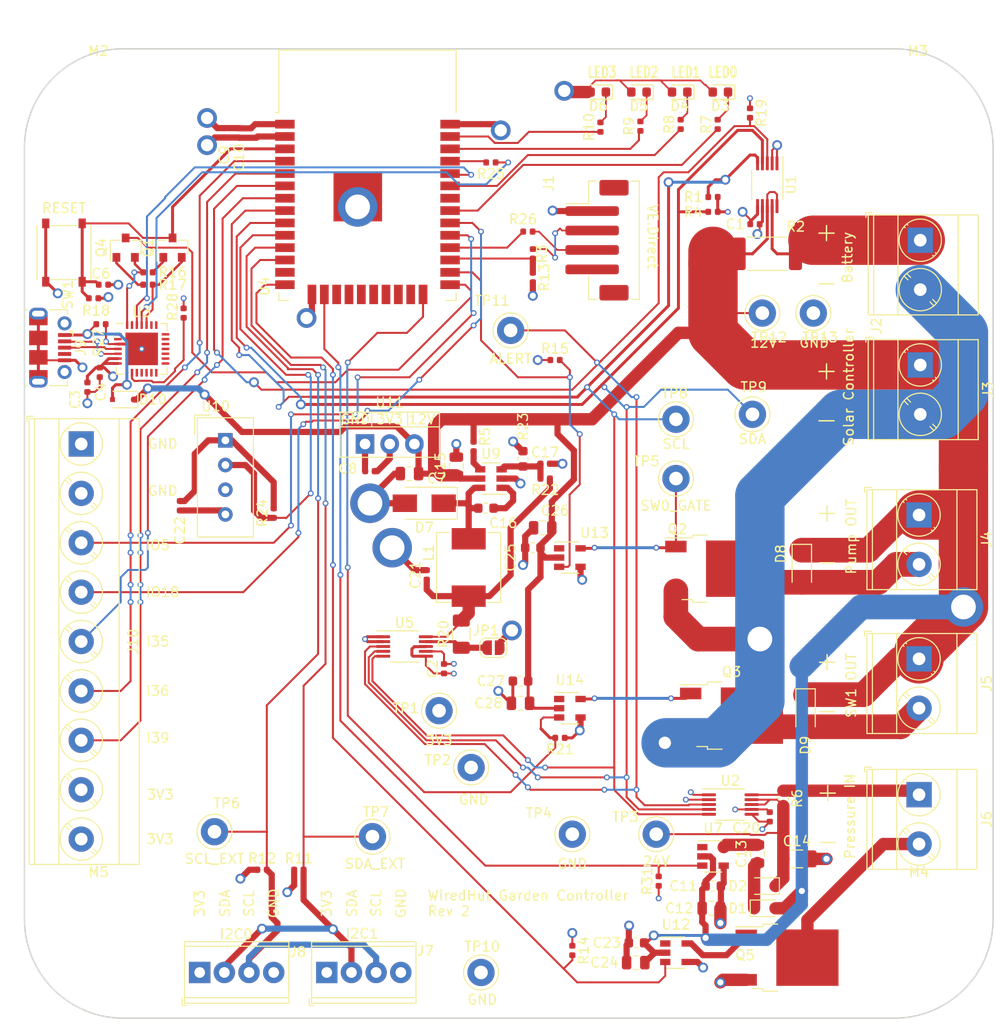
<source format=kicad_pcb>
(kicad_pcb (version 20171130) (host pcbnew "(5.1.6)-1")
  (layers (0 F.Cu mixed) (1 Gnd.Cu mixed hide) (2 Vcc.Cu mixed hide) (31 B.Cu mixed) (35 F.Paste user) (36 B.SilkS user) (37 F.SilkS user) (38 B.Mask user) (39 F.Mask user) (44 Edge.Cuts user))
  (net 0 "")
  (net 1 GND)
  (net 2 +3V3)
  (net 3 "Net-(D3-Pad1)")
  (net 4 "Net-(D4-Pad1)")
  (net 5 "Net-(D5-Pad1)")
  (net 6 "Net-(D6-Pad1)")
  (net 7 /VD_TX)
  (net 8 /VD_RX)
  (net 9 +12V)
  (net 10 /SW0_GATE)
  (net 11 /SW1_GATE)
  (net 12 /PRESSURE_PWR)
  (net 13 /SCL)
  (net 14 /SDA)
  (net 15 "Net-(D8-Pad2)")
  (net 16 "Net-(D9-Pad2)")
  (net 17 /BATT_SHUNT_N)
  (net 18 /EN)
  (net 19 "Net-(J9-Pad3)")
  (net 20 "Net-(J9-Pad2)")
  (net 21 /USB_RTS)
  (net 22 "Net-(Q1-Pad1)")
  (net 23 /IO0)
  (net 24 /USB_DTR)
  (net 25 "Net-(Q4-Pad1)")
  (net 26 /USB_TX)
  (net 27 /USB_RX)
  (net 28 "Net-(J6-Pad2)")
  (net 29 "Net-(C13-Pad2)")
  (net 30 "Net-(C13-Pad1)")
  (net 31 "Net-(C16-Pad2)")
  (net 32 "Net-(C16-Pad1)")
  (net 33 "Net-(C17-Pad1)")
  (net 34 "Net-(R5-Pad2)")
  (net 35 /DHT22)
  (net 36 /PRESSURE_SW)
  (net 37 /LED0)
  (net 38 /LED1)
  (net 39 /LED2)
  (net 40 /LED3)
  (net 41 /I36)
  (net 42 "Net-(R25-Pad2)")
  (net 43 "Net-(R26-Pad2)")
  (net 44 /IO18)
  (net 45 /IO5)
  (net 46 /PRESSURE_SW_GATE)
  (net 47 /SW0)
  (net 48 /SW1)
  (net 49 /SCL_EXT)
  (net 50 /SDA_EXT)
  (net 51 /ALERT)
  (net 52 /PRES_SHUNT_P)
  (net 53 /PRES_SHUNT_N)
  (net 54 /3V3_SHUNT_P)
  (net 55 /I39)
  (net 56 /I35)
  (net 57 /3V3_SHUNT_N)
  (net 58 "Net-(D10-Pad2)")
  (net 59 "Net-(R28-Pad1)")
  (net 60 "Net-(J1-Pad4)")
  (net 61 "Net-(J1-Pad2)")
  (net 62 "Net-(J9-Pad4)")
  (net 63 "Net-(M2-Pad1)")
  (net 64 "Net-(M3-Pad1)")
  (net 65 "Net-(M4-Pad1)")
  (net 66 "Net-(M5-Pad1)")
  (net 67 "Net-(U3-Pad27)")
  (net 68 "Net-(U3-Pad23)")
  (net 69 "Net-(U3-Pad22)")
  (net 70 "Net-(U3-Pad21)")
  (net 71 "Net-(U3-Pad20)")
  (net 72 "Net-(U3-Pad19)")
  (net 73 "Net-(U3-Pad18)")
  (net 74 "Net-(U3-Pad17)")
  (net 75 "Net-(U3-Pad16)")
  (net 76 "Net-(U3-Pad15)")
  (net 77 "Net-(U3-Pad14)")
  (net 78 "Net-(U3-Pad13)")
  (net 79 "Net-(U3-Pad12)")
  (net 80 "Net-(U3-Pad11)")
  (net 81 "Net-(U3-Pad10)")
  (net 82 "Net-(U3-Pad2)")
  (net 83 "Net-(U3-Pad1)")
  (net 84 "Net-(U4-Pad32)")
  (net 85 "Net-(U4-Pad23)")
  (net 86 "Net-(U4-Pad22)")
  (net 87 "Net-(U4-Pad21)")
  (net 88 "Net-(U4-Pad20)")
  (net 89 "Net-(U4-Pad19)")
  (net 90 "Net-(U4-Pad18)")
  (net 91 "Net-(U4-Pad17)")
  (net 92 "Net-(U4-Pad13)")
  (net 93 "Net-(U7-Pad1)")
  (net 94 "Net-(U10-Pad3)")
  (net 95 "Net-(U12-Pad1)")
  (net 96 "Net-(U13-Pad1)")
  (net 97 "Net-(U14-Pad1)")
  (module MWSA0603:MWSA0603 (layer F.Cu) (at 101.6 102.87 270)
    (fp_text reference L1 (at -1.5 4.1 270) (layer F.SilkS))
    (fp_text value 4.7uH)
    (pad 2 smd rect (at 2.95 0 270) (size 2.2 3.5) (layers F.Cu F.Paste F.Mask) (net 54 /3V3_SHUNT_P))
    (pad 1 smd rect (at -2.95 0 270) (size 2.2 3.5) (layers F.Cu F.Paste F.Mask) (net 31 "Net-(C16-Pad2)"))
  )
  (module Diode_SMD:D_SOD-323F (layer F.Cu) (at 66.04 85.598 180)
    (fp_text reference D10 (at -3.048 0) (layer F.SilkS))
    (fp_text value D)
    (pad 2 smd rect (at 1.1 0 180) (size 0.5 0.5) (layers F.Cu F.Paste F.Mask) (net 58 "Net-(D10-Pad2)"))
    (pad 1 smd rect (at -1.1 0 180) (size 0.5 0.5) (layers F.Cu F.Paste F.Mask) (net 9 +12V))
  )
  (module Resistor_SMD:R_0402_1005Metric (layer F.Cu) (at 63.754 77.851 180)
    (fp_text reference R27 (at 0.254 -1.905 90) (layer F.SilkS))
    (fp_text value 10kR)
    (pad 2 smd roundrect (at 0.485 0 180) (size 0.59 0.64) (layers F.Cu F.Paste F.Mask) (net 58 "Net-(D10-Pad2)"))
    (pad 1 smd roundrect (at -0.485 0 180) (size 0.59 0.64) (layers F.Cu F.Paste F.Mask) (net 1 GND))
  )
  (module Resistor_SMD:R_0402_1005Metric (layer F.Cu) (at 72.263 76.708 90)
    (fp_text reference R28 (at 0.635 -1.143 90) (layer F.SilkS))
    (fp_text value 10kR)
    (pad 2 smd roundrect (at 0.485 0 90) (size 0.59 0.64) (layers F.Cu F.Paste F.Mask) (net 2 +3V3))
    (pad 1 smd roundrect (at -0.485 0 90) (size 0.59 0.64) (layers F.Cu F.Paste F.Mask) (net 59 "Net-(R28-Pad1)"))
  )
  (module Package_DFN_QFN:QFN-28-1EP_5x5mm_P0.5mm_EP3.35x3.35mm (layer F.Cu) (at 67.945 80.391)
    (fp_text reference U3 (at 0 -3.8) (layer F.SilkS))
    (fp_text value CP2102)
    (pad 29 smd rect (at 0 0) (size 3.35 3.35) (layers F.Cu F.Mask) (net 1 GND))
    (pad 28 smd roundrect (at -1.5 -2.45) (size 0.25 0.8) (layers F.Cu F.Paste F.Mask) (net 24 /USB_DTR))
    (pad 27 smd roundrect (at -1 -2.45) (size 0.25 0.8) (layers F.Cu F.Paste F.Mask) (net 67 "Net-(U3-Pad27)"))
    (pad 26 smd roundrect (at -0.5 -2.45) (size 0.25 0.8) (layers F.Cu F.Paste F.Mask) (net 26 /USB_TX))
    (pad 25 smd roundrect (at 0 -2.45) (size 0.25 0.8) (layers F.Cu F.Paste F.Mask) (net 27 /USB_RX))
    (pad 24 smd roundrect (at 0.5 -2.45) (size 0.25 0.8) (layers F.Cu F.Paste F.Mask) (net 21 /USB_RTS))
    (pad 23 smd roundrect (at 1 -2.45) (size 0.25 0.8) (layers F.Cu F.Paste F.Mask) (net 68 "Net-(U3-Pad23)"))
    (pad 22 smd roundrect (at 1.5 -2.45) (size 0.25 0.8) (layers F.Cu F.Paste F.Mask) (net 69 "Net-(U3-Pad22)"))
    (pad 21 smd roundrect (at 2.45 -1.5) (size 0.8 0.25) (layers F.Cu F.Paste F.Mask) (net 70 "Net-(U3-Pad21)"))
    (pad 20 smd roundrect (at 2.45 -1) (size 0.8 0.25) (layers F.Cu F.Paste F.Mask) (net 71 "Net-(U3-Pad20)"))
    (pad 19 smd roundrect (at 2.45 -0.5) (size 0.8 0.25) (layers F.Cu F.Paste F.Mask) (net 72 "Net-(U3-Pad19)"))
    (pad 18 smd roundrect (at 2.45 0) (size 0.8 0.25) (layers F.Cu F.Paste F.Mask) (net 73 "Net-(U3-Pad18)"))
    (pad 17 smd roundrect (at 2.45 0.5) (size 0.8 0.25) (layers F.Cu F.Paste F.Mask) (net 74 "Net-(U3-Pad17)"))
    (pad 16 smd roundrect (at 2.45 1) (size 0.8 0.25) (layers F.Cu F.Paste F.Mask) (net 75 "Net-(U3-Pad16)"))
    (pad 15 smd roundrect (at 2.45 1.5) (size 0.8 0.25) (layers F.Cu F.Paste F.Mask) (net 76 "Net-(U3-Pad15)"))
    (pad 14 smd roundrect (at 1.5 2.45) (size 0.25 0.8) (layers F.Cu F.Paste F.Mask) (net 77 "Net-(U3-Pad14)"))
    (pad 13 smd roundrect (at 1 2.45) (size 0.25 0.8) (layers F.Cu F.Paste F.Mask) (net 78 "Net-(U3-Pad13)"))
    (pad 12 smd roundrect (at 0.5 2.45) (size 0.25 0.8) (layers F.Cu F.Paste F.Mask) (net 79 "Net-(U3-Pad12)"))
    (pad 11 smd roundrect (at 0 2.45) (size 0.25 0.8) (layers F.Cu F.Paste F.Mask) (net 80 "Net-(U3-Pad11)"))
    (pad 10 smd roundrect (at -0.5 2.45) (size 0.25 0.8) (layers F.Cu F.Paste F.Mask) (net 81 "Net-(U3-Pad10)"))
    (pad 9 smd roundrect (at -1 2.45) (size 0.25 0.8) (layers F.Cu F.Paste F.Mask) (net 59 "Net-(R28-Pad1)"))
    (pad 8 smd roundrect (at -1.5 2.45) (size 0.25 0.8) (layers F.Cu F.Paste F.Mask) (net 58 "Net-(D10-Pad2)"))
    (pad 7 smd roundrect (at -2.45 1.5) (size 0.8 0.25) (layers F.Cu F.Paste F.Mask) (net 2 +3V3))
    (pad 6 smd roundrect (at -2.45 1) (size 0.8 0.25) (layers F.Cu F.Paste F.Mask) (net 2 +3V3))
    (pad 5 smd roundrect (at -2.45 0.5) (size 0.8 0.25) (layers F.Cu F.Paste F.Mask) (net 20 "Net-(J9-Pad2)"))
    (pad 4 smd roundrect (at -2.45 0) (size 0.8 0.25) (layers F.Cu F.Paste F.Mask) (net 19 "Net-(J9-Pad3)"))
    (pad 3 smd roundrect (at -2.45 -0.5) (size 0.8 0.25) (layers F.Cu F.Paste F.Mask) (net 1 GND))
    (pad 2 smd roundrect (at -2.45 -1) (size 0.8 0.25) (layers F.Cu F.Paste F.Mask) (net 82 "Net-(U3-Pad2)"))
    (pad 1 smd roundrect (at -2.45 -1.5) (size 0.8 0.25) (layers F.Cu F.Paste F.Mask) (net 83 "Net-(U3-Pad1)"))
  )
  (module TestPoint:TestPoint_Loop_D3.50mm_Drill1.4mm_Beaded (layer F.Cu) (at 137.076 76.708)
    (fp_text reference TP13 (at 0.7 2.5) (layer F.SilkS))
    (fp_text value TestPoint)
    (pad 1 thru_hole circle (at 0 0) (size 2.8 2.8) (drill 1.4) (layers *.Cu *.Mask) (net 1 GND))
  )
  (module TestPoint:TestPoint_Loop_D3.50mm_Drill1.4mm_Beaded (layer F.Cu) (at 131.826 76.708)
    (fp_text reference TP12 (at 0.7 2.5) (layer F.SilkS))
    (fp_text value TestPoint)
    (pad 1 thru_hole circle (at 0 0) (size 2.8 2.8) (drill 1.4) (layers *.Cu *.Mask) (net 9 +12V))
  )
  (module TestPoint:TestPoint_Loop_D3.50mm_Drill1.4mm_Beaded (layer F.Cu) (at 105.918 78.486)
    (fp_text reference TP11 (at -1.905 -3.048) (layer F.SilkS))
    (fp_text value TestPoint)
    (pad 1 thru_hole circle (at 0 0) (size 2.8 2.8) (drill 1.4) (layers *.Cu *.Mask) (net 51 /ALERT))
  )
  (module TestPoint:TestPoint_Loop_D3.50mm_Drill1.4mm_Beaded (layer F.Cu) (at 102.87 144.526)
    (fp_text reference TP10 (at 0.127 -2.667) (layer F.SilkS))
    (fp_text value TestPoint)
    (pad 1 thru_hole circle (at 0 0) (size 2.8 2.8) (drill 1.4) (layers *.Cu *.Mask) (net 1 GND))
  )
  (module TestPoint:TestPoint_Loop_D3.50mm_Drill1.4mm_Beaded (layer F.Cu) (at 130.81 87.122)
    (fp_text reference TP9 (at 0.127 -2.794) (layer F.SilkS))
    (fp_text value TestPoint)
    (pad 1 thru_hole circle (at 0 0) (size 2.8 2.8) (drill 1.4) (layers *.Cu *.Mask) (net 14 /SDA))
  )
  (module TestPoint:TestPoint_Loop_D3.50mm_Drill1.4mm_Beaded (layer F.Cu) (at 122.936 87.63)
    (fp_text reference TP8 (at -0.127 -2.667) (layer F.SilkS))
    (fp_text value TestPoint)
    (pad 1 thru_hole circle (at 0 0) (size 2.8 2.8) (drill 1.4) (layers *.Cu *.Mask) (net 13 /SCL))
  )
  (module TestPoint:TestPoint_Loop_D3.50mm_Drill1.4mm_Beaded (layer F.Cu) (at 91.694 130.556)
    (fp_text reference TP7 (at 0.381 -2.54) (layer F.SilkS))
    (fp_text value TestPoint)
    (pad 1 thru_hole circle (at 0 0) (size 2.8 2.8) (drill 1.4) (layers *.Cu *.Mask) (net 50 /SDA_EXT))
  )
  (module TestPoint:TestPoint_Loop_D3.50mm_Drill1.4mm_Beaded (layer F.Cu) (at 75.438 130.048)
    (fp_text reference TP6 (at 1.27 -2.921) (layer F.SilkS))
    (fp_text value TestPoint)
    (pad 1 thru_hole circle (at 0 0) (size 2.8 2.8) (drill 1.4) (layers *.Cu *.Mask) (net 49 /SCL_EXT))
  )
  (module TestPoint:TestPoint_Loop_D3.50mm_Drill1.4mm_Beaded (layer F.Cu) (at 122.936 93.726)
    (fp_text reference TP5 (at -3.048 -1.778) (layer F.SilkS))
    (fp_text value TestPoint)
    (pad 1 thru_hole circle (at 0 0) (size 2.8 2.8) (drill 1.4) (layers *.Cu *.Mask) (net 10 /SW0_GATE))
  )
  (module TestPoint:TestPoint_Loop_D3.50mm_Drill1.4mm_Beaded (layer F.Cu) (at 112.268 130.302)
    (fp_text reference TP4 (at -3.429 -2.159) (layer F.SilkS))
    (fp_text value TestPoint)
    (pad 1 thru_hole circle (at 0 0) (size 2.8 2.8) (drill 1.4) (layers *.Cu *.Mask) (net 1 GND))
  )
  (module TestPoint:TestPoint_Loop_D3.50mm_Drill1.4mm_Beaded (layer F.Cu) (at 120.904 130.302)
    (fp_text reference TP3 (at -3.175 -1.778) (layer F.SilkS))
    (fp_text value TestPoint)
    (pad 1 thru_hole circle (at 0 0) (size 2.8 2.8) (drill 1.4) (layers *.Cu *.Mask) (net 52 /PRES_SHUNT_P))
  )
  (module TestPoint:TestPoint_Loop_D3.50mm_Drill1.4mm_Beaded (layer F.Cu) (at 101.854 123.444)
    (fp_text reference TP2 (at -3.429 -0.762) (layer F.SilkS))
    (fp_text value TestPoint)
    (pad 1 thru_hole circle (at 0 0) (size 2.8 2.8) (drill 1.4) (layers *.Cu *.Mask) (net 1 GND))
  )
  (module TestPoint:TestPoint_Loop_D3.50mm_Drill1.4mm_Beaded (layer F.Cu) (at 98.552 117.602)
    (fp_text reference TP1 (at -3.429 -0.254) (layer F.SilkS))
    (fp_text value TestPoint)
    (pad 1 thru_hole circle (at 0 0) (size 2.8 2.8) (drill 1.4) (layers *.Cu *.Mask) (net 2 +3V3))
  )
  (module RF_Module:ESP32-WROOM-32 (layer F.Cu) (at 91.186 65.532)
    (fp_text reference U4 (at -10.61 8.43 90) (layer F.SilkS))
    (fp_text value ESP32-WROOM-32)
    (pad 38 smd rect (at 8.5 -8.255) (size 2 0.9) (layers F.Cu F.Paste F.Mask) (net 1 GND))
    (pad 37 smd rect (at 8.5 -6.985) (size 2 0.9) (layers F.Cu F.Paste F.Mask) (net 40 /LED3))
    (pad 36 smd rect (at 8.5 -5.715) (size 2 0.9) (layers F.Cu F.Paste F.Mask) (net 39 /LED2))
    (pad 35 smd rect (at 8.5 -4.445) (size 2 0.9) (layers F.Cu F.Paste F.Mask) (net 42 "Net-(R25-Pad2)"))
    (pad 34 smd rect (at 8.5 -3.175) (size 2 0.9) (layers F.Cu F.Paste F.Mask) (net 26 /USB_TX))
    (pad 33 smd rect (at 8.5 -1.905) (size 2 0.9) (layers F.Cu F.Paste F.Mask) (net 38 /LED1))
    (pad 32 smd rect (at 8.5 -0.635) (size 2 0.9) (layers F.Cu F.Paste F.Mask) (net 84 "Net-(U4-Pad32)"))
    (pad 31 smd rect (at 8.5 0.635) (size 2 0.9) (layers F.Cu F.Paste F.Mask) (net 37 /LED0))
    (pad 30 smd rect (at 8.5 1.905) (size 2 0.9) (layers F.Cu F.Paste F.Mask) (net 44 /IO18))
    (pad 29 smd rect (at 8.5 3.175) (size 2 0.9) (layers F.Cu F.Paste F.Mask) (net 45 /IO5))
    (pad 28 smd rect (at 8.5 4.445) (size 2 0.9) (layers F.Cu F.Paste F.Mask) (net 43 "Net-(R26-Pad2)"))
    (pad 27 smd rect (at 8.5 5.715) (size 2 0.9) (layers F.Cu F.Paste F.Mask) (net 7 /VD_TX))
    (pad 26 smd rect (at 8.5 6.985) (size 2 0.9) (layers F.Cu F.Paste F.Mask) (net 47 /SW0))
    (pad 25 smd rect (at 8.5 8.255) (size 2 0.9) (layers F.Cu F.Paste F.Mask) (net 23 /IO0))
    (pad 24 smd rect (at 5.715 9.255 90) (size 2 0.9) (layers F.Cu F.Paste F.Mask) (net 48 /SW1))
    (pad 23 smd rect (at 4.445 9.255 90) (size 2 0.9) (layers F.Cu F.Paste F.Mask) (net 85 "Net-(U4-Pad23)"))
    (pad 22 smd rect (at 3.175 9.255 90) (size 2 0.9) (layers F.Cu F.Paste F.Mask) (net 86 "Net-(U4-Pad22)"))
    (pad 21 smd rect (at 1.905 9.255 90) (size 2 0.9) (layers F.Cu F.Paste F.Mask) (net 87 "Net-(U4-Pad21)"))
    (pad 20 smd rect (at 0.635 9.255 90) (size 2 0.9) (layers F.Cu F.Paste F.Mask) (net 88 "Net-(U4-Pad20)"))
    (pad 19 smd rect (at -0.635 9.255 90) (size 2 0.9) (layers F.Cu F.Paste F.Mask) (net 89 "Net-(U4-Pad19)"))
    (pad 18 smd rect (at -1.905 9.255 90) (size 2 0.9) (layers F.Cu F.Paste F.Mask) (net 90 "Net-(U4-Pad18)"))
    (pad 17 smd rect (at -3.175 9.255 90) (size 2 0.9) (layers F.Cu F.Paste F.Mask) (net 91 "Net-(U4-Pad17)"))
    (pad 16 smd rect (at -4.445 9.255 90) (size 2 0.9) (layers F.Cu F.Paste F.Mask) (net 12 /PRESSURE_PWR))
    (pad 15 smd rect (at -5.715 9.255 90) (size 2 0.9) (layers F.Cu F.Paste F.Mask) (net 1 GND))
    (pad 14 smd rect (at -8.5 8.255) (size 2 0.9) (layers F.Cu F.Paste F.Mask) (net 36 /PRESSURE_SW))
    (pad 13 smd rect (at -8.5 6.985) (size 2 0.9) (layers F.Cu F.Paste F.Mask) (net 92 "Net-(U4-Pad13)"))
    (pad 12 smd rect (at -8.5 5.715) (size 2 0.9) (layers F.Cu F.Paste F.Mask) (net 50 /SDA_EXT))
    (pad 11 smd rect (at -8.5 4.445) (size 2 0.9) (layers F.Cu F.Paste F.Mask) (net 49 /SCL_EXT))
    (pad 10 smd rect (at -8.5 3.175) (size 2 0.9) (layers F.Cu F.Paste F.Mask) (net 35 /DHT22))
    (pad 9 smd rect (at -8.5 1.905) (size 2 0.9) (layers F.Cu F.Paste F.Mask) (net 14 /SDA))
    (pad 8 smd rect (at -8.5 0.635) (size 2 0.9) (layers F.Cu F.Paste F.Mask) (net 13 /SCL))
    (pad 7 smd rect (at -8.5 -0.635) (size 2 0.9) (layers F.Cu F.Paste F.Mask) (net 56 /I35))
    (pad 6 smd rect (at -8.5 -1.905) (size 2 0.9) (layers F.Cu F.Paste F.Mask) (net 51 /ALERT))
    (pad 5 smd rect (at -8.5 -3.175) (size 2 0.9) (layers F.Cu F.Paste F.Mask) (net 55 /I39))
    (pad 4 smd rect (at -8.5 -4.445) (size 2 0.9) (layers F.Cu F.Paste F.Mask) (net 41 /I36))
    (pad 3 smd rect (at -8.5 -5.715) (size 2 0.9) (layers F.Cu F.Paste F.Mask) (net 18 /EN))
    (pad 2 smd rect (at -8.5 -6.985) (size 2 0.9) (layers F.Cu F.Paste F.Mask) (net 2 +3V3))
    (pad 1 smd rect (at -8.5 -8.255) (size 2 0.9) (layers F.Cu F.Paste F.Mask) (net 1 GND))
    (pad 39 smd rect (at -1 -0.755) (size 5 5) (layers F.Cu F.Paste F.Mask) (net 1 GND))
  )
  (module Jumper:SolderJumper-2_P1.3mm_Open_RoundedPad1.0x1.5mm (layer F.Cu) (at 104.14 111.125)
    (fp_text reference JP1 (at -0.762 -1.778) (layer F.SilkS))
    (fp_text value Jumper)
    (pad 2 smd custom (at 0.65 0) (size 1 0.5) (layers F.Cu F.Mask) (net 2 +3V3) (options (clearance outline) (anchor rect)) (primitives (gr_circle (center 0 0.25) (end 0.5 0.25) (width 0)) (gr_circle (center 0 -0.25) (end 0.5 -0.25) (width 0)) (gr_poly (pts (xy 0 -0.75) (xy -0.5 -0.75) (xy -0.5 0.75) (xy 0 0.75)) (width 0))))
    (pad 1 smd custom (at -0.65 0) (size 1 0.5) (layers F.Cu F.Mask) (net 57 /3V3_SHUNT_N) (options (clearance outline) (anchor rect)) (primitives (gr_circle (center 0 0.25) (end 0.5 0.25) (width 0)) (gr_circle (center 0 -0.25) (end 0.5 -0.25) (width 0)) (gr_poly (pts (xy 0 -0.75) (xy 0.5 -0.75) (xy 0.5 0.75) (xy 0 0.75)) (width 0))))
  )
  (module TerminalBlock_Phoenix:TerminalBlock_Phoenix_MKDS-3-9-5.08_1x09_P5.08mm_Horizontal (layer F.Cu) (at 61.722 90.17 270)
    (fp_text reference J10 (at 20.32 -5.334 90) (layer F.SilkS))
    (fp_text value CONN_01X09)
    (pad 9 thru_hole circle (at 40.64 0 270) (size 2.6 2.6) (drill 1.3) (layers *.Cu *.Mask) (net 2 +3V3))
    (pad 8 thru_hole circle (at 35.56 0 270) (size 2.6 2.6) (drill 1.3) (layers *.Cu *.Mask) (net 2 +3V3))
    (pad 7 thru_hole circle (at 30.48 0 270) (size 2.6 2.6) (drill 1.3) (layers *.Cu *.Mask) (net 55 /I39))
    (pad 6 thru_hole circle (at 25.4 0 270) (size 2.6 2.6) (drill 1.3) (layers *.Cu *.Mask) (net 41 /I36))
    (pad 5 thru_hole circle (at 20.32 0 270) (size 2.6 2.6) (drill 1.3) (layers *.Cu *.Mask) (net 56 /I35))
    (pad 4 thru_hole circle (at 15.24 0 270) (size 2.6 2.6) (drill 1.3) (layers *.Cu *.Mask) (net 44 /IO18))
    (pad 3 thru_hole circle (at 10.16 0 270) (size 2.6 2.6) (drill 1.3) (layers *.Cu *.Mask) (net 45 /IO5))
    (pad 2 thru_hole circle (at 5.08 0 270) (size 2.6 2.6) (drill 1.3) (layers *.Cu *.Mask) (net 1 GND))
    (pad 1 thru_hole rect (at 0 0 270) (size 2.6 2.6) (drill 1.3) (layers *.Cu *.Mask) (net 1 GND))
  )
  (module Capacitor_SMD:C_0402_1005Metric (layer F.Cu) (at 99.06 113.284 90)
    (fp_text reference C2 (at 0 -1.17 90) (layer F.SilkS))
    (fp_text value 0.1uF)
    (pad 2 smd roundrect (at 0.485 0 90) (size 0.59 0.64) (layers F.Cu F.Paste F.Mask) (net 1 GND))
    (pad 1 smd roundrect (at -0.485 0 90) (size 0.59 0.64) (layers F.Cu F.Paste F.Mask) (net 2 +3V3))
  )
  (module Package_SO:VSSOP-10_3x3mm_P0.5mm (layer F.Cu) (at 94.996 110.998)
    (fp_text reference U5 (at 0 -2.45) (layer F.SilkS))
    (fp_text value INA226)
    (pad 10 smd roundrect (at 2.2 -1) (size 1.45 0.3) (layers F.Cu F.Paste F.Mask) (net 54 /3V3_SHUNT_P))
    (pad 9 smd roundrect (at 2.2 -0.5) (size 1.45 0.3) (layers F.Cu F.Paste F.Mask) (net 57 /3V3_SHUNT_N))
    (pad 8 smd roundrect (at 2.2 0) (size 1.45 0.3) (layers F.Cu F.Paste F.Mask) (net 2 +3V3))
    (pad 7 smd roundrect (at 2.2 0.5) (size 1.45 0.3) (layers F.Cu F.Paste F.Mask) (net 1 GND))
    (pad 6 smd roundrect (at 2.2 1) (size 1.45 0.3) (layers F.Cu F.Paste F.Mask) (net 2 +3V3))
    (pad 5 smd roundrect (at -2.2 1) (size 1.45 0.3) (layers F.Cu F.Paste F.Mask) (net 13 /SCL))
    (pad 4 smd roundrect (at -2.2 0.5) (size 1.45 0.3) (layers F.Cu F.Paste F.Mask) (net 14 /SDA))
    (pad 3 smd roundrect (at -2.2 0) (size 1.45 0.3) (layers F.Cu F.Paste F.Mask) (net 51 /ALERT))
    (pad 2 smd roundrect (at -2.2 -0.5) (size 1.45 0.3) (layers F.Cu F.Paste F.Mask) (net 2 +3V3))
    (pad 1 smd roundrect (at -2.2 -1) (size 1.45 0.3) (layers F.Cu F.Paste F.Mask) (net 2 +3V3))
  )
  (module Resistor_SMD:R_1206_3216Metric (layer F.Cu) (at 100.838 109.728 90)
    (fp_text reference R20 (at 0 -1.82 90) (layer F.SilkS))
    (fp_text value 0.1R)
    (pad 2 smd roundrect (at 1.4 0 90) (size 1.25 1.75) (layers F.Cu F.Paste F.Mask) (roundrect_rratio 0.2) (net 54 /3V3_SHUNT_P))
    (pad 1 smd roundrect (at -1.4 0 90) (size 1.25 1.75) (layers F.Cu F.Paste F.Mask) (roundrect_rratio 0.2) (net 57 /3V3_SHUNT_N))
  )
  (module Package_SO:VSSOP-10_3x3mm_P0.5mm (layer F.Cu) (at 128.524 127.254)
    (fp_text reference U2 (at 0 -2.45) (layer F.SilkS))
    (fp_text value INA226)
    (pad 10 smd roundrect (at 2.2 -1) (size 1.45 0.3) (layers F.Cu F.Paste F.Mask) (net 53 /PRES_SHUNT_N))
    (pad 9 smd roundrect (at 2.2 -0.5) (size 1.45 0.3) (layers F.Cu F.Paste F.Mask) (net 52 /PRES_SHUNT_P))
    (pad 8 smd roundrect (at 2.2 0) (size 1.45 0.3) (layers F.Cu F.Paste F.Mask) (net 52 /PRES_SHUNT_P))
    (pad 7 smd roundrect (at 2.2 0.5) (size 1.45 0.3) (layers F.Cu F.Paste F.Mask) (net 1 GND))
    (pad 6 smd roundrect (at 2.2 1) (size 1.45 0.3) (layers F.Cu F.Paste F.Mask) (net 2 +3V3))
    (pad 5 smd roundrect (at -2.2 1) (size 1.45 0.3) (layers F.Cu F.Paste F.Mask) (net 13 /SCL))
    (pad 4 smd roundrect (at -2.2 0.5) (size 1.45 0.3) (layers F.Cu F.Paste F.Mask) (net 14 /SDA))
    (pad 3 smd roundrect (at -2.2 0) (size 1.45 0.3) (layers F.Cu F.Paste F.Mask) (net 51 /ALERT))
    (pad 2 smd roundrect (at -2.2 -0.5) (size 1.45 0.3) (layers F.Cu F.Paste F.Mask) (net 1 GND))
    (pad 1 smd roundrect (at -2.2 -1) (size 1.45 0.3) (layers F.Cu F.Paste F.Mask) (net 2 +3V3))
  )
  (module Resistor_SMD:R_2512_6332Metric (layer F.Cu) (at 132.334 70.612)
    (fp_text reference R2 (at 2.921 -2.794) (layer F.SilkS))
    (fp_text value 12mR)
    (pad 2 smd roundrect (at 2.9 0) (size 1.35 3.35) (layers F.Cu F.Paste F.Mask) (roundrect_rratio 0.185185) (net 17 /BATT_SHUNT_N))
    (pad 1 smd roundrect (at -2.9 0) (size 1.35 3.35) (layers F.Cu F.Paste F.Mask) (roundrect_rratio 0.185185) (net 9 +12V))
  )
  (module Package_SO:VSSOP-10_3x3mm_P0.5mm (layer F.Cu) (at 132.334 63.5 270)
    (fp_text reference U1 (at 0 -2.45 90) (layer F.SilkS))
    (fp_text value INA226)
    (pad 10 smd roundrect (at 2.2 -1 270) (size 1.45 0.3) (layers F.Cu F.Paste F.Mask) (net 9 +12V))
    (pad 9 smd roundrect (at 2.2 -0.5 270) (size 1.45 0.3) (layers F.Cu F.Paste F.Mask) (net 17 /BATT_SHUNT_N))
    (pad 8 smd roundrect (at 2.2 0 270) (size 1.45 0.3) (layers F.Cu F.Paste F.Mask) (net 9 +12V))
    (pad 7 smd roundrect (at 2.2 0.5 270) (size 1.45 0.3) (layers F.Cu F.Paste F.Mask) (net 1 GND))
    (pad 6 smd roundrect (at 2.2 1 270) (size 1.45 0.3) (layers F.Cu F.Paste F.Mask) (net 2 +3V3))
    (pad 5 smd roundrect (at -2.2 1 270) (size 1.45 0.3) (layers F.Cu F.Paste F.Mask) (net 13 /SCL))
    (pad 4 smd roundrect (at -2.2 0.5 270) (size 1.45 0.3) (layers F.Cu F.Paste F.Mask) (net 14 /SDA))
    (pad 3 smd roundrect (at -2.2 0 270) (size 1.45 0.3) (layers F.Cu F.Paste F.Mask) (net 51 /ALERT))
    (pad 2 smd roundrect (at -2.2 -0.5 270) (size 1.45 0.3) (layers F.Cu F.Paste F.Mask) (net 1 GND))
    (pad 1 smd roundrect (at -2.2 -1 270) (size 1.45 0.3) (layers F.Cu F.Paste F.Mask) (net 1 GND))
  )
  (module Resistor_SMD:R_0402_1005Metric (layer F.Cu) (at 130.556 56.134 270)
    (fp_text reference R19 (at 0 -1.17 90) (layer F.SilkS))
    (fp_text value 2.2kR)
    (pad 2 smd roundrect (at 0.485 0 270) (size 0.59 0.64) (layers F.Cu F.Paste F.Mask) (net 51 /ALERT))
    (pad 1 smd roundrect (at -0.485 0 270) (size 0.59 0.64) (layers F.Cu F.Paste F.Mask) (net 2 +3V3))
  )
  (module Resistor_SMD:R_0402_1005Metric (layer F.Cu) (at 126.746 66.294 180)
    (fp_text reference R4 (at 2.032 0) (layer F.SilkS))
    (fp_text value 2.2kR)
    (pad 2 smd roundrect (at 0.485 0 180) (size 0.59 0.64) (layers F.Cu F.Paste F.Mask) (net 14 /SDA))
    (pad 1 smd roundrect (at -0.485 0 180) (size 0.59 0.64) (layers F.Cu F.Paste F.Mask) (net 2 +3V3))
  )
  (module Resistor_SMD:R_0402_1005Metric (layer F.Cu) (at 126.746 64.77 180)
    (fp_text reference R1 (at 2.032 0) (layer F.SilkS))
    (fp_text value 2.2kR)
    (pad 2 smd roundrect (at 0.485 0 180) (size 0.59 0.64) (layers F.Cu F.Paste F.Mask) (net 13 /SCL))
    (pad 1 smd roundrect (at -0.485 0 180) (size 0.59 0.64) (layers F.Cu F.Paste F.Mask) (net 2 +3V3))
  )
  (module Package_TO_SOT_SMD:SOT-23-5 (layer F.Cu) (at 112.014 101.854)
    (fp_text reference U13 (at 2.54 -2.54) (layer F.SilkS))
    (fp_text value MCP1416)
    (pad 5 smd rect (at 1.1 -0.95) (size 1.06 0.65) (layers F.Cu F.Paste F.Mask) (net 10 /SW0_GATE))
    (pad 4 smd rect (at 1.1 0.95) (size 1.06 0.65) (layers F.Cu F.Paste F.Mask) (net 1 GND))
    (pad 3 smd rect (at -1.1 0.95) (size 1.06 0.65) (layers F.Cu F.Paste F.Mask) (net 47 /SW0))
    (pad 2 smd rect (at -1.1 0) (size 1.06 0.65) (layers F.Cu F.Paste F.Mask) (net 9 +12V))
    (pad 1 smd rect (at -1.1 -0.95) (size 1.06 0.65) (layers F.Cu F.Paste F.Mask) (net 96 "Net-(U13-Pad1)"))
  )
  (module Package_TO_SOT_SMD:SOT-23-5 (layer F.Cu) (at 112.014 117.348)
    (fp_text reference U14 (at 0 -2.9) (layer F.SilkS))
    (fp_text value MCP1416)
    (pad 5 smd rect (at 1.1 -0.95) (size 1.06 0.65) (layers F.Cu F.Paste F.Mask) (net 11 /SW1_GATE))
    (pad 4 smd rect (at 1.1 0.95) (size 1.06 0.65) (layers F.Cu F.Paste F.Mask) (net 1 GND))
    (pad 3 smd rect (at -1.1 0.95) (size 1.06 0.65) (layers F.Cu F.Paste F.Mask) (net 48 /SW1))
    (pad 2 smd rect (at -1.1 0) (size 1.06 0.65) (layers F.Cu F.Paste F.Mask) (net 9 +12V))
    (pad 1 smd rect (at -1.1 -0.95) (size 1.06 0.65) (layers F.Cu F.Paste F.Mask) (net 97 "Net-(U14-Pad1)"))
  )
  (module Package_TO_SOT_SMD:SOT-23-5 (layer F.Cu) (at 122.936 142.494)
    (fp_text reference U12 (at 0 -2.9) (layer F.SilkS))
    (fp_text value MCP1416)
    (pad 5 smd rect (at 1.1 -0.95) (size 1.06 0.65) (layers F.Cu F.Paste F.Mask) (net 46 /PRESSURE_SW_GATE))
    (pad 4 smd rect (at 1.1 0.95) (size 1.06 0.65) (layers F.Cu F.Paste F.Mask) (net 1 GND))
    (pad 3 smd rect (at -1.1 0.95) (size 1.06 0.65) (layers F.Cu F.Paste F.Mask) (net 36 /PRESSURE_SW))
    (pad 2 smd rect (at -1.1 0) (size 1.06 0.65) (layers F.Cu F.Paste F.Mask) (net 9 +12V))
    (pad 1 smd rect (at -1.1 -0.95) (size 1.06 0.65) (layers F.Cu F.Paste F.Mask) (net 95 "Net-(U12-Pad1)"))
  )
  (module Resistor_SMD:R_0402_1005Metric (layer F.Cu) (at 110.998 120.396 180)
    (fp_text reference R21 (at 0 -1.17) (layer F.SilkS))
    (fp_text value 10kR)
    (pad 2 smd roundrect (at 0.485 0 180) (size 0.59 0.64) (layers F.Cu F.Paste F.Mask) (net 48 /SW1))
    (pad 1 smd roundrect (at -0.485 0 180) (size 0.59 0.64) (layers F.Cu F.Paste F.Mask) (net 1 GND))
  )
  (module Resistor_SMD:R_0402_1005Metric (layer F.Cu) (at 110.49 81.534)
    (fp_text reference R15 (at 0 -1.17) (layer F.SilkS))
    (fp_text value 10kR)
    (pad 2 smd roundrect (at 0.485 0) (size 0.59 0.64) (layers F.Cu F.Paste F.Mask) (net 47 /SW0))
    (pad 1 smd roundrect (at -0.485 0) (size 0.59 0.64) (layers F.Cu F.Paste F.Mask) (net 1 GND))
  )
  (module Resistor_SMD:R_0402_1005Metric (layer F.Cu) (at 112.268 142.263 270)
    (fp_text reference R14 (at 0 -1.17 90) (layer F.SilkS))
    (fp_text value 10kR)
    (pad 2 smd roundrect (at 0.485 0 270) (size 0.59 0.64) (layers F.Cu F.Paste F.Mask) (net 36 /PRESSURE_SW))
    (pad 1 smd roundrect (at -0.485 0 270) (size 0.59 0.64) (layers F.Cu F.Paste F.Mask) (net 1 GND))
  )
  (module Capacitor_SMD:C_0805_2012Metric (layer F.Cu) (at 106.934 116.84 180)
    (fp_text reference C28 (at 3.302 0) (layer F.SilkS))
    (fp_text value 1uF/50V)
    (pad 2 smd roundrect (at 0.9375 0 180) (size 0.975 1.4) (layers F.Cu F.Paste F.Mask) (net 1 GND))
    (pad 1 smd roundrect (at -0.9375 0 180) (size 0.975 1.4) (layers F.Cu F.Paste F.Mask) (net 9 +12V))
  )
  (module Capacitor_SMD:C_0603_1608Metric (layer F.Cu) (at 106.934 114.554 180)
    (fp_text reference C27 (at 3.048 0) (layer F.SilkS))
    (fp_text value 0.1uF/50V)
    (pad 2 smd roundrect (at 0.7875 0 180) (size 0.875 0.95) (layers F.Cu F.Paste F.Mask) (net 1 GND))
    (pad 1 smd roundrect (at -0.7875 0 180) (size 0.875 0.95) (layers F.Cu F.Paste F.Mask) (net 9 +12V))
  )
  (module Capacitor_SMD:C_0805_2012Metric (layer F.Cu) (at 109.22 98.792 180)
    (fp_text reference C26 (at -1.27 1.764) (layer F.SilkS))
    (fp_text value 1uF/50V)
    (pad 2 smd roundrect (at 0.9375 0 180) (size 0.975 1.4) (layers F.Cu F.Paste F.Mask) (net 1 GND))
    (pad 1 smd roundrect (at -0.9375 0 180) (size 0.975 1.4) (layers F.Cu F.Paste F.Mask) (net 9 +12V))
  )
  (module Capacitor_SMD:C_0603_1608Metric (layer F.Cu) (at 108.204 100.838 180)
    (fp_text reference C25 (at 2.286 -1.016 90) (layer F.SilkS))
    (fp_text value 0.1uF/50V)
    (pad 2 smd roundrect (at 0.7875 0 180) (size 0.875 0.95) (layers F.Cu F.Paste F.Mask) (net 1 GND))
    (pad 1 smd roundrect (at -0.7875 0 180) (size 0.875 0.95) (layers F.Cu F.Paste F.Mask) (net 9 +12V))
  )
  (module Capacitor_SMD:C_0805_2012Metric (layer F.Cu) (at 118.7935 143.51 180)
    (fp_text reference C24 (at 3.2235 0) (layer F.SilkS))
    (fp_text value 1uF/50V)
    (pad 2 smd roundrect (at 0.9375 0 180) (size 0.975 1.4) (layers F.Cu F.Paste F.Mask) (net 1 GND))
    (pad 1 smd roundrect (at -0.9375 0 180) (size 0.975 1.4) (layers F.Cu F.Paste F.Mask) (net 9 +12V))
  )
  (module Capacitor_SMD:C_0603_1608Metric (layer F.Cu) (at 118.872 141.478 180)
    (fp_text reference C23 (at 3.048 0) (layer F.SilkS))
    (fp_text value 0.1uF/50V)
    (pad 2 smd roundrect (at 0.7875 0 180) (size 0.875 0.95) (layers F.Cu F.Paste F.Mask) (net 1 GND))
    (pad 1 smd roundrect (at -0.7875 0 180) (size 0.875 0.95) (layers F.Cu F.Paste F.Mask) (net 9 +12V))
  )
  (module Resistor_SMD:R_0402_1005Metric (layer F.Cu) (at 121.158 135.128 90)
    (fp_text reference R31 (at 0 -1.17 90) (layer F.SilkS))
    (fp_text value 10kR)
    (pad 2 smd roundrect (at 0.485 0 90) (size 0.59 0.64) (layers F.Cu F.Paste F.Mask) (net 12 /PRESSURE_PWR))
    (pad 1 smd roundrect (at -0.485 0 90) (size 0.59 0.64) (layers F.Cu F.Paste F.Mask) (net 1 GND))
  )
  (module Capacitor_SMD:C_0402_1005Metric (layer F.Cu) (at 97.282 103.632 90)
    (fp_text reference C21 (at 0 -1.17 90) (layer F.SilkS))
    (fp_text value 10uF)
    (pad 2 smd roundrect (at 0.485 0 90) (size 0.59 0.64) (layers F.Cu F.Paste F.Mask) (net 1 GND))
    (pad 1 smd roundrect (at -0.485 0 90) (size 0.59 0.64) (layers F.Cu F.Paste F.Mask) (net 54 /3V3_SHUNT_P))
  )
  (module Package_TO_SOT_THT:TO-220-3_Vertical (layer F.Cu) (at 90.932 90.17)
    (fp_text reference U11 (at 2.54 -4.27) (layer F.SilkS))
    (fp_text value AZ1117-3.3)
    (pad 3 thru_hole oval (at 5.08 0) (size 1.905 2) (drill 1.1) (layers *.Cu *.Mask) (net 9 +12V))
    (pad 2 thru_hole oval (at 2.54 0) (size 1.905 2) (drill 1.1) (layers *.Cu *.Mask) (net 2 +3V3))
    (pad 1 thru_hole rect (at 0 0) (size 1.905 2) (drill 1.1) (layers *.Cu *.Mask) (net 1 GND))
  )
  (module Capacitor_SMD:C_0402_1005Metric (layer F.Cu) (at 91.44 92.964 180)
    (fp_text reference C8 (at 2.286 0.254) (layer F.SilkS))
    (fp_text value 10uF)
    (pad 2 smd roundrect (at 0.485 0 180) (size 0.59 0.64) (layers F.Cu F.Paste F.Mask) (net 1 GND))
    (pad 1 smd roundrect (at -0.485 0 180) (size 0.59 0.64) (layers F.Cu F.Paste F.Mask) (net 2 +3V3))
  )
  (module Capacitor_SMD:C_0805_2012Metric (layer F.Cu) (at 95.504 93.218 180)
    (fp_text reference C7 (at -2.794 -0.508) (layer F.SilkS))
    (fp_text value 22uF)
    (pad 2 smd roundrect (at 0.9375 0 180) (size 0.975 1.4) (layers F.Cu F.Paste F.Mask) (net 1 GND))
    (pad 1 smd roundrect (at -0.9375 0 180) (size 0.975 1.4) (layers F.Cu F.Paste F.Mask) (net 9 +12V))
  )
  (module Resistor_SMD:R_0402_1005Metric (layer F.Cu) (at 107.696 68.326 180)
    (fp_text reference R26 (at 0.508 1.27) (layer F.SilkS))
    (fp_text value 470R)
    (pad 2 smd roundrect (at 0.485 0 180) (size 0.59 0.64) (layers F.Cu F.Paste F.Mask) (net 43 "Net-(R26-Pad2)"))
    (pad 1 smd roundrect (at -0.485 0 180) (size 0.59 0.64) (layers F.Cu F.Paste F.Mask) (net 8 /VD_RX))
  )
  (module Capacitor_SMD:C_0402_1005Metric (layer F.Cu) (at 76.454 58.166 90)
    (fp_text reference C9 (at -2.286 0 90) (layer F.SilkS))
    (fp_text value 10uF)
    (pad 2 smd roundrect (at 0.485 0 90) (size 0.59 0.64) (layers F.Cu F.Paste F.Mask) (net 1 GND))
    (pad 1 smd roundrect (at -0.485 0 90) (size 0.59 0.64) (layers F.Cu F.Paste F.Mask) (net 2 +3V3))
  )
  (module Capacitor_SMD:C_0402_1005Metric (layer F.Cu) (at 77.978 58.189 90)
    (fp_text reference C10 (at -2.517 0 90) (layer F.SilkS))
    (fp_text value 0.1uF)
    (pad 2 smd roundrect (at 0.485 0 90) (size 0.59 0.64) (layers F.Cu F.Paste F.Mask) (net 1 GND))
    (pad 1 smd roundrect (at -0.485 0 90) (size 0.59 0.64) (layers F.Cu F.Paste F.Mask) (net 2 +3V3))
  )
  (module Connector_JST:JST_PH_B4B-PH-SM4-TB_1x04-1MP_P2.00mm_Vertical (layer F.Cu) (at 114.808 69.215 270)
    (fp_text reference J1 (at -5.842 4.953 90) (layer F.SilkS))
    (fp_text value CONN_01X04)
    (pad MP smd roundrect (at 5.4 -1.75 270) (size 1.6 3) (layers F.Cu F.Paste F.Mask) (roundrect_rratio 0.15625))
    (pad MP smd roundrect (at -5.4 -1.75 270) (size 1.6 3) (layers F.Cu F.Paste F.Mask) (roundrect_rratio 0.15625))
    (pad 4 smd roundrect (at 3 0.5 270) (size 1 5.5) (layers F.Cu F.Paste F.Mask) (net 60 "Net-(J1-Pad4)"))
    (pad 3 smd roundrect (at 1 0.5 270) (size 1 5.5) (layers F.Cu F.Paste F.Mask) (net 8 /VD_RX))
    (pad 2 smd roundrect (at -1 0.5 270) (size 1 5.5) (layers F.Cu F.Paste F.Mask) (net 61 "Net-(J1-Pad2)"))
    (pad 1 smd roundrect (at -3 0.5 270) (size 1 5.5) (layers F.Cu F.Paste F.Mask) (net 1 GND))
  )
  (module Resistor_SMD:R_0402_1005Metric (layer F.Cu) (at 108.204 70.612 270)
    (fp_text reference R3 (at 0 -0.9398 90) (layer F.SilkS))
    (fp_text value 1kR)
    (pad 2 smd roundrect (at 0.485 0 270) (size 0.59 0.64) (layers F.Cu F.Paste F.Mask) (net 7 /VD_TX))
    (pad 1 smd roundrect (at -0.485 0 270) (size 0.59 0.64) (layers F.Cu F.Paste F.Mask) (net 61 "Net-(J1-Pad2)"))
  )
  (module Resistor_SMD:R_0402_1005Metric (layer F.Cu) (at 108.204 73.048 270)
    (fp_text reference R13 (at 0 -1.17 90) (layer F.SilkS))
    (fp_text value 2kR)
    (pad 2 smd roundrect (at 0.485 0 270) (size 0.59 0.64) (layers F.Cu F.Paste F.Mask) (net 1 GND))
    (pad 1 smd roundrect (at -0.485 0 270) (size 0.59 0.64) (layers F.Cu F.Paste F.Mask) (net 7 /VD_TX))
  )
  (module LED_SMD:LED_0603_1608Metric (layer F.Cu) (at 127.508 53.975 180)
    (fp_text reference D3 (at 0 -1.43) (layer F.SilkS))
    (fp_text value GREEN)
    (pad 2 smd roundrect (at 0.7875 0 180) (size 0.875 0.95) (layers F.Cu F.Paste F.Mask) (net 2 +3V3))
    (pad 1 smd roundrect (at -0.7875 0 180) (size 0.875 0.95) (layers F.Cu F.Paste F.Mask) (net 3 "Net-(D3-Pad1)"))
  )
  (module LED_SMD:LED_0603_1608Metric (layer F.Cu) (at 123.317 53.975 180)
    (fp_text reference D4 (at 0 -1.43) (layer F.SilkS))
    (fp_text value RED)
    (pad 2 smd roundrect (at 0.7875 0 180) (size 0.875 0.95) (layers F.Cu F.Paste F.Mask) (net 2 +3V3))
    (pad 1 smd roundrect (at -0.7875 0 180) (size 0.875 0.95) (layers F.Cu F.Paste F.Mask) (net 4 "Net-(D4-Pad1)"))
  )
  (module Resistor_SMD:R_0402_1005Metric (layer F.Cu) (at 127.2286 57.3 90)
    (fp_text reference R7 (at 0 -1.17 90) (layer F.SilkS))
    (fp_text value 100R)
    (pad 2 smd roundrect (at 0.485 0 90) (size 0.59 0.64) (layers F.Cu F.Paste F.Mask) (net 3 "Net-(D3-Pad1)"))
    (pad 1 smd roundrect (at -0.485 0 90) (size 0.59 0.64) (layers F.Cu F.Paste F.Mask) (net 37 /LED0))
  )
  (module Resistor_SMD:R_0402_1005Metric (layer F.Cu) (at 123.4186 57.3024 90)
    (fp_text reference R8 (at 0 -1.17 90) (layer F.SilkS))
    (fp_text value 100R)
    (pad 2 smd roundrect (at 0.485 0 90) (size 0.59 0.64) (layers F.Cu F.Paste F.Mask) (net 4 "Net-(D4-Pad1)"))
    (pad 1 smd roundrect (at -0.485 0 90) (size 0.59 0.64) (layers F.Cu F.Paste F.Mask) (net 38 /LED1))
  )
  (module Resistor_SMD:R_0402_1005Metric (layer F.Cu) (at 119.2784 57.4802 90)
    (fp_text reference R9 (at 0 -1.17 90) (layer F.SilkS))
    (fp_text value 100R)
    (pad 2 smd roundrect (at 0.485 0 90) (size 0.59 0.64) (layers F.Cu F.Paste F.Mask) (net 5 "Net-(D5-Pad1)"))
    (pad 1 smd roundrect (at -0.485 0 90) (size 0.59 0.64) (layers F.Cu F.Paste F.Mask) (net 39 /LED2))
  )
  (module Resistor_SMD:R_0402_1005Metric (layer F.Cu) (at 115.1636 57.5818 90)
    (fp_text reference R10 (at 0 -1.17 90) (layer F.SilkS))
    (fp_text value 100R)
    (pad 2 smd roundrect (at 0.485 0 90) (size 0.59 0.64) (layers F.Cu F.Paste F.Mask) (net 6 "Net-(D6-Pad1)"))
    (pad 1 smd roundrect (at -0.485 0 90) (size 0.59 0.64) (layers F.Cu F.Paste F.Mask) (net 40 /LED3))
  )
  (module LED_SMD:LED_0603_1608Metric (layer F.Cu) (at 119.126 53.975 180)
    (fp_text reference D5 (at 0 -1.43) (layer F.SilkS))
    (fp_text value GREEN)
    (pad 2 smd roundrect (at 0.7875 0 180) (size 0.875 0.95) (layers F.Cu F.Paste F.Mask) (net 2 +3V3))
    (pad 1 smd roundrect (at -0.7875 0 180) (size 0.875 0.95) (layers F.Cu F.Paste F.Mask) (net 5 "Net-(D5-Pad1)"))
  )
  (module LED_SMD:LED_0603_1608Metric (layer F.Cu) (at 114.935 53.975 180)
    (fp_text reference D6 (at 0 -1.43) (layer F.SilkS))
    (fp_text value RED)
    (pad 2 smd roundrect (at 0.7875 0 180) (size 0.875 0.95) (layers F.Cu F.Paste F.Mask) (net 2 +3V3))
    (pad 1 smd roundrect (at -0.7875 0 180) (size 0.875 0.95) (layers F.Cu F.Paste F.Mask) (net 6 "Net-(D6-Pad1)"))
  )
  (module Resistor_SMD:R_0402_1005Metric (layer F.Cu) (at 103.886 61.214 180)
    (fp_text reference R25 (at 0 -1.17) (layer F.SilkS))
    (fp_text value 470R)
    (pad 2 smd roundrect (at 0.485 0 180) (size 0.59 0.64) (layers F.Cu F.Paste F.Mask) (net 42 "Net-(R25-Pad2)"))
    (pad 1 smd roundrect (at -0.485 0 180) (size 0.59 0.64) (layers F.Cu F.Paste F.Mask) (net 27 /USB_RX))
  )
  (module Capacitor_SMD:C_0402_1005Metric (layer F.Cu) (at 71.882 96.52 270)
    (fp_text reference C22 (at 2.54 0 90) (layer F.SilkS))
    (fp_text value 0.1uF)
    (pad 2 smd roundrect (at 0.485 0 270) (size 0.59 0.64) (layers F.Cu F.Paste F.Mask) (net 1 GND))
    (pad 1 smd roundrect (at -0.485 0 270) (size 0.59 0.64) (layers F.Cu F.Paste F.Mask) (net 2 +3V3))
  )
  (module Sensor:Aosong_DHT11_5.5x12.0_P2.54mm (layer F.Cu) (at 76.559 89.795)
    (fp_text reference U10 (at -1 -3.5) (layer F.SilkS))
    (fp_text value DHT11)
    (pad 4 thru_hole circle (at 0 7.62) (size 1.5 1.5) (drill 0.8) (layers *.Cu *.Mask) (net 1 GND))
    (pad 3 thru_hole circle (at 0 5.08) (size 1.5 1.5) (drill 0.8) (layers *.Cu *.Mask) (net 94 "Net-(U10-Pad3)"))
    (pad 2 thru_hole circle (at 0 2.54) (size 1.5 1.5) (drill 0.8) (layers *.Cu *.Mask) (net 35 /DHT22))
    (pad 1 thru_hole rect (at 0 0) (size 1.5 1.5) (drill 0.8) (layers *.Cu *.Mask) (net 2 +3V3))
  )
  (module Resistor_SMD:R_0402_1005Metric (layer F.Cu) (at 81.534 97.282 90)
    (fp_text reference R24 (at 0 -1.17 90) (layer F.SilkS))
    (fp_text value 10kR)
    (pad 2 smd roundrect (at 0.485 0 90) (size 0.59 0.64) (layers F.Cu F.Paste F.Mask) (net 2 +3V3))
    (pad 1 smd roundrect (at -0.485 0 90) (size 0.59 0.64) (layers F.Cu F.Paste F.Mask) (net 35 /DHT22))
  )
  (module Resistor_SMD:R_0402_1005Metric (layer F.Cu) (at 102.108 90.424 270)
    (fp_text reference R5 (at -1.016 -1.17 90) (layer F.SilkS))
    (fp_text value 100kR)
    (pad 2 smd roundrect (at 0.485 0 270) (size 0.59 0.64) (layers F.Cu F.Paste F.Mask) (net 34 "Net-(R5-Pad2)"))
    (pad 1 smd roundrect (at -0.485 0 270) (size 0.59 0.64) (layers F.Cu F.Paste F.Mask) (net 9 +12V))
  )
  (module Diode_SMD:D_SMA (layer F.Cu) (at 97.028 96.266 180)
    (fp_text reference D7 (at 0 -2.5) (layer F.SilkS))
    (fp_text value D_Schottky)
    (pad 2 smd rect (at 2 0 180) (size 2.5 1.8) (layers F.Cu F.Paste F.Mask) (net 1 GND))
    (pad 1 smd rect (at -2 0 180) (size 2.5 1.8) (layers F.Cu F.Paste F.Mask) (net 31 "Net-(C16-Pad2)"))
  )
  (module Capacitor_SMD:C_0603_1608Metric (layer F.Cu) (at 103.378 96.774 180)
    (fp_text reference C16 (at -1.778 -1.524) (layer F.SilkS))
    (fp_text value 0.1uF/50V)
    (pad 2 smd roundrect (at 0.7875 0 180) (size 0.875 0.95) (layers F.Cu F.Paste F.Mask) (net 31 "Net-(C16-Pad2)"))
    (pad 1 smd roundrect (at -0.7875 0 180) (size 0.875 0.95) (layers F.Cu F.Paste F.Mask) (net 32 "Net-(C16-Pad1)"))
  )
  (module Package_TO_SOT_SMD:SOT-23-6 (layer F.Cu) (at 103.886 93.726 180)
    (fp_text reference U9 (at 0 2.54) (layer F.SilkS))
    (fp_text value MP2451DT)
    (pad 5 smd rect (at 1.1 0 180) (size 1.06 0.65) (layers F.Cu F.Paste F.Mask) (net 9 +12V))
    (pad 6 smd rect (at 1.1 -0.95 180) (size 1.06 0.65) (layers F.Cu F.Paste F.Mask) (net 31 "Net-(C16-Pad2)"))
    (pad 4 smd rect (at 1.1 0.95 180) (size 1.06 0.65) (layers F.Cu F.Paste F.Mask) (net 34 "Net-(R5-Pad2)"))
    (pad 3 smd rect (at -1.1 0.95 180) (size 1.06 0.65) (layers F.Cu F.Paste F.Mask) (net 33 "Net-(C17-Pad1)"))
    (pad 2 smd rect (at -1.1 0 180) (size 1.06 0.65) (layers F.Cu F.Paste F.Mask) (net 1 GND))
    (pad 1 smd rect (at -1.1 -0.95 180) (size 1.06 0.65) (layers F.Cu F.Paste F.Mask) (net 32 "Net-(C16-Pad1)"))
  )
  (module Resistor_SMD:R_0603_1608Metric (layer F.Cu) (at 107.188 91.694 90)
    (fp_text reference R23 (at 3.302 0 90) (layer F.SilkS))
    (fp_text value 40.2kR)
    (pad 2 smd roundrect (at 0.7875 0 90) (size 0.875 0.95) (layers F.Cu F.Paste F.Mask) (net 1 GND))
    (pad 1 smd roundrect (at -0.7875 0 90) (size 0.875 0.95) (layers F.Cu F.Paste F.Mask) (net 33 "Net-(C17-Pad1)"))
  )
  (module Resistor_SMD:R_0402_1005Metric (layer F.Cu) (at 109.474 93.726 180)
    (fp_text reference R22 (at 0 -1.17) (layer F.SilkS))
    (fp_text value 124kR)
    (pad 2 smd roundrect (at 0.485 0 180) (size 0.59 0.64) (layers F.Cu F.Paste F.Mask) (net 33 "Net-(C17-Pad1)"))
    (pad 1 smd roundrect (at -0.485 0 180) (size 0.59 0.64) (layers F.Cu F.Paste F.Mask) (net 54 /3V3_SHUNT_P))
  )
  (module Capacitor_SMD:C_0402_1005Metric (layer F.Cu) (at 109.474 92.202)
    (fp_text reference C17 (at 0 -1.17) (layer F.SilkS))
    (fp_text value 33pF)
    (pad 2 smd roundrect (at 0.485 0) (size 0.59 0.64) (layers F.Cu F.Paste F.Mask) (net 1 GND))
    (pad 1 smd roundrect (at -0.485 0) (size 0.59 0.64) (layers F.Cu F.Paste F.Mask) (net 33 "Net-(C17-Pad1)"))
  )
  (module Capacitor_SMD:C_0805_2012Metric (layer F.Cu) (at 100.33 92.456 90)
    (fp_text reference C15 (at 0 -1.65 90) (layer F.SilkS))
    (fp_text value 22uF)
    (pad 2 smd roundrect (at 0.9375 0 90) (size 0.975 1.4) (layers F.Cu F.Paste F.Mask) (net 1 GND))
    (pad 1 smd roundrect (at -0.9375 0 90) (size 0.975 1.4) (layers F.Cu F.Paste F.Mask) (net 9 +12V))
  )
  (module Resistor_SMD:R_0603_1608Metric (layer F.Cu) (at 133.985 126.619 270)
    (fp_text reference R6 (at 0 -1.43 90) (layer F.SilkS))
    (fp_text value 2.2R)
    (pad 2 smd roundrect (at 0.7875 0 270) (size 0.875 0.95) (layers F.Cu F.Paste F.Mask) (net 52 /PRES_SHUNT_P))
    (pad 1 smd roundrect (at -0.7875 0 270) (size 0.875 0.95) (layers F.Cu F.Paste F.Mask) (net 53 /PRES_SHUNT_N))
  )
  (module Capacitor_SMD:C_0402_1005Metric (layer F.Cu) (at 132.588 128.524 90)
    (fp_text reference C20 (at -1.143 -2.413 180) (layer F.SilkS))
    (fp_text value 0.1uF)
    (pad 2 smd roundrect (at 0.485 0 90) (size 0.59 0.64) (layers F.Cu F.Paste F.Mask) (net 1 GND))
    (pad 1 smd roundrect (at -0.485 0 90) (size 0.59 0.64) (layers F.Cu F.Paste F.Mask) (net 2 +3V3))
  )
  (module Capacitor_SMD:C_0603_1608Metric (layer F.Cu) (at 126.7715 135.636)
    (fp_text reference C11 (at -3.0735 0) (layer F.SilkS))
    (fp_text value 0.1uF/50V)
    (pad 2 smd roundrect (at 0.7875 0) (size 0.875 0.95) (layers F.Cu F.Paste F.Mask) (net 1 GND))
    (pad 1 smd roundrect (at -0.7875 0) (size 0.875 0.95) (layers F.Cu F.Paste F.Mask) (net 9 +12V))
  )
  (module Capacitor_SMD:C_1206_3216Metric (layer F.Cu) (at 135.382 132.842)
    (fp_text reference C14 (at 0 -1.82) (layer F.SilkS))
    (fp_text value 10uF/50V)
    (pad 2 smd roundrect (at 1.4 0) (size 1.25 1.75) (layers F.Cu F.Paste F.Mask) (roundrect_rratio 0.2) (net 1 GND))
    (pad 1 smd roundrect (at -1.4 0) (size 1.25 1.75) (layers F.Cu F.Paste F.Mask) (roundrect_rratio 0.2) (net 52 /PRES_SHUNT_P))
  )
  (module Capacitor_SMD:C_0805_2012Metric (layer F.Cu) (at 126.5705 137.922)
    (fp_text reference C12 (at -3.302 0) (layer F.SilkS))
    (fp_text value 1uF/50V)
    (pad 2 smd roundrect (at 0.9375 0) (size 0.975 1.4) (layers F.Cu F.Paste F.Mask) (net 1 GND))
    (pad 1 smd roundrect (at -0.9375 0) (size 0.975 1.4) (layers F.Cu F.Paste F.Mask) (net 9 +12V))
  )
  (module Capacitor_SMD:C_0805_2012Metric (layer F.Cu) (at 131.318 132.334 90)
    (fp_text reference C13 (at 0 -1.65 90) (layer F.SilkS))
    (fp_text value 1uF/50V)
    (pad 2 smd roundrect (at 0.9375 0 90) (size 0.975 1.4) (layers F.Cu F.Paste F.Mask) (net 29 "Net-(C13-Pad2)"))
    (pad 1 smd roundrect (at -0.9375 0 90) (size 0.975 1.4) (layers F.Cu F.Paste F.Mask) (net 30 "Net-(C13-Pad1)"))
  )
  (module Package_TO_SOT_SMD:SOT-23-5 (layer F.Cu) (at 126.746 132.588)
    (fp_text reference U7 (at 0 -2.9) (layer F.SilkS))
    (fp_text value MCP1416)
    (pad 5 smd rect (at 1.1 -0.95) (size 1.06 0.65) (layers F.Cu F.Paste F.Mask) (net 29 "Net-(C13-Pad2)"))
    (pad 4 smd rect (at 1.1 0.95) (size 1.06 0.65) (layers F.Cu F.Paste F.Mask) (net 1 GND))
    (pad 3 smd rect (at -1.1 0.95) (size 1.06 0.65) (layers F.Cu F.Paste F.Mask) (net 12 /PRESSURE_PWR))
    (pad 2 smd rect (at -1.1 0) (size 1.06 0.65) (layers F.Cu F.Paste F.Mask) (net 9 +12V))
    (pad 1 smd rect (at -1.1 -0.95) (size 1.06 0.65) (layers F.Cu F.Paste F.Mask) (net 93 "Net-(U7-Pad1)"))
  )
  (module Diode_SMD:D_SOD-323F (layer F.Cu) (at 132.08 135.636 180)
    (fp_text reference D2 (at 2.794 0) (layer F.SilkS))
    (fp_text value D)
    (pad 2 smd rect (at 1.1 0 180) (size 0.5 0.5) (layers F.Cu F.Paste F.Mask) (net 30 "Net-(C13-Pad1)"))
    (pad 1 smd rect (at -1.1 0 180) (size 0.5 0.5) (layers F.Cu F.Paste F.Mask) (net 52 /PRES_SHUNT_P))
  )
  (module Diode_SMD:D_SOD-323F (layer F.Cu) (at 132.08 137.922)
    (fp_text reference D1 (at -2.794 0) (layer F.SilkS))
    (fp_text value D)
    (pad 2 smd rect (at 1.1 0) (size 0.5 0.5) (layers F.Cu F.Paste F.Mask) (net 9 +12V))
    (pad 1 smd rect (at -1.1 0) (size 0.5 0.5) (layers F.Cu F.Paste F.Mask) (net 30 "Net-(C13-Pad1)"))
  )
  (module Package_TO_SOT_SMD:TO-252-2 (layer F.Cu) (at 134.366 143.002)
    (fp_text reference Q5 (at -4.318 -0.254) (layer F.SilkS))
    (fp_text value Q_NMOS_GDS)
    (pad 2 smd rect (at 2.1 0) (size 6.4 5.8) (layers F.Cu F.Mask) (net 28 "Net-(J6-Pad2)"))
    (pad 3 smd rect (at -4.2 2.28) (size 2.2 1.2) (layers F.Cu F.Paste F.Mask) (net 1 GND))
    (pad 1 smd rect (at -4.2 -2.28) (size 2.2 1.2) (layers F.Cu F.Paste F.Mask) (net 46 /PRESSURE_SW_GATE))
  )
  (module Switch:SW_Push_1P1T_NO_5.1x5.1mm (layer F.Cu) (at 59.944 70.485 270)
    (fp_text reference SW1 (at 4.318 -0.381 90) (layer F.SilkS))
    (fp_text value SW_Push)
    (pad 2 smd rect (at 3 1.875 270) (size 1 0.75) (layers F.Cu F.Paste F.Mask) (net 1 GND))
    (pad 1 smd rect (at 3 -1.875 270) (size 1 0.75) (layers F.Cu F.Paste F.Mask) (net 18 /EN))
    (pad 1 smd rect (at -3 -1.875 270) (size 1 0.75) (layers F.Cu F.Paste F.Mask) (net 18 /EN))
    (pad 2 smd rect (at -3 1.875 270) (size 1 0.75) (layers F.Cu F.Paste F.Mask) (net 1 GND))
  )
  (module Resistor_SMD:R_0402_1005Metric (layer F.Cu) (at 62.992 75.184)
    (fp_text reference R18 (at 0.254 1.27) (layer F.SilkS))
    (fp_text value 10kR)
    (pad 2 smd roundrect (at 0.485 0) (size 0.59 0.64) (layers F.Cu F.Paste F.Mask) (net 2 +3V3))
    (pad 1 smd roundrect (at -0.485 0) (size 0.59 0.64) (layers F.Cu F.Paste F.Mask) (net 18 /EN))
  )
  (module Resistor_SMD:R_0402_1005Metric (layer F.Cu) (at 68.58 73.787)
    (fp_text reference R17 (at 2.54 0) (layer F.SilkS))
    (fp_text value 10kR)
    (pad 2 smd roundrect (at 0.485 0) (size 0.59 0.64) (layers F.Cu F.Paste F.Mask) (net 21 /USB_RTS))
    (pad 1 smd roundrect (at -0.485 0) (size 0.59 0.64) (layers F.Cu F.Paste F.Mask) (net 25 "Net-(Q4-Pad1)"))
  )
  (module Resistor_SMD:R_0402_1005Metric (layer F.Cu) (at 68.58 72.517 180)
    (fp_text reference R16 (at -2.54 0) (layer F.SilkS))
    (fp_text value 10kR)
    (pad 2 smd roundrect (at 0.485 0 180) (size 0.59 0.64) (layers F.Cu F.Paste F.Mask) (net 24 /USB_DTR))
    (pad 1 smd roundrect (at -0.485 0 180) (size 0.59 0.64) (layers F.Cu F.Paste F.Mask) (net 22 "Net-(Q1-Pad1)"))
  )
  (module Package_TO_SOT_SMD:SOT-23 (layer F.Cu) (at 66.294 69.977 90)
    (fp_text reference Q4 (at 0 -2.5 90) (layer F.SilkS))
    (fp_text value Q_NPN_BEC)
    (pad 3 smd rect (at 1 0 90) (size 0.9 0.8) (layers F.Cu F.Paste F.Mask) (net 23 /IO0))
    (pad 2 smd rect (at -1 0.95 90) (size 0.9 0.8) (layers F.Cu F.Paste F.Mask) (net 24 /USB_DTR))
    (pad 1 smd rect (at -1 -0.95 90) (size 0.9 0.8) (layers F.Cu F.Paste F.Mask) (net 25 "Net-(Q4-Pad1)"))
  )
  (module Package_TO_SOT_SMD:SOT-23 (layer F.Cu) (at 71.12 69.977 90)
    (fp_text reference Q1 (at 0 -2.5 90) (layer F.SilkS))
    (fp_text value Q_NPN_BEC)
    (pad 3 smd rect (at 1 0 90) (size 0.9 0.8) (layers F.Cu F.Paste F.Mask) (net 18 /EN))
    (pad 2 smd rect (at -1 0.95 90) (size 0.9 0.8) (layers F.Cu F.Paste F.Mask) (net 21 /USB_RTS))
    (pad 1 smd rect (at -1 -0.95 90) (size 0.9 0.8) (layers F.Cu F.Paste F.Mask) (net 22 "Net-(Q1-Pad1)"))
  )
  (module Connector_USB:USB_Micro-B_Molex-105017-0001 (layer F.Cu) (at 58.547 80.264 270)
    (fp_text reference J9 (at 0 -3.1125 90) (layer F.SilkS))
    (fp_text value USB_B_Micro)
    (pad 6 smd rect (at -2.9 1.2375 270) (size 1.2 1.9) (layers F.Cu F.Mask) (net 1 GND))
    (pad 6 smd rect (at 2.9 1.2375 270) (size 1.2 1.9) (layers F.Cu F.Mask) (net 1 GND))
    (pad 6 thru_hole oval (at 3.5 1.2375 270) (size 1.2 1.9) (drill oval 0.6 1.3) (layers *.Cu *.Mask) (net 1 GND))
    (pad 6 thru_hole oval (at -3.5 1.2375 90) (size 1.2 1.9) (drill oval 0.6 1.3) (layers *.Cu *.Mask) (net 1 GND))
    (pad 6 smd rect (at -1 1.2375 270) (size 1.5 1.9) (layers F.Cu F.Paste F.Mask) (net 1 GND))
    (pad 6 thru_hole circle (at 2.5 -1.4625 270) (size 1.45 1.45) (drill 0.85) (layers *.Cu *.Mask) (net 1 GND))
    (pad 3 smd rect (at 0 -1.4625 270) (size 0.4 1.35) (layers F.Cu F.Paste F.Mask) (net 19 "Net-(J9-Pad3)"))
    (pad 4 smd rect (at 0.65 -1.4625 270) (size 0.4 1.35) (layers F.Cu F.Paste F.Mask) (net 62 "Net-(J9-Pad4)"))
    (pad 5 smd rect (at 1.3 -1.4625 270) (size 0.4 1.35) (layers F.Cu F.Paste F.Mask) (net 1 GND))
    (pad 1 smd rect (at -1.3 -1.4625 270) (size 0.4 1.35) (layers F.Cu F.Paste F.Mask) (net 58 "Net-(D10-Pad2)"))
    (pad 2 smd rect (at -0.65 -1.4625 270) (size 0.4 1.35) (layers F.Cu F.Paste F.Mask) (net 20 "Net-(J9-Pad2)"))
    (pad 6 thru_hole circle (at -2.5 -1.4625 270) (size 1.45 1.45) (drill 0.85) (layers *.Cu *.Mask) (net 1 GND))
    (pad 6 smd rect (at 1 1.2375 270) (size 1.5 1.9) (layers F.Cu F.Paste F.Mask) (net 1 GND))
  )
  (module Capacitor_SMD:C_0402_1005Metric (layer F.Cu) (at 64.008 73.787)
    (fp_text reference C6 (at -0.254 -1.143) (layer F.SilkS))
    (fp_text value 4.7uF)
    (pad 2 smd roundrect (at 0.485 0) (size 0.59 0.64) (layers F.Cu F.Paste F.Mask) (net 1 GND))
    (pad 1 smd roundrect (at -0.485 0) (size 0.59 0.64) (layers F.Cu F.Paste F.Mask) (net 18 /EN))
  )
  (module Capacitor_SMD:C_0402_1005Metric (layer F.Cu) (at 63.627 82.804 270)
    (fp_text reference C4 (at 2.032 -0.127 90) (layer F.SilkS))
    (fp_text value 0.1uF)
    (pad 2 smd roundrect (at 0.485 0 270) (size 0.59 0.64) (layers F.Cu F.Paste F.Mask) (net 1 GND))
    (pad 1 smd roundrect (at -0.485 0 270) (size 0.59 0.64) (layers F.Cu F.Paste F.Mask) (net 2 +3V3))
  )
  (module Capacitor_SMD:C_0402_1005Metric (layer F.Cu) (at 62.357 84.328 270)
    (fp_text reference C3 (at 1.27 1.27 90) (layer F.SilkS))
    (fp_text value 1uF)
    (pad 2 smd roundrect (at 0.485 0 270) (size 0.59 0.64) (layers F.Cu F.Paste F.Mask) (net 1 GND))
    (pad 1 smd roundrect (at -0.485 0 270) (size 0.59 0.64) (layers F.Cu F.Paste F.Mask) (net 2 +3V3))
  )
  (module Resistor_SMD:R_0402_1005Metric (layer F.Cu) (at 80.3378 133.9596)
    (fp_text reference R12 (at 0 -1.17) (layer F.SilkS))
    (fp_text value 1kR)
    (pad 2 smd roundrect (at 0.485 0) (size 0.59 0.64) (layers F.Cu F.Paste F.Mask) (net 49 /SCL_EXT))
    (pad 1 smd roundrect (at -0.485 0) (size 0.59 0.64) (layers F.Cu F.Paste F.Mask) (net 2 +3V3))
  )
  (module Resistor_SMD:R_0402_1005Metric (layer F.Cu) (at 84.1224 133.9596)
    (fp_text reference R11 (at 0 -1.17) (layer F.SilkS))
    (fp_text value 1kR)
    (pad 2 smd roundrect (at 0.485 0) (size 0.59 0.64) (layers F.Cu F.Paste F.Mask) (net 50 /SDA_EXT))
    (pad 1 smd roundrect (at -0.485 0) (size 0.59 0.64) (layers F.Cu F.Paste F.Mask) (net 2 +3V3))
  )
  (module Package_TO_SOT_SMD:TO-252-2 (layer F.Cu) (at 128.651 118.11)
    (fp_text reference Q3 (at 0 -4.5) (layer F.SilkS))
    (fp_text value Q_NMOS_GDS)
    (pad 2 smd rect (at 2.1 0) (size 6.4 5.8) (layers F.Cu F.Mask) (net 16 "Net-(D9-Pad2)"))
    (pad 3 smd rect (at -4.2 2.28) (size 2.2 1.2) (layers F.Cu F.Paste F.Mask) (net 1 GND))
    (pad 1 smd rect (at -4.2 -2.28) (size 2.2 1.2) (layers F.Cu F.Paste F.Mask) (net 11 /SW1_GATE))
  )
  (module Package_TO_SOT_SMD:TO-252-2 (layer F.Cu) (at 127.127 102.997)
    (fp_text reference Q2 (at -4.064 -4.064) (layer F.SilkS))
    (fp_text value Q_NMOS_GDS)
    (pad 2 smd rect (at 2.1 0) (size 6.4 5.8) (layers F.Cu F.Mask) (net 15 "Net-(D8-Pad2)"))
    (pad 3 smd rect (at -4.2 2.28) (size 2.2 1.2) (layers F.Cu F.Paste F.Mask) (net 1 GND))
    (pad 1 smd rect (at -4.2 -2.28) (size 2.2 1.2) (layers F.Cu F.Paste F.Mask) (net 10 /SW0_GATE))
  )
  (module Diode_SMD:D_SOD-123 (layer F.Cu) (at 136.271 117.602 270)
    (fp_text reference D9 (at 3.556 0 90) (layer F.SilkS))
    (fp_text value D_Schottky)
    (pad 2 smd rect (at 1.65 0 270) (size 0.9 1.2) (layers F.Cu F.Paste F.Mask) (net 16 "Net-(D9-Pad2)"))
    (pad 1 smd rect (at -1.65 0 270) (size 0.9 1.2) (layers F.Cu F.Paste F.Mask) (net 9 +12V))
  )
  (module Diode_SMD:D_SOD-123 (layer F.Cu) (at 135.89 102.743 270)
    (fp_text reference D8 (at -1.27 2.159 90) (layer F.SilkS))
    (fp_text value D_Schottky)
    (pad 2 smd rect (at 1.65 0 270) (size 0.9 1.2) (layers F.Cu F.Paste F.Mask) (net 15 "Net-(D8-Pad2)"))
    (pad 1 smd rect (at -1.65 0 270) (size 0.9 1.2) (layers F.Cu F.Paste F.Mask) (net 9 +12V))
  )
  (module TerminalBlock_Phoenix:TerminalBlock_Phoenix_MKDS-3-2-5.08_1x02_P5.08mm_Horizontal (layer F.Cu) (at 148.082 82.042 270)
    (fp_text reference J3 (at 2.54 -6.96 90) (layer F.SilkS))
    (fp_text value CONN_01X02)
    (pad 2 thru_hole circle (at 5.08 0 270) (size 2.6 2.6) (drill 1.3) (layers *.Cu *.Mask) (net 1 GND))
    (pad 1 thru_hole rect (at 0 0 270) (size 2.6 2.6) (drill 1.3) (layers *.Cu *.Mask) (net 9 +12V))
  )
  (module Capacitor_SMD:C_0402_1005Metric (layer F.Cu) (at 131.064 67.564)
    (fp_text reference C1 (at -2.032 0) (layer F.SilkS))
    (fp_text value 0.1uF)
    (pad 2 smd roundrect (at 0.485 0) (size 0.59 0.64) (layers F.Cu F.Paste F.Mask) (net 1 GND))
    (pad 1 smd roundrect (at -0.485 0) (size 0.59 0.64) (layers F.Cu F.Paste F.Mask) (net 2 +3V3))
  )
  (module TerminalBlock_Phoenix:TerminalBlock_Phoenix_MPT-0,5-4-2.54_1x04_P2.54mm_Horizontal (layer F.Cu) (at 86.995 144.526)
    (fp_text reference J7 (at 10.16 -2.2225) (layer F.SilkS))
    (fp_text value CONN_01X04)
    (pad 4 thru_hole circle (at 7.62 0) (size 2.2 2.2) (drill 1.1) (layers *.Cu *.Mask) (net 1 GND))
    (pad 3 thru_hole circle (at 5.08 0) (size 2.2 2.2) (drill 1.1) (layers *.Cu *.Mask) (net 49 /SCL_EXT))
    (pad 2 thru_hole circle (at 2.54 0) (size 2.2 2.2) (drill 1.1) (layers *.Cu *.Mask) (net 50 /SDA_EXT))
    (pad 1 thru_hole rect (at 0 0) (size 2.2 2.2) (drill 1.1) (layers *.Cu *.Mask) (net 2 +3V3))
  )
  (module TerminalBlock_Phoenix:TerminalBlock_Phoenix_MPT-0,5-4-2.54_1x04_P2.54mm_Horizontal (layer F.Cu) (at 73.914 144.526)
    (fp_text reference J8 (at 10.0965 -2.0955) (layer F.SilkS))
    (fp_text value CONN_01X04)
    (pad 4 thru_hole circle (at 7.62 0) (size 2.2 2.2) (drill 1.1) (layers *.Cu *.Mask) (net 1 GND))
    (pad 3 thru_hole circle (at 5.08 0) (size 2.2 2.2) (drill 1.1) (layers *.Cu *.Mask) (net 49 /SCL_EXT))
    (pad 2 thru_hole circle (at 2.54 0) (size 2.2 2.2) (drill 1.1) (layers *.Cu *.Mask) (net 50 /SDA_EXT))
    (pad 1 thru_hole rect (at 0 0) (size 2.2 2.2) (drill 1.1) (layers *.Cu *.Mask) (net 2 +3V3))
  )
  (module TerminalBlock_Phoenix:TerminalBlock_Phoenix_MKDS-3-2-5.08_1x02_P5.08mm_Horizontal (layer F.Cu) (at 147.955 126.238 270)
    (fp_text reference J6 (at 2.54 -6.96 90) (layer F.SilkS))
    (fp_text value CONN_01X02)
    (pad 2 thru_hole circle (at 5.08 0 270) (size 2.6 2.6) (drill 1.3) (layers *.Cu *.Mask) (net 28 "Net-(J6-Pad2)"))
    (pad 1 thru_hole rect (at 0 0 270) (size 2.6 2.6) (drill 1.3) (layers *.Cu *.Mask) (net 53 /PRES_SHUNT_N))
  )
  (module TerminalBlock_Phoenix:TerminalBlock_Phoenix_MKDS-3-2-5.08_1x02_P5.08mm_Horizontal (layer F.Cu) (at 147.955 112.268 270)
    (fp_text reference J5 (at 2.54 -6.96 90) (layer F.SilkS))
    (fp_text value CONN_01X02)
    (pad 2 thru_hole circle (at 5.08 0 270) (size 2.6 2.6) (drill 1.3) (layers *.Cu *.Mask) (net 16 "Net-(D9-Pad2)"))
    (pad 1 thru_hole rect (at 0 0 270) (size 2.6 2.6) (drill 1.3) (layers *.Cu *.Mask) (net 9 +12V))
  )
  (module TerminalBlock_Phoenix:TerminalBlock_Phoenix_MKDS-3-2-5.08_1x02_P5.08mm_Horizontal (layer F.Cu) (at 147.955 97.4725 270)
    (fp_text reference J4 (at 2.54 -6.96 90) (layer F.SilkS))
    (fp_text value CONN_01X02)
    (pad 2 thru_hole circle (at 5.08 0 270) (size 2.6 2.6) (drill 1.3) (layers *.Cu *.Mask) (net 15 "Net-(D8-Pad2)"))
    (pad 1 thru_hole rect (at 0 0 270) (size 2.6 2.6) (drill 1.3) (layers *.Cu *.Mask) (net 9 +12V))
  )
  (module TerminalBlock_Phoenix:TerminalBlock_Phoenix_MKDS-3-2-5.08_1x02_P5.08mm_Horizontal (layer F.Cu) (at 148.082 69.215 270)
    (fp_text reference J2 (at 8.8265 4.5085 90) (layer F.SilkS))
    (fp_text value CONN_01X02)
    (pad 2 thru_hole circle (at 5.08 0 270) (size 2.6 2.6) (drill 1.3) (layers *.Cu *.Mask) (net 1 GND))
    (pad 1 thru_hole rect (at 0 0 270) (size 2.6 2.6) (drill 1.3) (layers *.Cu *.Mask) (net 17 /BATT_SHUNT_N))
  )
  (module MountingHole:MountingHole_6.4mm_M6 (layer F.Cu) (at 63.5 141.605)
    (fp_text reference M5 (at 0 -7.4) (layer F.SilkS))
    (fp_text value CONN_01X01)
    (pad 1 np_thru_hole circle (at 0 0) (size 6.4 6.4) (drill 6.4) (layers *.Cu *.Mask) (net 66 "Net-(M5-Pad1)"))
  )
  (module MountingHole:MountingHole_6.4mm_M6 (layer F.Cu) (at 147.955 141.605)
    (fp_text reference M4 (at 0 -7.4) (layer F.SilkS))
    (fp_text value CONN_01X01)
    (pad 1 np_thru_hole circle (at 0 0) (size 6.4 6.4) (drill 6.4) (layers *.Cu *.Mask) (net 65 "Net-(M4-Pad1)"))
  )
  (module MountingHole:MountingHole_6.4mm_M6 (layer F.Cu) (at 147.828 57.15)
    (fp_text reference M3 (at 0 -7.4) (layer F.SilkS))
    (fp_text value CONN_01X01)
    (pad 1 np_thru_hole circle (at 0 0) (size 6.4 6.4) (drill 6.4) (layers *.Cu *.Mask) (net 64 "Net-(M3-Pad1)"))
  )
  (module MountingHole:MountingHole_6.4mm_M6 (layer F.Cu) (at 63.5 57.15)
    (fp_text reference M2 (at 0 -7.4) (layer F.SilkS))
    (fp_text value CONN_01X01)
    (pad 1 np_thru_hole circle (at 0 0) (size 6.4 6.4) (drill 6.4) (layers *.Cu *.Mask) (net 63 "Net-(M2-Pad1)"))
  )
  (gr_text GND (at 102.997 147.32) (layer F.SilkS) (effects (font (size 1 1))))
  (gr_text RESET (at 59.944 65.913) (layer F.SilkS) (effects (font (size 1 1))))
  (gr_text GND (at 137.16 79.756) (layer F.SilkS) (effects (font (size 1 1))))
  (gr_text 12V (at 131.953 79.756) (layer F.SilkS) (effects (font (size 1 1))))
  (gr_text ALERT (at 105.918 81.407) (layer F.SilkS) (effects (font (size 1 1))))
  (gr_text SDA (at 130.81 89.662) (layer F.SilkS) (effects (font (size 1 1))))
  (gr_text SCL (at 122.936 90.17) (layer F.SilkS) (effects (font (size 1 1))))
  (gr_text SDA_EXT (at 91.948 133.35) (layer F.SilkS) (effects (font (size 1 1))))
  (gr_text SCL_EXT (at 75.438 132.842) (layer F.SilkS) (effects (font (size 1 1))))
  (gr_text SW0_GATE (at 122.936 96.52) (layer F.SilkS) (effects (font (size 1 1))))
  (gr_text GND (at 102.108 126.746) (layer F.SilkS) (effects (font (size 1 1))))
  (gr_text 3V3 (at 98.552 120.65) (layer F.SilkS) (effects (font (size 1 1))))
  (gr_text 24V (at 120.904 133.096) (layer F.SilkS) (effects (font (size 1 1))))
  (gr_text GND (at 112.268 133.35) (layer F.SilkS) (effects (font (size 1 1))))
  (gr_text I39 (at 69.596 120.396) (layer F.SilkS) (effects (font (size 1 1))))
  (gr_text I36 (at 69.596 115.57) (layer F.SilkS) (effects (font (size 1 1))))
  (gr_text I35 (at 69.596 110.49) (layer F.SilkS) (effects (font (size 1 1))))
  (gr_text IO5 (at 69.596 100.584) (layer F.SilkS) (effects (font (size 1 1))))
  (gr_text 12V (at 96.774 87.63) (layer F.SilkS) (effects (font (size 1 1))))
  (gr_text 3V3 (at 93.472 87.63) (layer F.SilkS) (effects (font (size 1 1))))
  (gr_text GND (at 89.916 87.63) (layer F.SilkS) (effects (font (size 1 1))))
  (gr_text VE.Direct (at 120.523 68.834 270) (layer F.SilkS) (effects (font (size 1 1))))
  (gr_text LED3 (at 115.316 51.943) (layer F.SilkS) (effects (font (size 1.1 0.8) (thickness 0.2))))
  (gr_text LED2 (at 119.634 51.943) (layer F.SilkS) (effects (font (size 1.1 0.8) (thickness 0.2))))
  (gr_text LED1 (at 123.952 51.943) (layer F.SilkS) (effects (font (size 1.1 0.8) (thickness 0.2))))
  (gr_text LED0 (at 127.762 51.943) (layer F.SilkS) (effects (font (size 1.1 0.8) (thickness 0.2))))
  (gr_text IO18 (at 70.104 105.41) (layer F.SilkS) (effects (font (size 1 1))))
  (gr_text "Solar Controller" (at 140.716 84.328 90) (layer F.SilkS) (effects (font (size 1 1))))
  (gr_text - (at 138.43 73.533) (layer F.SilkS) (effects (font (size 2.032 2.032))))
  (gr_text + (at 138.43 68.326) (layer F.SilkS) (effects (font (size 2.032 2.032))))
  (gr_text + (at 138.4935 112.4585) (layer F.SilkS) (effects (font (size 2.032 2.032))))
  (gr_text + (at 138.4935 97.155) (layer F.SilkS) (effects (font (size 2.032 2.032))))
  (gr_text GND (at 70.104 94.996) (layer F.SilkS) (effects (font (size 1 1))))
  (gr_text "WiredHut Garden Controller\nRev 2" (at 97.282 137.414) (layer F.SilkS) (effects (font (size 1 1)) (justify left)))
  (gr_text GND (at 70.104 90.17) (layer F.SilkS) (effects (font (size 1 1))))
  (gr_text 3V3 (at 69.85 126.238) (layer F.SilkS) (effects (font (size 1 1))))
  (gr_text 3V3 (at 69.85 130.81) (layer F.SilkS) (effects (font (size 1 1))))
  (gr_text 3V3 (at 86.995 137.414 90) (layer F.SilkS) (effects (font (size 1 1))))
  (gr_text GND (at 94.615 137.414 90) (layer F.SilkS) (effects (font (size 1 1))))
  (gr_text SCL (at 92.075 137.414 90) (layer F.SilkS) (effects (font (size 1 1))))
  (gr_text SDA (at 89.5985 137.414 90) (layer F.SilkS) (effects (font (size 1 1))))
  (gr_text GND (at 81.534 137.414 90) (layer F.SilkS) (effects (font (size 1 1))))
  (gr_text SCL (at 78.994 137.414 90) (layer F.SilkS) (effects (font (size 1 1))))
  (gr_text SDA (at 76.5175 137.414 90) (layer F.SilkS) (effects (font (size 1 1))))
  (gr_text 3V3 (at 73.914 137.414 90) (layer F.SilkS) (effects (font (size 1 1))))
  (gr_text I2C1 (at 90.6145 140.5255) (layer F.SilkS) (effects (font (size 1 1))))
  (gr_text I2C0 (at 77.6605 140.589) (layer F.SilkS) (effects (font (size 1 1))))
  (gr_text - (at 138.557 131.0005) (layer F.SilkS) (effects (font (size 2.032 2.032))))
  (gr_text "Pressure IN" (at 140.843 128.4605 90) (layer F.SilkS) (effects (font (size 1 1))))
  (gr_text + (at 138.557 125.9205) (layer F.SilkS) (effects (font (size 2.032 2.032))))
  (gr_text "SW1 OUT" (at 140.97 114.9985 90) (layer F.SilkS) (effects (font (size 1 1))))
  (gr_text - (at 138.4935 117.5385) (layer F.SilkS) (effects (font (size 2.032 2.032))))
  (gr_text - (at 138.4935 102.235) (layer F.SilkS) (effects (font (size 2.032 2.032))))
  (gr_text "Pump OUT" (at 140.97 99.695 90) (layer F.SilkS) (effects (font (size 1 1))))
  (gr_text - (at 138.43 87.63) (layer F.SilkS) (effects (font (size 2.032 2.032))))
  (gr_text + (at 138.43 82.55) (layer F.SilkS) (effects (font (size 2.032 2.032))))
  (gr_text Battery (at 140.589 70.993 90) (layer F.SilkS) (effects (font (size 1 1))))
  (gr_line (start 55.88 139.065) (end 55.88 59.69) (layer Edge.Cuts) (width 0.15))
  (gr_line (start 145.415 149.225) (end 66.04 149.225) (layer Edge.Cuts) (width 0.15))
  (gr_line (start 155.575 59.69) (end 155.575 139.065) (layer Edge.Cuts) (width 0.15))
  (gr_line (start 66.04 49.53) (end 145.415 49.53) (layer Edge.Cuts) (width 0.15))
  (gr_arc (start 145.415 139.065) (end 145.415 149.225) (angle -90) (layer Edge.Cuts) (width 0.15))
  (gr_arc (start 66.04 139.065) (end 55.88 139.065) (angle -90) (layer Edge.Cuts) (width 0.15))
  (gr_arc (start 66.04 59.69) (end 66.04 49.53) (angle -90) (layer Edge.Cuts) (width 0.15))
  (gr_arc (start 145.415 59.69) (end 155.575 59.69) (angle -90) (layer Edge.Cuts) (width 0.15))
  (segment (start 148.082 74.295) (end 152.527 78.74) (width 5.08) (layer B.Cu) (net 1))
  (segment (start 152.527 78.74) (end 152.527 84.963) (width 5.08) (layer B.Cu) (net 1))
  (segment (start 150.368 87.122) (end 148.082 87.122) (width 5.08) (layer B.Cu) (net 1))
  (segment (start 152.527 84.963) (end 150.368 87.122) (width 5.08) (layer B.Cu) (net 1))
  (via (at 61.849 82.296) (size 1.016) (drill 0.635) (layers F.Cu B.Cu) (net 1))
  (segment (start 60.0095 81.564) (end 61.117 81.564) (width 0.3048) (layer F.Cu) (net 1))
  (segment (start 61.117 81.564) (end 61.849 82.296) (width 0.3048) (layer F.Cu) (net 1))
  (segment (start 57.3095 77.364) (end 57.3095 79.264) (width 0.3048) (layer F.Cu) (net 1))
  (segment (start 57.3095 79.264) (end 57.3095 81.264) (width 0.3048) (layer F.Cu) (net 1))
  (segment (start 57.3095 81.264) (end 57.3095 83.164) (width 0.3048) (layer F.Cu) (net 1))
  (segment (start 58.069 67.485) (end 58.069 73.485) (width 0.3048) (layer F.Cu) (net 1))
  (via (at 59.309 74.676) (size 1.016) (drill 0.635) (layers F.Cu B.Cu) (net 1))
  (segment (start 58.069 73.485) (end 58.118 73.485) (width 0.3048) (layer F.Cu) (net 1))
  (segment (start 58.118 73.485) (end 59.309 74.676) (width 0.3048) (layer F.Cu) (net 1))
  (via (at 65.532 73.787) (size 1.016) (drill 0.635) (layers F.Cu B.Cu) (net 1))
  (segment (start 64.493 73.787) (end 65.532 73.787) (width 0.3048) (layer F.Cu) (net 1))
  (segment (start 63.627 83.289) (end 63.627 84.328) (width 0.2032) (layer F.Cu) (net 1))
  (segment (start 63.142 84.813) (end 62.357 84.813) (width 0.2032) (layer F.Cu) (net 1))
  (segment (start 63.627 84.328) (end 63.142 84.813) (width 0.2032) (layer F.Cu) (net 1))
  (via (at 62.357 85.979) (size 1.016) (drill 0.635) (layers F.Cu B.Cu) (net 1))
  (segment (start 62.357 84.813) (end 62.357 85.979) (width 0.2032) (layer F.Cu) (net 1))
  (segment (start 127.846 135.349) (end 127.559 135.636) (width 0.635) (layer F.Cu) (net 1))
  (segment (start 127.846 133.538) (end 127.846 135.349) (width 0.635) (layer F.Cu) (net 1))
  (segment (start 127.559 137.871) (end 127.508 137.922) (width 0.635) (layer F.Cu) (net 1))
  (segment (start 127.559 135.636) (end 127.559 137.871) (width 0.635) (layer F.Cu) (net 1))
  (via (at 138.43 132.842) (size 1.016) (drill 0.635) (layers F.Cu B.Cu) (net 1))
  (segment (start 136.782 132.842) (end 138.43 132.842) (width 1.27) (layer F.Cu) (net 1))
  (via (at 127.508 145.542) (size 1.016) (drill 0.635) (layers F.Cu B.Cu) (net 1))
  (segment (start 130.166 145.282) (end 127.768 145.282) (width 1.27) (layer F.Cu) (net 1))
  (segment (start 127.768 145.282) (end 127.508 145.542) (width 1.27) (layer F.Cu) (net 1))
  (via (at 127.508 139.446) (size 1.016) (drill 0.635) (layers F.Cu B.Cu) (net 1))
  (segment (start 127.508 137.922) (end 127.508 139.446) (width 1.27) (layer F.Cu) (net 1))
  (via (at 93.726 100.838) (size 4.064) (drill 2.54) (layers F.Cu B.Cu) (net 1))
  (segment (start 97.282 103.147) (end 96.035 103.147) (width 0.635) (layer F.Cu) (net 1))
  (segment (start 96.035 103.147) (end 93.726 100.838) (width 0.635) (layer F.Cu) (net 1))
  (via (at 91.44 96.266) (size 4.064) (drill 2.54) (layers F.Cu B.Cu) (net 1))
  (segment (start 95.028 96.266) (end 91.44 96.266) (width 0.635) (layer F.Cu) (net 1))
  (via (at 106.934 94.234) (size 1.016) (drill 0.635) (layers F.Cu B.Cu) (net 1))
  (segment (start 104.986 93.726) (end 106.426 93.726) (width 0.635) (layer F.Cu) (net 1))
  (segment (start 106.426 93.726) (end 106.934 94.234) (width 0.635) (layer F.Cu) (net 1))
  (via (at 100.33 90.17) (size 1.016) (drill 0.635) (layers F.Cu B.Cu) (net 1))
  (segment (start 100.33 91.5185) (end 100.33 90.17) (width 0.635) (layer F.Cu) (net 1))
  (via (at 106.172 89.916) (size 1.016) (drill 0.635) (layers F.Cu B.Cu) (net 1))
  (segment (start 107.188 90.9065) (end 107.1625 90.9065) (width 0.635) (layer F.Cu) (net 1))
  (segment (start 107.1625 90.9065) (end 106.172 89.916) (width 0.635) (layer F.Cu) (net 1))
  (via (at 111.252 92.202) (size 1.016) (drill 0.635) (layers F.Cu B.Cu) (net 1))
  (segment (start 109.959 92.202) (end 111.252 92.202) (width 0.635) (layer F.Cu) (net 1))
  (segment (start 76.149 97.005) (end 76.559 97.415) (width 0.635) (layer F.Cu) (net 1))
  (segment (start 71.882 97.005) (end 76.149 97.005) (width 0.635) (layer F.Cu) (net 1))
  (segment (start 114.308 66.215) (end 110.284 66.215) (width 0.635) (layer F.Cu) (net 1))
  (segment (start 108.204 73.533) (end 108.204 74.93) (width 0.635) (layer F.Cu) (net 1))
  (via (at 108.204 74.93) (size 1.016) (drill 0.635) (layers F.Cu B.Cu) (net 1))
  (via (at 110.236 66.167) (size 1.016) (drill 0.635) (layers F.Cu B.Cu) (net 1))
  (segment (start 110.284 66.215) (end 110.236 66.167) (width 0.635) (layer F.Cu) (net 1))
  (segment (start 77.955 57.681) (end 77.978 57.704) (width 0.635) (layer F.Cu) (net 1))
  (segment (start 76.454 57.681) (end 77.955 57.681) (width 0.635) (layer F.Cu) (net 1))
  (via (at 74.676 56.642) (size 2.032) (drill 1.27) (layers F.Cu B.Cu) (net 1))
  (segment (start 76.454 57.681) (end 75.715 57.681) (width 0.635) (layer F.Cu) (net 1))
  (segment (start 75.715 57.681) (end 74.676 56.642) (width 0.635) (layer F.Cu) (net 1))
  (segment (start 77.978 57.704) (end 79.202 57.704) (width 0.635) (layer F.Cu) (net 1))
  (segment (start 79.629 57.277) (end 82.686 57.277) (width 0.635) (layer F.Cu) (net 1))
  (segment (start 79.202 57.704) (end 79.629 57.277) (width 0.635) (layer F.Cu) (net 1))
  (segment (start 90.186 64.777) (end 90.177 64.777) (width 0.635) (layer F.Cu) (net 1))
  (segment (start 90.177 64.777) (end 90.17 64.77) (width 0.635) (layer F.Cu) (net 1))
  (via (at 104.902 57.912) (size 2.032) (drill 1.27) (layers F.Cu B.Cu) (net 1))
  (segment (start 99.686 57.277) (end 104.267 57.277) (width 0.635) (layer F.Cu) (net 1))
  (segment (start 104.267 57.277) (end 104.902 57.912) (width 0.635) (layer F.Cu) (net 1))
  (via (at 84.915274 77.213057) (size 2.032) (drill 1.27) (layers F.Cu B.Cu) (net 1))
  (segment (start 85.471 74.787) (end 85.471 76.657331) (width 0.635) (layer F.Cu) (net 1))
  (segment (start 85.471 76.657331) (end 84.915274 77.213057) (width 0.635) (layer F.Cu) (net 1))
  (segment (start 90.186 64.777) (end 90.186 65.769999) (width 0.2032) (layer F.Cu) (net 1))
  (via (at 90.17 65.785999) (size 4.064) (drill 2.54) (layers F.Cu B.Cu) (net 1))
  (segment (start 90.186 65.769999) (end 90.17 65.785999) (width 0.2032) (layer F.Cu) (net 1))
  (segment (start 90.932 92.941) (end 90.955 92.964) (width 0.635) (layer F.Cu) (net 1))
  (segment (start 90.932 90.17) (end 90.932 92.941) (width 0.635) (layer F.Cu) (net 1))
  (segment (start 94.5665 93.218) (end 93.98 93.218) (width 0.635) (layer F.Cu) (net 1))
  (segment (start 91.44 95.758) (end 91.44 96.266) (width 0.635) (layer F.Cu) (net 1))
  (segment (start 93.98 93.218) (end 91.44 95.758) (width 0.635) (layer F.Cu) (net 1))
  (segment (start 57.3095 83.164) (end 57.3095 83.764) (width 0.635) (layer F.Cu) (net 1))
  (segment (start 57.6095 81.564) (end 57.3095 81.264) (width 0.2032) (layer F.Cu) (net 1))
  (segment (start 60.0095 81.564) (end 57.6095 81.564) (width 0.2032) (layer F.Cu) (net 1))
  (via (at 121.158 136.906) (size 0.6) (drill 0.35) (layers F.Cu B.Cu) (net 1))
  (segment (start 121.158 135.613) (end 121.158 136.906) (width 0.2032) (layer F.Cu) (net 1))
  (via (at 125.73 144.018) (size 1.016) (drill 0.635) (layers F.Cu B.Cu) (net 1))
  (segment (start 124.036 143.444) (end 125.156 143.444) (width 0.635) (layer F.Cu) (net 1))
  (segment (start 125.156 143.444) (end 125.73 144.018) (width 0.635) (layer F.Cu) (net 1))
  (via (at 118.11 139.7) (size 1.016) (drill 0.635) (layers F.Cu B.Cu) (net 1))
  (segment (start 117.856 141.7065) (end 118.0845 141.478) (width 0.635) (layer F.Cu) (net 1))
  (segment (start 117.856 143.51) (end 117.856 141.7065) (width 0.635) (layer F.Cu) (net 1))
  (segment (start 118.0845 139.7255) (end 118.11 139.7) (width 0.635) (layer F.Cu) (net 1))
  (segment (start 118.0845 141.478) (end 118.0845 139.7255) (width 0.635) (layer F.Cu) (net 1))
  (segment (start 107.4165 99.658) (end 108.2825 98.792) (width 0.635) (layer F.Cu) (net 1))
  (segment (start 107.4165 100.838) (end 107.4165 99.658) (width 0.635) (layer F.Cu) (net 1))
  (via (at 107.188 102.616) (size 1.016) (drill 0.635) (layers F.Cu B.Cu) (net 1))
  (segment (start 107.4165 100.838) (end 107.4165 102.3875) (width 0.635) (layer F.Cu) (net 1))
  (segment (start 107.4165 102.3875) (end 107.188 102.616) (width 0.635) (layer F.Cu) (net 1))
  (segment (start 113.114 102.804) (end 113.114 103.97) (width 0.635) (layer F.Cu) (net 1))
  (via (at 113.284 104.14) (size 1.016) (drill 0.635) (layers F.Cu B.Cu) (net 1))
  (segment (start 113.114 103.97) (end 113.284 104.14) (width 0.635) (layer F.Cu) (net 1))
  (via (at 112.268 140.462) (size 1.016) (drill 0.635) (layers F.Cu B.Cu) (net 1))
  (segment (start 112.268 141.778) (end 112.268 140.462) (width 0.2032) (layer F.Cu) (net 1))
  (via (at 108.712 81.534) (size 1.016) (drill 0.635) (layers F.Cu B.Cu) (net 1))
  (segment (start 110.005 81.534) (end 108.712 81.534) (width 0.2032) (layer F.Cu) (net 1))
  (via (at 113.03 119.634) (size 1.016) (drill 0.635) (layers F.Cu B.Cu) (net 1))
  (segment (start 113.114 118.298) (end 113.114 119.55) (width 0.635) (layer F.Cu) (net 1))
  (segment (start 113.114 119.55) (end 113.03 119.634) (width 0.635) (layer F.Cu) (net 1))
  (segment (start 112.268 120.396) (end 113.03 119.634) (width 0.3048) (layer F.Cu) (net 1))
  (segment (start 111.483 120.396) (end 112.268 120.396) (width 0.3048) (layer F.Cu) (net 1))
  (segment (start 106.1465 116.69) (end 105.9965 116.84) (width 0.3048) (layer F.Cu) (net 1))
  (segment (start 106.1465 114.554) (end 106.1465 116.69) (width 0.3048) (layer F.Cu) (net 1))
  (segment (start 105.9965 116.84) (end 105.918 116.84) (width 0.3048) (layer F.Cu) (net 1))
  (via (at 104.648 115.57) (size 1.016) (drill 0.635) (layers F.Cu B.Cu) (net 1))
  (segment (start 105.918 116.84) (end 104.648 115.57) (width 0.3048) (layer F.Cu) (net 1))
  (segment (start 131.834 67.279) (end 131.549 67.564) (width 0.3048) (layer F.Cu) (net 1))
  (segment (start 131.834 65.7) (end 131.834 67.279) (width 0.3048) (layer F.Cu) (net 1))
  (via (at 131.318 68.58) (size 1.016) (drill 0.635) (layers F.Cu B.Cu) (net 1))
  (segment (start 131.549 67.564) (end 131.549 68.349) (width 0.2032) (layer F.Cu) (net 1))
  (segment (start 131.549 68.349) (end 131.318 68.58) (width 0.2032) (layer F.Cu) (net 1))
  (via (at 133.35 59.436) (size 1.016) (drill 0.635) (layers F.Cu B.Cu) (net 1))
  (segment (start 133.334 61.3) (end 133.334 59.452) (width 0.2032) (layer F.Cu) (net 1))
  (segment (start 133.334 59.452) (end 133.35 59.436) (width 0.2032) (layer F.Cu) (net 1))
  (segment (start 132.834 59.952) (end 133.35 59.436) (width 0.2032) (layer F.Cu) (net 1))
  (segment (start 132.834 61.3) (end 132.834 59.952) (width 0.2032) (layer F.Cu) (net 1))
  (segment (start 148.082 87.122) (end 139.954 87.122) (width 5.08) (layer B.Cu) (net 1))
  (segment (start 139.954 87.122) (end 131.572 95.504) (width 5.08) (layer B.Cu) (net 1))
  (via (at 131.572 110.236) (size 4.064) (drill 2.54) (layers F.Cu B.Cu) (net 1))
  (segment (start 131.572 95.504) (end 131.572 110.236) (width 5.08) (layer B.Cu) (net 1))
  (segment (start 122.927 105.277) (end 122.927 107.941) (width 2.54) (layer F.Cu) (net 1))
  (segment (start 125.222 110.236) (end 131.572 110.236) (width 2.54) (layer F.Cu) (net 1))
  (segment (start 122.927 107.941) (end 125.222 110.236) (width 2.54) (layer F.Cu) (net 1))
  (segment (start 132.303 127.754) (end 132.588 128.039) (width 0.2032) (layer F.Cu) (net 1))
  (segment (start 130.724 127.754) (end 132.303 127.754) (width 0.2032) (layer F.Cu) (net 1))
  (via (at 129.032 127.762) (size 0.6) (drill 0.35) (layers F.Cu B.Cu) (net 1))
  (segment (start 130.724 127.754) (end 129.04 127.754) (width 0.2032) (layer F.Cu) (net 1))
  (segment (start 129.04 127.754) (end 129.032 127.762) (width 0.2032) (layer F.Cu) (net 1))
  (via (at 123.952 126.746) (size 0.6) (drill 0.35) (layers F.Cu B.Cu) (net 1))
  (segment (start 126.324 126.754) (end 123.96 126.754) (width 0.2032) (layer F.Cu) (net 1))
  (segment (start 123.96 126.754) (end 123.952 126.746) (width 0.2032) (layer F.Cu) (net 1))
  (segment (start 98.054 111.498) (end 98.062 111.506) (width 0.2032) (layer F.Cu) (net 1))
  (segment (start 97.196 111.498) (end 98.054 111.498) (width 0.2032) (layer F.Cu) (net 1))
  (segment (start 98.062 111.506) (end 98.806 111.506) (width 0.2032) (layer F.Cu) (net 1))
  (segment (start 99.06 111.76) (end 99.06 112.799) (width 0.2032) (layer F.Cu) (net 1))
  (segment (start 98.806 111.506) (end 99.06 111.76) (width 0.2032) (layer F.Cu) (net 1))
  (via (at 100.076 112.776) (size 0.6) (drill 0.35) (layers F.Cu B.Cu) (net 1))
  (segment (start 99.06 112.799) (end 100.053 112.799) (width 0.2032) (layer F.Cu) (net 1))
  (segment (start 100.053 112.799) (end 100.076 112.776) (width 0.2032) (layer F.Cu) (net 1))
  (segment (start 67.445 79.891) (end 67.945 80.391) (width 0.3048) (layer F.Cu) (net 1))
  (segment (start 65.495 79.891) (end 67.445 79.891) (width 0.3048) (layer F.Cu) (net 1))
  (via (at 67.945 80.391) (size 0.6) (drill 0.35) (layers F.Cu B.Cu) (net 1))
  (via (at 64.262 79.629) (size 0.6) (drill 0.35) (layers F.Cu B.Cu) (net 1))
  (segment (start 65.495 79.891) (end 64.524 79.891) (width 0.2032) (layer F.Cu) (net 1))
  (segment (start 64.524 79.891) (end 64.262 79.629) (width 0.2032) (layer F.Cu) (net 1))
  (via (at 64.262 79.629) (size 0.6) (drill 0.35) (layers F.Cu B.Cu) (net 1))
  (segment (start 64.262 77.874) (end 64.239 77.851) (width 0.2032) (layer F.Cu) (net 1))
  (segment (start 64.262 79.629) (end 64.262 77.874) (width 0.2032) (layer F.Cu) (net 1))
  (via (at 121.793 120.904) (size 2.032) (drill 1.27) (layers F.Cu B.Cu) (net 1))
  (segment (start 121.92 120.904) (end 121.793 120.904) (width 1.27) (layer B.Cu) (net 1))
  (segment (start 127.254 120.904) (end 121.92 120.904) (width 5.08) (layer B.Cu) (net 1))
  (segment (start 131.572 116.586) (end 127.254 120.904) (width 5.08) (layer B.Cu) (net 1))
  (segment (start 131.572 110.236) (end 131.572 116.586) (width 5.08) (layer B.Cu) (net 1))
  (segment (start 122.307 120.39) (end 121.793 120.904) (width 2.54) (layer F.Cu) (net 1))
  (segment (start 124.451 120.39) (end 122.307 120.39) (width 2.54) (layer F.Cu) (net 1))
  (via (at 82.931 136.271) (size 1.016) (drill 0.635) (layers F.Cu B.Cu) (net 2))
  (segment (start 83.6374 133.9596) (end 83.6374 135.5646) (width 0.635) (layer F.Cu) (net 2))
  (segment (start 83.6374 135.5646) (end 82.931 136.271) (width 0.635) (layer F.Cu) (net 2))
  (via (at 78.105 134.874) (size 1.016) (drill 0.635) (layers F.Cu B.Cu) (net 2))
  (segment (start 79.8528 133.9596) (end 79.0194 133.9596) (width 0.635) (layer F.Cu) (net 2))
  (segment (start 79.0194 133.9596) (end 78.105 134.874) (width 0.635) (layer F.Cu) (net 2))
  (segment (start 62.357 83.843) (end 62.357 83.185) (width 0.3048) (layer F.Cu) (net 2))
  (segment (start 63.223 82.319) (end 63.627 82.319) (width 0.3048) (layer F.Cu) (net 2))
  (segment (start 62.357 83.185) (end 63.223 82.319) (width 0.3048) (layer F.Cu) (net 2))
  (via (at 64.516 75.057) (size 1.016) (drill 0.635) (layers F.Cu B.Cu) (net 2))
  (segment (start 63.477 75.184) (end 64.389 75.184) (width 0.3048) (layer F.Cu) (net 2))
  (segment (start 64.389 75.184) (end 64.516 75.057) (width 0.3048) (layer F.Cu) (net 2))
  (segment (start 76.559 89.795) (end 74.797 89.795) (width 0.635) (layer F.Cu) (net 2))
  (segment (start 74.797 89.795) (end 73.406 91.186) (width 0.635) (layer F.Cu) (net 2))
  (segment (start 73.406 91.186) (end 73.406 94.996) (width 0.635) (layer F.Cu) (net 2))
  (segment (start 72.367 96.035) (end 71.882 96.035) (width 0.635) (layer F.Cu) (net 2))
  (segment (start 73.406 94.996) (end 72.367 96.035) (width 0.635) (layer F.Cu) (net 2))
  (segment (start 77.228486 89.795) (end 81.534 94.100514) (width 0.635) (layer F.Cu) (net 2))
  (segment (start 81.534 94.100514) (end 81.534 96.797) (width 0.635) (layer F.Cu) (net 2))
  (segment (start 76.559 89.795) (end 77.228486 89.795) (width 0.635) (layer F.Cu) (net 2))
  (segment (start 125.90269 53.23329) (end 125.4506 52.7812) (width 0.1778) (layer F.Cu) (net 2))
  (segment (start 126.7205 53.975) (end 125.97879 53.23329) (width 0.1778) (layer F.Cu) (net 2))
  (segment (start 114.1475 53.975) (end 114.1475 53.2893) (width 0.1778) (layer F.Cu) (net 2))
  (segment (start 125.97879 53.23329) (end 125.90269 53.23329) (width 0.1778) (layer F.Cu) (net 2))
  (segment (start 120.4214 52.7812) (end 116.7638 52.7812) (width 0.1778) (layer F.Cu) (net 2))
  (segment (start 121.3357 52.7812) (end 120.4214 52.7812) (width 0.1778) (layer F.Cu) (net 2))
  (segment (start 122.5295 53.975) (end 121.3357 52.7812) (width 0.1778) (layer F.Cu) (net 2))
  (segment (start 116.7638 52.7812) (end 117.1447 52.7812) (width 0.1778) (layer F.Cu) (net 2))
  (segment (start 114.6556 52.7812) (end 116.7638 52.7812) (width 0.1778) (layer F.Cu) (net 2))
  (segment (start 125.4506 52.7812) (end 120.4214 52.7812) (width 0.1778) (layer F.Cu) (net 2))
  (segment (start 117.1447 52.7812) (end 118.3385 53.975) (width 0.1778) (layer F.Cu) (net 2))
  (segment (start 113.835 53.975) (end 111.560941 53.975) (width 1.27) (layer F.Cu) (net 2))
  (via (at 111.435113 53.849172) (size 2.032) (drill 1.27) (layers F.Cu B.Cu) (net 2))
  (segment (start 114.1475 53.2893) (end 114.6556 52.7812) (width 0.1778) (layer F.Cu) (net 2))
  (segment (start 77.955 58.651) (end 77.978 58.674) (width 0.635) (layer F.Cu) (net 2))
  (segment (start 76.454 58.651) (end 77.955 58.651) (width 0.635) (layer F.Cu) (net 2))
  (via (at 74.676 59.436) (size 2.032) (drill 1.27) (layers F.Cu B.Cu) (net 2))
  (segment (start 76.454 58.651) (end 75.461 58.651) (width 0.635) (layer F.Cu) (net 2))
  (segment (start 75.461 58.651) (end 74.676 59.436) (width 0.635) (layer F.Cu) (net 2))
  (segment (start 82.686 58.547) (end 79.883 58.547) (width 0.635) (layer F.Cu) (net 2))
  (segment (start 79.756 58.674) (end 77.978 58.674) (width 0.635) (layer F.Cu) (net 2))
  (segment (start 79.883 58.547) (end 79.756 58.674) (width 0.635) (layer F.Cu) (net 2))
  (segment (start 91.925 92.964) (end 92.202 92.964) (width 0.635) (layer F.Cu) (net 2))
  (segment (start 93.472 91.694) (end 93.472 90.17) (width 0.635) (layer F.Cu) (net 2))
  (segment (start 92.202 92.964) (end 93.472 91.694) (width 0.635) (layer F.Cu) (net 2))
  (segment (start 131.334 65.7) (end 131.334 66.532) (width 0.3048) (layer F.Cu) (net 2))
  (segment (start 130.579 67.287) (end 130.579 67.564) (width 0.3048) (layer F.Cu) (net 2))
  (segment (start 131.334 66.532) (end 130.579 67.287) (width 0.3048) (layer F.Cu) (net 2))
  (via (at 129.794 66.294) (size 1.016) (drill 0.635) (layers F.Cu B.Cu) (net 2))
  (segment (start 130.579 67.564) (end 130.579 67.079) (width 0.2032) (layer F.Cu) (net 2))
  (segment (start 130.579 67.079) (end 129.794 66.294) (width 0.2032) (layer F.Cu) (net 2))
  (segment (start 127.231 64.77) (end 127.231 66.294) (width 0.3048) (layer F.Cu) (net 2))
  (via (at 128.27 66.294) (size 0.6) (drill 0.35) (layers F.Cu B.Cu) (net 2))
  (segment (start 127.231 66.294) (end 128.27 66.294) (width 0.3048) (layer F.Cu) (net 2))
  (via (at 130.556 54.61) (size 0.6) (drill 0.35) (layers F.Cu B.Cu) (net 2))
  (segment (start 130.556 55.649) (end 130.556 54.61) (width 0.2032) (layer F.Cu) (net 2))
  (segment (start 131.479 129.009) (end 130.724 128.254) (width 0.2032) (layer F.Cu) (net 2))
  (segment (start 132.588 129.009) (end 131.479 129.009) (width 0.2032) (layer F.Cu) (net 2))
  (segment (start 132.588 129.009) (end 132.588 129.032) (width 0.2032) (layer F.Cu) (net 2))
  (via (at 131.826 129.794) (size 0.6) (drill 0.35) (layers F.Cu B.Cu) (net 2))
  (segment (start 132.588 129.032) (end 131.826 129.794) (width 0.2032) (layer F.Cu) (net 2))
  (via (at 124.46 125.984) (size 0.6) (drill 0.35) (layers F.Cu B.Cu) (net 2))
  (segment (start 126.324 126.254) (end 124.73 126.254) (width 0.2032) (layer F.Cu) (net 2))
  (segment (start 124.73 126.254) (end 124.46 125.984) (width 0.2032) (layer F.Cu) (net 2))
  (segment (start 97.196 111.998) (end 97.196 112.944) (width 0.2032) (layer F.Cu) (net 2))
  (segment (start 98.021 113.769) (end 99.06 113.769) (width 0.2032) (layer F.Cu) (net 2))
  (segment (start 97.196 112.944) (end 98.021 113.769) (width 0.2032) (layer F.Cu) (net 2))
  (via (at 100.076 113.792) (size 0.6) (drill 0.35) (layers F.Cu B.Cu) (net 2))
  (segment (start 99.06 113.769) (end 100.053 113.769) (width 0.2032) (layer F.Cu) (net 2))
  (segment (start 100.053 113.769) (end 100.076 113.792) (width 0.2032) (layer F.Cu) (net 2))
  (via (at 90.932 110.236) (size 0.6) (drill 0.35) (layers F.Cu B.Cu) (net 2))
  (segment (start 92.796 110.498) (end 91.194 110.498) (width 0.3048) (layer F.Cu) (net 2))
  (segment (start 91.194 110.498) (end 90.932 110.236) (width 0.3048) (layer F.Cu) (net 2))
  (segment (start 91.17 109.998) (end 90.932 110.236) (width 0.3048) (layer F.Cu) (net 2))
  (segment (start 92.796 109.998) (end 91.17 109.998) (width 0.3048) (layer F.Cu) (net 2))
  (segment (start 97.13521 111.01779) (end 95.99221 111.01779) (width 0.3048) (layer F.Cu) (net 2))
  (segment (start 97.196 110.998) (end 97.155 110.998) (width 0.3048) (layer F.Cu) (net 2))
  (segment (start 97.155 110.998) (end 97.13521 111.01779) (width 0.3048) (layer F.Cu) (net 2))
  (segment (start 95.99221 111.01779) (end 95.758 111.252) (width 0.3048) (layer F.Cu) (net 2))
  (segment (start 95.758 111.252) (end 95.758 111.887) (width 0.3048) (layer F.Cu) (net 2))
  (segment (start 95.869 111.998) (end 97.196 111.998) (width 0.3048) (layer F.Cu) (net 2))
  (segment (start 95.758 111.887) (end 95.869 111.998) (width 0.3048) (layer F.Cu) (net 2))
  (via (at 106.045 109.347) (size 2.032) (drill 1.27) (layers F.Cu B.Cu) (net 2))
  (segment (start 104.79 111.125) (end 104.79 110.602) (width 0.635) (layer F.Cu) (net 2))
  (segment (start 104.79 110.602) (end 106.045 109.347) (width 0.635) (layer F.Cu) (net 2))
  (segment (start 64.055 81.891) (end 63.627 82.319) (width 0.3048) (layer F.Cu) (net 2))
  (segment (start 65.495 81.891) (end 64.055 81.891) (width 0.3048) (layer F.Cu) (net 2))
  (segment (start 64.555 81.391) (end 64.055 81.891) (width 0.3048) (layer F.Cu) (net 2))
  (segment (start 65.495 81.391) (end 64.555 81.391) (width 0.3048) (layer F.Cu) (net 2))
  (segment (start 63.627 82.319) (end 64.09287 82.319) (width 0.3048) (layer F.Cu) (net 2))
  (via (at 64.993601 83.219731) (size 1.016) (drill 0.635) (layers F.Cu B.Cu) (net 2))
  (segment (start 64.09287 82.319) (end 64.993601 83.219731) (width 0.3048) (layer F.Cu) (net 2))
  (via (at 72.263 75.184) (size 0.6) (drill 0.35) (layers F.Cu B.Cu) (net 2))
  (segment (start 72.263 76.223) (end 72.263 75.184) (width 0.2032) (layer F.Cu) (net 2))
  (segment (start 128.2955 53.975) (end 128.2955 55.7481) (width 0.1778) (layer F.Cu) (net 3))
  (segment (start 128.2955 55.7481) (end 127.2286 56.815) (width 0.1778) (layer F.Cu) (net 3))
  (segment (start 124.1045 53.975) (end 124.1045 56.1315) (width 0.1778) (layer F.Cu) (net 4))
  (segment (start 124.1045 56.1315) (end 123.4186 56.8174) (width 0.1778) (layer F.Cu) (net 4))
  (segment (start 119.9135 56.3601) (end 119.2784 56.9952) (width 0.1778) (layer F.Cu) (net 5))
  (segment (start 119.9135 53.975) (end 119.9135 56.3601) (width 0.1778) (layer F.Cu) (net 5))
  (segment (start 115.7225 56.5379) (end 115.1636 57.0968) (width 0.1778) (layer F.Cu) (net 6))
  (segment (start 115.7225 53.975) (end 115.7225 56.5379) (width 0.1778) (layer F.Cu) (net 6))
  (segment (start 108.204 71.097) (end 108.204 72.563) (width 0.635) (layer F.Cu) (net 7))
  (segment (start 99.836 71.097) (end 99.686 71.247) (width 0.2032) (layer F.Cu) (net 7))
  (segment (start 108.204 71.097) (end 99.836 71.097) (width 0.2032) (layer F.Cu) (net 7))
  (segment (start 114.308 70.215) (end 110.715 70.215) (width 0.1778) (layer F.Cu) (net 8))
  (segment (start 108.826 68.326) (end 108.181 68.326) (width 0.1778) (layer F.Cu) (net 8))
  (segment (start 110.715 70.215) (end 108.826 68.326) (width 0.1778) (layer F.Cu) (net 8))
  (segment (start 126.746 71.628) (end 126.746 78.74) (width 5.08) (layer F.Cu) (net 9))
  (segment (start 130.048 82.042) (end 148.082 82.042) (width 5.08) (layer F.Cu) (net 9))
  (segment (start 126.746 78.74) (end 130.048 82.042) (width 5.08) (layer F.Cu) (net 9))
  (segment (start 148.082 82.042) (end 150.749 82.042) (width 5.08) (layer F.Cu) (net 9))
  (segment (start 150.749 82.042) (end 152.527 83.82) (width 5.08) (layer F.Cu) (net 9))
  (segment (start 152.527 102.362) (end 152.527 106.934) (width 5.08) (layer F.Cu) (net 9))
  (segment (start 135.89 113.03) (end 141.986 106.934) (width 2.54) (layer B.Cu) (net 9))
  (segment (start 141.986 106.934) (end 152.527 106.934) (width 2.54) (layer B.Cu) (net 9))
  (segment (start 152.527 83.82) (end 152.527 92.583) (width 5.08) (layer F.Cu) (net 9))
  (via (at 152.527 106.934) (size 4.064) (drill 2.54) (layers F.Cu B.Cu) (net 9))
  (segment (start 132.2705 141.1605) (end 126.1745 141.1605) (width 1.27) (layer B.Cu) (net 9))
  (segment (start 135.89 137.541) (end 132.2705 141.1605) (width 1.27) (layer B.Cu) (net 9))
  (via (at 125.984 140.97) (size 1.016) (drill 0.635) (layers F.Cu B.Cu) (net 9))
  (segment (start 126.1745 141.1605) (end 125.984 140.97) (width 0.635) (layer B.Cu) (net 9))
  (segment (start 125.984 140.97) (end 125.984 139.7) (width 0.635) (layer F.Cu) (net 9))
  (segment (start 125.633 139.349) (end 125.633 137.922) (width 0.635) (layer F.Cu) (net 9))
  (segment (start 125.984 139.7) (end 125.633 139.349) (width 0.635) (layer F.Cu) (net 9))
  (segment (start 125.633 135.987) (end 125.984 135.636) (width 0.635) (layer F.Cu) (net 9))
  (segment (start 125.633 137.922) (end 125.633 135.987) (width 0.635) (layer F.Cu) (net 9))
  (segment (start 126.442542 132.588) (end 126.746 132.891458) (width 0.635) (layer F.Cu) (net 9))
  (segment (start 125.646 132.588) (end 126.442542 132.588) (width 0.635) (layer F.Cu) (net 9))
  (segment (start 126.746 132.891458) (end 126.746 134.366) (width 0.635) (layer F.Cu) (net 9))
  (segment (start 125.984 135.128) (end 125.984 135.636) (width 0.635) (layer F.Cu) (net 9))
  (segment (start 126.746 134.366) (end 125.984 135.128) (width 0.635) (layer F.Cu) (net 9))
  (via (at 135.89 136.144) (size 1.016) (drill 0.635) (layers F.Cu B.Cu) (net 9))
  (segment (start 133.18 137.922) (end 134.112 137.922) (width 1.27) (layer F.Cu) (net 9))
  (segment (start 135.89 113.03) (end 135.89 136.144) (width 1.27) (layer B.Cu) (net 9))
  (segment (start 134.112 137.922) (end 135.89 136.144) (width 1.27) (layer F.Cu) (net 9))
  (segment (start 135.89 136.144) (end 135.89 137.541) (width 1.27) (layer B.Cu) (net 9))
  (segment (start 100.6625 93.726) (end 100.33 93.3935) (width 0.635) (layer F.Cu) (net 9))
  (segment (start 102.786 93.726) (end 100.6625 93.726) (width 0.635) (layer F.Cu) (net 9))
  (segment (start 100.33 93.3935) (end 98.7275 93.3935) (width 1.27) (layer F.Cu) (net 9))
  (segment (start 98.7275 93.3935) (end 98.044 92.71) (width 1.27) (layer F.Cu) (net 9))
  (segment (start 98.044 92.71) (end 98.044 88.392) (width 1.27) (layer F.Cu) (net 9))
  (segment (start 98.044 88.392) (end 98.806 87.63) (width 1.27) (layer F.Cu) (net 9))
  (segment (start 123.19 78.74) (end 126.746 78.74) (width 1.27) (layer F.Cu) (net 9))
  (segment (start 114.3 87.63) (end 123.19 78.74) (width 1.27) (layer F.Cu) (net 9))
  (segment (start 102.108 88.138) (end 101.6 87.63) (width 0.635) (layer F.Cu) (net 9))
  (segment (start 102.108 89.939) (end 102.108 88.138) (width 0.635) (layer F.Cu) (net 9))
  (segment (start 98.806 87.63) (end 101.6 87.63) (width 1.27) (layer F.Cu) (net 9))
  (segment (start 100.1545 93.218) (end 100.33 93.3935) (width 0.635) (layer F.Cu) (net 9))
  (segment (start 96.4415 93.218) (end 100.1545 93.218) (width 0.635) (layer F.Cu) (net 9))
  (segment (start 96.4415 90.5995) (end 96.012 90.17) (width 0.635) (layer F.Cu) (net 9))
  (segment (start 96.4415 93.218) (end 96.4415 90.5995) (width 0.635) (layer F.Cu) (net 9))
  (segment (start 120.6755 142.494) (end 119.6595 141.478) (width 0.635) (layer F.Cu) (net 9))
  (segment (start 121.836 142.494) (end 120.6755 142.494) (width 0.635) (layer F.Cu) (net 9))
  (segment (start 120.6755 142.5655) (end 120.6755 142.494) (width 0.635) (layer F.Cu) (net 9))
  (segment (start 119.731 143.51) (end 120.6755 142.5655) (width 0.635) (layer F.Cu) (net 9))
  (via (at 120.65 140.716) (size 1.016) (drill 0.635) (layers F.Cu B.Cu) (net 9))
  (segment (start 119.6595 141.478) (end 119.888 141.478) (width 0.3048) (layer F.Cu) (net 9))
  (segment (start 119.888 141.478) (end 120.65 140.716) (width 0.3048) (layer F.Cu) (net 9))
  (segment (start 125.73 140.716) (end 125.984 140.97) (width 0.3048) (layer B.Cu) (net 9))
  (segment (start 120.65 140.716) (end 125.73 140.716) (width 0.3048) (layer B.Cu) (net 9))
  (segment (start 108.9915 100.838) (end 108.9915 100.5585) (width 0.635) (layer F.Cu) (net 9))
  (segment (start 110.1575 99.3925) (end 110.1575 98.792) (width 0.635) (layer F.Cu) (net 9))
  (segment (start 108.9915 100.5585) (end 110.1575 99.3925) (width 0.635) (layer F.Cu) (net 9))
  (segment (start 110.914 101.854) (end 109.474 101.854) (width 0.635) (layer F.Cu) (net 9))
  (segment (start 108.9915 101.3715) (end 108.9915 100.838) (width 0.635) (layer F.Cu) (net 9))
  (segment (start 109.474 101.854) (end 108.9915 101.3715) (width 0.635) (layer F.Cu) (net 9))
  (segment (start 110.744 87.63) (end 110.744 89.154) (width 0.635) (layer F.Cu) (net 9))
  (segment (start 110.744 87.63) (end 114.3 87.63) (width 1.27) (layer F.Cu) (net 9))
  (segment (start 101.6 87.63) (end 110.744 87.63) (width 1.27) (layer F.Cu) (net 9))
  (segment (start 110.744 89.154) (end 112.43309 90.84309) (width 0.635) (layer F.Cu) (net 9))
  (segment (start 112.43309 90.84309) (end 112.43309 93.81491) (width 0.635) (layer F.Cu) (net 9))
  (segment (start 110.1575 96.0905) (end 110.1575 98.792) (width 0.635) (layer F.Cu) (net 9))
  (segment (start 112.43309 93.81491) (end 110.1575 96.0905) (width 0.635) (layer F.Cu) (net 9))
  (segment (start 108.3795 117.348) (end 107.8715 116.84) (width 0.3048) (layer F.Cu) (net 9))
  (segment (start 110.914 117.348) (end 108.3795 117.348) (width 0.3048) (layer F.Cu) (net 9))
  (segment (start 107.7215 116.69) (end 107.8715 116.84) (width 0.3048) (layer F.Cu) (net 9))
  (segment (start 107.7215 114.554) (end 107.7215 116.69) (width 0.3048) (layer F.Cu) (net 9))
  (segment (start 135.89 101.093) (end 142.747 101.093) (width 2.54) (layer F.Cu) (net 9))
  (segment (start 146.3675 97.4725) (end 147.955 97.4725) (width 2.54) (layer F.Cu) (net 9))
  (segment (start 142.747 101.093) (end 146.3675 97.4725) (width 2.54) (layer F.Cu) (net 9))
  (segment (start 147.955 111.506) (end 152.527 106.934) (width 5.08) (layer F.Cu) (net 9))
  (segment (start 147.955 112.268) (end 147.955 111.506) (width 5.08) (layer F.Cu) (net 9))
  (segment (start 136.271 115.952) (end 142.239 115.952) (width 2.54) (layer F.Cu) (net 9))
  (segment (start 145.923 112.268) (end 147.955 112.268) (width 2.54) (layer F.Cu) (net 9))
  (segment (start 142.239 115.952) (end 145.923 112.268) (width 2.54) (layer F.Cu) (net 9))
  (segment (start 151.8285 97.4725) (end 152.527 98.171) (width 5.08) (layer F.Cu) (net 9))
  (segment (start 147.955 97.4725) (end 151.8285 97.4725) (width 5.08) (layer F.Cu) (net 9))
  (segment (start 152.527 92.583) (end 152.527 98.171) (width 5.08) (layer F.Cu) (net 9))
  (segment (start 152.527 98.171) (end 152.527 102.362) (width 5.08) (layer F.Cu) (net 9))
  (segment (start 132.334 65.7) (end 132.334 69.088) (width 0.3048) (layer F.Cu) (net 9))
  (segment (start 130.81 70.612) (end 129.434 70.612) (width 0.3048) (layer F.Cu) (net 9))
  (segment (start 132.334 69.088) (end 130.81 70.612) (width 0.3048) (layer F.Cu) (net 9))
  (segment (start 127.762 70.612) (end 126.746 71.628) (width 0.635) (layer F.Cu) (net 9))
  (segment (start 129.434 70.612) (end 127.762 70.612) (width 0.635) (layer F.Cu) (net 9))
  (segment (start 126.746 70.358) (end 126.746 71.628) (width 5.08) (layer F.Cu) (net 9))
  (segment (start 132.334 65.7) (end 132.334 64.516) (width 0.2032) (layer F.Cu) (net 9))
  (segment (start 132.334 64.516) (end 132.588 64.262) (width 0.2032) (layer F.Cu) (net 9))
  (segment (start 132.588 64.262) (end 133.096 64.262) (width 0.2032) (layer F.Cu) (net 9))
  (segment (start 133.334 64.5) (end 133.334 65.7) (width 0.2032) (layer F.Cu) (net 9))
  (segment (start 133.096 64.262) (end 133.334 64.5) (width 0.2032) (layer F.Cu) (net 9))
  (segment (start 107.7215 114.554) (end 107.7215 105.1305) (width 0.635) (layer F.Cu) (net 9))
  (segment (start 108.9915 103.8605) (end 108.9915 100.838) (width 0.635) (layer F.Cu) (net 9))
  (segment (start 107.7215 105.1305) (end 108.9915 103.8605) (width 0.635) (layer F.Cu) (net 9))
  (segment (start 128.778 76.708) (end 126.746 78.74) (width 0.2032) (layer F.Cu) (net 9))
  (segment (start 131.826 76.708) (end 128.778 76.708) (width 0.2032) (layer F.Cu) (net 9))
  (via (at 68.58 84.455) (size 1.016) (drill 0.635) (layers F.Cu B.Cu) (net 9))
  (segment (start 67.14 85.598) (end 67.437 85.598) (width 0.635) (layer F.Cu) (net 9))
  (segment (start 67.437 85.598) (end 68.58 84.455) (width 0.635) (layer F.Cu) (net 9))
  (via (at 74.422 85.09) (size 1.016) (drill 0.635) (layers F.Cu B.Cu) (net 9))
  (segment (start 68.58 84.455) (end 73.787 84.455) (width 0.635) (layer B.Cu) (net 9))
  (segment (start 73.787 84.455) (end 74.422 85.09) (width 0.635) (layer B.Cu) (net 9))
  (segment (start 94.19591 88.35391) (end 96.012 90.17) (width 0.635) (layer F.Cu) (net 9))
  (segment (start 88.358699 88.933301) (end 88.93809 88.35391) (width 0.635) (layer F.Cu) (net 9))
  (segment (start 74.422 85.09) (end 78.265301 88.933301) (width 0.635) (layer F.Cu) (net 9))
  (segment (start 88.93809 88.35391) (end 94.19591 88.35391) (width 0.635) (layer F.Cu) (net 9))
  (segment (start 78.265301 88.933301) (end 88.358699 88.933301) (width 0.635) (layer F.Cu) (net 9))
  (via (at 114.554 100.838) (size 0.6) (drill 0.35) (layers F.Cu B.Cu) (net 10))
  (segment (start 113.114 100.904) (end 114.488 100.904) (width 0.3048) (layer F.Cu) (net 10))
  (segment (start 114.488 100.904) (end 114.554 100.838) (width 0.3048) (layer F.Cu) (net 10))
  (via (at 120.904 100.838) (size 0.6) (drill 0.35) (layers F.Cu B.Cu) (net 10))
  (segment (start 114.554 100.838) (end 120.904 100.838) (width 0.3048) (layer B.Cu) (net 10))
  (segment (start 122.806 100.838) (end 122.927 100.717) (width 0.3048) (layer F.Cu) (net 10))
  (segment (start 120.904 100.838) (end 122.806 100.838) (width 0.3048) (layer F.Cu) (net 10))
  (segment (start 122.927 93.735) (end 122.936 93.726) (width 0.2032) (layer F.Cu) (net 10))
  (segment (start 122.927 100.717) (end 122.927 93.735) (width 0.2032) (layer F.Cu) (net 10))
  (via (at 114.554 116.332) (size 0.6) (drill 0.35) (layers F.Cu B.Cu) (net 11))
  (segment (start 113.114 116.398) (end 114.488 116.398) (width 0.3048) (layer F.Cu) (net 11))
  (segment (start 114.488 116.398) (end 114.554 116.332) (width 0.3048) (layer F.Cu) (net 11))
  (via (at 122.428 116.332) (size 0.6) (drill 0.35) (layers F.Cu B.Cu) (net 11))
  (segment (start 114.554 116.332) (end 122.428 116.332) (width 0.3048) (layer B.Cu) (net 11))
  (segment (start 123.949 116.332) (end 124.451 115.83) (width 0.3048) (layer F.Cu) (net 11))
  (segment (start 122.428 116.332) (end 123.949 116.332) (width 0.3048) (layer F.Cu) (net 11))
  (via (at 88.183108 82.281927) (size 0.6) (drill 0.35) (layers F.Cu B.Cu) (net 12))
  (via (at 88.392 103.632) (size 0.6) (drill 0.35) (layers F.Cu B.Cu) (net 12))
  (segment (start 88.183108 82.281927) (end 88.392 82.490819) (width 0.2032) (layer B.Cu) (net 12))
  (segment (start 88.392 82.490819) (end 88.392 103.632) (width 0.2032) (layer B.Cu) (net 12))
  (segment (start 88.183108 82.281927) (end 88.183108 81.833108) (width 0.2032) (layer F.Cu) (net 12))
  (segment (start 86.741 80.391) (end 86.741 74.787) (width 0.2032) (layer F.Cu) (net 12))
  (segment (start 88.183108 81.833108) (end 86.741 80.391) (width 0.2032) (layer F.Cu) (net 12))
  (segment (start 121.158 133.726) (end 121.346 133.538) (width 0.2032) (layer F.Cu) (net 12))
  (segment (start 121.158 134.643) (end 121.158 133.726) (width 0.2032) (layer F.Cu) (net 12))
  (segment (start 121.346 133.538) (end 125.646 133.538) (width 0.2032) (layer F.Cu) (net 12))
  (segment (start 103.312 133.538) (end 117.386646 133.538) (width 0.2032) (layer F.Cu) (net 12))
  (segment (start 117.386646 133.538) (end 121.346 133.538) (width 0.2032) (layer F.Cu) (net 12))
  (segment (start 88.392 103.632) (end 88.392 118.618) (width 0.2032) (layer F.Cu) (net 12))
  (segment (start 88.392 118.618) (end 103.312 133.538) (width 0.2032) (layer F.Cu) (net 12))
  (segment (start 85.344 85.344) (end 112.805462 85.344) (width 0.3048) (layer F.Cu) (net 13))
  (via (at 77.978 81.026) (size 0.6) (drill 0.35) (layers F.Cu B.Cu) (net 13))
  (segment (start 82.55 84.582) (end 78.994 81.026) (width 0.2032) (layer B.Cu) (net 13))
  (segment (start 78.994 81.026) (end 77.978 81.026) (width 0.2032) (layer B.Cu) (net 13))
  (segment (start 77.978 81.026) (end 77.978 80.264) (width 0.2032) (layer F.Cu) (net 13))
  (segment (start 77.978 80.264) (end 77.216 79.502) (width 0.2032) (layer F.Cu) (net 13))
  (segment (start 77.216 79.502) (end 77.216 67.564) (width 0.2032) (layer F.Cu) (net 13))
  (segment (start 78.613 66.167) (end 82.686 66.167) (width 0.2032) (layer F.Cu) (net 13))
  (segment (start 77.216 67.564) (end 78.613 66.167) (width 0.2032) (layer F.Cu) (net 13))
  (segment (start 112.805462 85.344) (end 112.805462 85.314538) (width 0.3048) (layer F.Cu) (net 13))
  (via (at 122.174 63.246) (size 1.016) (drill 0.635) (layers F.Cu B.Cu) (net 13))
  (segment (start 122.174 75.946) (end 122.174 63.246) (width 0.3048) (layer F.Cu) (net 13))
  (via (at 128.016 62.992) (size 1.016) (drill 0.635) (layers F.Cu B.Cu) (net 13))
  (segment (start 122.174 63.246) (end 127.762 63.246) (width 0.3048) (layer B.Cu) (net 13))
  (segment (start 127.762 63.246) (end 128.016 62.992) (width 0.3048) (layer B.Cu) (net 13))
  (segment (start 128.016 62.992) (end 130.556 60.452) (width 0.3048) (layer F.Cu) (net 13))
  (segment (start 130.556 60.452) (end 131.064 60.452) (width 0.3048) (layer F.Cu) (net 13))
  (segment (start 131.334 61.3) (end 131.334 60.722) (width 0.3048) (layer F.Cu) (net 13))
  (segment (start 131.334 60.722) (end 131.064 60.452) (width 0.3048) (layer F.Cu) (net 13))
  (segment (start 126.261 64.77) (end 126.261 63.731) (width 0.3048) (layer F.Cu) (net 13))
  (segment (start 127 62.992) (end 128.016 62.992) (width 0.3048) (layer F.Cu) (net 13))
  (segment (start 126.261 63.731) (end 127 62.992) (width 0.3048) (layer F.Cu) (net 13))
  (via (at 82.042 86.36) (size 0.6) (drill 0.35) (layers F.Cu B.Cu) (net 13))
  (segment (start 82.55 84.582) (end 82.55 85.852) (width 0.2032) (layer B.Cu) (net 13))
  (segment (start 82.55 85.852) (end 82.042 86.36) (width 0.2032) (layer B.Cu) (net 13))
  (segment (start 85.318599 85.318599) (end 85.344 85.344) (width 0.2032) (layer F.Cu) (net 13))
  (segment (start 83.083401 85.318599) (end 85.318599 85.318599) (width 0.2032) (layer F.Cu) (net 13))
  (segment (start 82.042 86.36) (end 83.083401 85.318599) (width 0.2032) (layer F.Cu) (net 13))
  (segment (start 113.792 84.328) (end 122.174 75.946) (width 0.3048) (layer F.Cu) (net 13))
  (via (at 113.792 84.328) (size 0.6) (drill 0.35) (layers F.Cu B.Cu) (net 13))
  (segment (start 112.805462 85.314538) (end 113.792 84.328) (width 0.3048) (layer F.Cu) (net 13))
  (via (at 116.586 87.122) (size 0.6) (drill 0.35) (layers F.Cu B.Cu) (net 13))
  (segment (start 113.792 84.328) (end 116.586 87.122) (width 0.2032) (layer B.Cu) (net 13))
  (segment (start 119.079171 128.254) (end 126.324 128.254) (width 0.2032) (layer F.Cu) (net 13))
  (segment (start 116.586 125.760829) (end 119.079171 128.254) (width 0.2032) (layer F.Cu) (net 13))
  (via (at 109.474 123.444) (size 0.6) (drill 0.35) (layers F.Cu B.Cu) (net 13))
  (segment (start 116.586 123.444) (end 116.586 125.760829) (width 0.2032) (layer F.Cu) (net 13))
  (segment (start 116.586 123.444) (end 109.474 123.444) (width 0.2032) (layer F.Cu) (net 13))
  (segment (start 116.586 87.122) (end 116.586 123.444) (width 0.2032) (layer F.Cu) (net 13))
  (via (at 107.696 122.682) (size 0.6) (drill 0.35) (layers F.Cu B.Cu) (net 13))
  (segment (start 109.474 123.444) (end 108.458 123.444) (width 0.2032) (layer B.Cu) (net 13))
  (segment (start 108.458 123.444) (end 107.696 122.682) (width 0.2032) (layer B.Cu) (net 13))
  (segment (start 107.696 122.682) (end 105.156 120.142) (width 0.2032) (layer F.Cu) (net 13))
  (segment (start 105.156 120.142) (end 97.282 120.142) (width 0.2032) (layer F.Cu) (net 13))
  (segment (start 97.282 120.142) (end 91.694 114.554) (width 0.2032) (layer F.Cu) (net 13))
  (segment (start 91.694 114.554) (end 91.694 112.268) (width 0.2032) (layer F.Cu) (net 13))
  (segment (start 91.964 111.998) (end 92.796 111.998) (width 0.2032) (layer F.Cu) (net 13))
  (segment (start 91.694 112.268) (end 91.964 111.998) (width 0.2032) (layer F.Cu) (net 13))
  (segment (start 117.094 87.63) (end 116.586 87.122) (width 0.2032) (layer B.Cu) (net 13))
  (segment (start 122.936 87.63) (end 117.094 87.63) (width 0.2032) (layer B.Cu) (net 13))
  (via (at 84.328 86.106) (size 1.016) (drill 0.635) (layers F.Cu B.Cu) (net 14))
  (segment (start 79.20442 80.264) (end 78.74 80.264) (width 0.2032) (layer B.Cu) (net 14))
  (via (at 78.74 80.264) (size 0.6) (drill 0.35) (layers F.Cu B.Cu) (net 14))
  (segment (start 84.328 86.106) (end 84.328 85.38758) (width 0.2032) (layer B.Cu) (net 14))
  (segment (start 84.328 85.38758) (end 79.20442 80.264) (width 0.2032) (layer B.Cu) (net 14))
  (segment (start 78.74 80.264) (end 77.724 79.248) (width 0.2032) (layer F.Cu) (net 14))
  (segment (start 77.724 79.248) (end 77.724 68.834) (width 0.2032) (layer F.Cu) (net 14))
  (segment (start 79.121 67.437) (end 82.686 67.437) (width 0.2032) (layer F.Cu) (net 14))
  (segment (start 77.724 68.834) (end 79.121 67.437) (width 0.2032) (layer F.Cu) (net 14))
  (segment (start 131.834 58.936) (end 130.81 57.912) (width 0.3048) (layer F.Cu) (net 14))
  (segment (start 129.286 57.912) (end 123.19 64.008) (width 0.3048) (layer F.Cu) (net 14))
  (segment (start 113.284 86.106) (end 84.328 86.106) (width 0.3048) (layer F.Cu) (net 14))
  (segment (start 131.834 61.3) (end 131.834 58.936) (width 0.3048) (layer F.Cu) (net 14))
  (segment (start 130.81 57.912) (end 129.286 57.912) (width 0.3048) (layer F.Cu) (net 14))
  (segment (start 126.261 66.294) (end 123.19 66.294) (width 0.3048) (layer F.Cu) (net 14))
  (segment (start 123.19 64.008) (end 123.19 66.294) (width 0.3048) (layer F.Cu) (net 14))
  (segment (start 123.19 66.294) (end 123.19 76.2) (width 0.3048) (layer F.Cu) (net 14))
  (segment (start 115.316 84.074) (end 115.57 84.328) (width 0.2032) (layer F.Cu) (net 14))
  (segment (start 115.316 84.074) (end 113.284 86.106) (width 0.3048) (layer F.Cu) (net 14))
  (via (at 115.57 84.328) (size 0.6) (drill 0.35) (layers F.Cu B.Cu) (net 14))
  (segment (start 123.19 76.2) (end 115.316 84.074) (width 0.3048) (layer F.Cu) (net 14))
  (via (at 117.856 86.36) (size 0.6) (drill 0.35) (layers F.Cu B.Cu) (net 14))
  (segment (start 115.57 84.328) (end 117.602 86.36) (width 0.2032) (layer B.Cu) (net 14))
  (segment (start 117.602 86.36) (end 117.856 86.36) (width 0.2032) (layer B.Cu) (net 14))
  (segment (start 119.118 127.754) (end 126.324 127.754) (width 0.2032) (layer F.Cu) (net 14))
  (segment (start 117.856 126.492) (end 119.118 127.754) (width 0.2032) (layer F.Cu) (net 14))
  (segment (start 91.31299 114.711819) (end 97.251171 120.65) (width 0.2032) (layer F.Cu) (net 14))
  (segment (start 91.31299 112.110181) (end 91.31299 114.711819) (width 0.2032) (layer F.Cu) (net 14))
  (segment (start 92.796 111.498) (end 91.925172 111.498) (width 0.2032) (layer F.Cu) (net 14))
  (segment (start 91.925172 111.498) (end 91.31299 112.110181) (width 0.2032) (layer F.Cu) (net 14))
  (via (at 107.188 123.444) (size 0.6) (drill 0.35) (layers F.Cu B.Cu) (net 14))
  (segment (start 97.251171 120.65) (end 104.394 120.65) (width 0.2032) (layer F.Cu) (net 14))
  (segment (start 104.394 120.65) (end 107.188 123.444) (width 0.2032) (layer F.Cu) (net 14))
  (via (at 108.712 124.46) (size 0.6) (drill 0.35) (layers F.Cu B.Cu) (net 14))
  (segment (start 107.188 123.444) (end 107.696 123.444) (width 0.2032) (layer B.Cu) (net 14))
  (segment (start 107.696 123.444) (end 108.712 124.46) (width 0.2032) (layer B.Cu) (net 14))
  (via (at 115.824 124.46) (size 0.6) (drill 0.35) (layers F.Cu B.Cu) (net 14))
  (segment (start 108.712 124.46) (end 115.824 124.46) (width 0.2032) (layer F.Cu) (net 14))
  (via (at 117.856 124.46) (size 0.6) (drill 0.35) (layers F.Cu B.Cu) (net 14))
  (segment (start 115.824 124.46) (end 117.856 124.46) (width 0.2032) (layer B.Cu) (net 14))
  (segment (start 117.856 86.36) (end 117.856 124.46) (width 0.2032) (layer F.Cu) (net 14))
  (segment (start 117.856 124.46) (end 117.856 126.492) (width 0.2032) (layer F.Cu) (net 14))
  (segment (start 117.856 86.36) (end 119.634 86.36) (width 0.2032) (layer B.Cu) (net 14))
  (segment (start 119.634 86.36) (end 121.412 84.582) (width 0.2032) (layer B.Cu) (net 14))
  (segment (start 128.27 84.582) (end 130.81 87.122) (width 0.2032) (layer B.Cu) (net 14))
  (segment (start 121.412 84.582) (end 128.27 84.582) (width 0.2032) (layer B.Cu) (net 14))
  (segment (start 135.89 104.393) (end 143.765 104.393) (width 2.54) (layer F.Cu) (net 15))
  (segment (start 145.6055 102.5525) (end 147.955 102.5525) (width 2.54) (layer F.Cu) (net 15))
  (segment (start 143.765 104.393) (end 145.6055 102.5525) (width 2.54) (layer F.Cu) (net 15))
  (segment (start 130.623 104.393) (end 129.227 102.997) (width 2.54) (layer F.Cu) (net 15))
  (segment (start 135.89 104.393) (end 130.623 104.393) (width 2.54) (layer F.Cu) (net 15))
  (segment (start 146.051 119.252) (end 147.955 117.348) (width 2.54) (layer F.Cu) (net 16))
  (segment (start 136.271 119.252) (end 146.051 119.252) (width 2.54) (layer F.Cu) (net 16))
  (segment (start 131.893 119.252) (end 136.271 119.252) (width 2.54) (layer F.Cu) (net 16))
  (segment (start 130.751 118.11) (end 131.893 119.252) (width 2.54) (layer F.Cu) (net 16))
  (segment (start 148.082 69.215) (end 137.033 69.215) (width 5.08) (layer F.Cu) (net 17))
  (segment (start 136.631 69.215) (end 137.033 69.215) (width 2.54) (layer F.Cu) (net 17))
  (segment (start 132.834 65.7) (end 132.834 70.096) (width 0.3048) (layer F.Cu) (net 17))
  (segment (start 133.35 70.612) (end 135.234 70.612) (width 0.3048) (layer F.Cu) (net 17))
  (segment (start 132.834 70.096) (end 133.35 70.612) (width 0.3048) (layer F.Cu) (net 17))
  (segment (start 61.819 74.496) (end 62.507 75.184) (width 0.3048) (layer F.Cu) (net 18))
  (segment (start 61.819 73.485) (end 61.819 74.496) (width 0.3048) (layer F.Cu) (net 18))
  (segment (start 61.819 67.485) (end 61.819 73.485) (width 0.3048) (layer F.Cu) (net 18))
  (segment (start 63.221 73.485) (end 63.523 73.787) (width 0.3048) (layer F.Cu) (net 18))
  (segment (start 61.819 73.485) (end 63.221 73.485) (width 0.3048) (layer F.Cu) (net 18))
  (segment (start 61.819 67.485) (end 66.596 67.485) (width 0.2032) (layer F.Cu) (net 18))
  (segment (start 68.088 68.977) (end 71.12 68.977) (width 0.2032) (layer F.Cu) (net 18))
  (segment (start 66.596 67.485) (end 68.088 68.977) (width 0.2032) (layer F.Cu) (net 18))
  (segment (start 82.686 59.817) (end 77.089 59.817) (width 0.3048) (layer F.Cu) (net 18))
  (segment (start 71.12 65.786) (end 71.12 68.977) (width 0.3048) (layer F.Cu) (net 18))
  (segment (start 77.089 59.817) (end 71.12 65.786) (width 0.3048) (layer F.Cu) (net 18))
  (segment (start 60.01751 80.27201) (end 60.0095 80.264) (width 0.2032) (layer F.Cu) (net 19))
  (segment (start 65.495 80.391) (end 64.262 80.391) (width 0.2032) (layer F.Cu) (net 19))
  (segment (start 64.079401 80.208401) (end 61.523599 80.208401) (width 0.2032) (layer F.Cu) (net 19))
  (segment (start 64.262 80.391) (end 64.079401 80.208401) (width 0.2032) (layer F.Cu) (net 19))
  (segment (start 61.468 80.264) (end 60.0095 80.264) (width 0.2032) (layer F.Cu) (net 19))
  (segment (start 61.523599 80.208401) (end 61.468 80.264) (width 0.2032) (layer F.Cu) (net 19))
  (segment (start 60.0095 79.614) (end 60.049901 79.654401) (width 0.2032) (layer F.Cu) (net 20))
  (via (at 63.373 79.629) (size 0.6) (drill 0.35) (layers F.Cu B.Cu) (net 20))
  (segment (start 63.347599 79.654401) (end 63.373 79.629) (width 0.2032) (layer F.Cu) (net 20))
  (segment (start 60.049901 79.654401) (end 63.347599 79.654401) (width 0.2032) (layer F.Cu) (net 20))
  (segment (start 63.373 79.629) (end 63.373 80.518) (width 0.2032) (layer B.Cu) (net 20))
  (segment (start 63.373 80.518) (end 63.627 80.772) (width 0.2032) (layer B.Cu) (net 20))
  (via (at 63.754 80.899) (size 0.6) (drill 0.35) (layers F.Cu B.Cu) (net 20))
  (segment (start 63.627 80.772) (end 63.754 80.899) (width 0.2032) (layer B.Cu) (net 20))
  (segment (start 65.487 80.899) (end 65.495 80.891) (width 0.2032) (layer F.Cu) (net 20))
  (segment (start 63.754 80.899) (end 65.487 80.899) (width 0.2032) (layer F.Cu) (net 20))
  (segment (start 72.07 70.977) (end 72.07 71.44) (width 0.254) (layer F.Cu) (net 21))
  (segment (start 69.723 73.787) (end 69.065 73.787) (width 0.254) (layer F.Cu) (net 21))
  (segment (start 72.07 71.44) (end 69.723 73.787) (width 0.254) (layer F.Cu) (net 21))
  (segment (start 69.065 76.35) (end 69.065 73.787) (width 0.2032) (layer F.Cu) (net 21))
  (segment (start 68.445 76.97) (end 69.065 76.35) (width 0.2032) (layer F.Cu) (net 21))
  (segment (start 68.445 77.941) (end 68.445 76.97) (width 0.2032) (layer F.Cu) (net 21))
  (segment (start 70.17 71.412) (end 69.065 72.517) (width 0.254) (layer F.Cu) (net 22))
  (segment (start 70.17 70.977) (end 70.17 71.412) (width 0.254) (layer F.Cu) (net 22))
  (segment (start 87.884 83.82) (end 89.17441 82.52959) (width 0.2032) (layer F.Cu) (net 23))
  (segment (start 81.788 83.82) (end 87.884 83.82) (width 0.2032) (layer F.Cu) (net 23))
  (segment (start 80.772 82.804) (end 81.788 83.82) (width 0.2032) (layer F.Cu) (net 23))
  (segment (start 73.151992 70.485008) (end 73.151992 80.771992) (width 0.2032) (layer F.Cu) (net 23))
  (segment (start 66.294 68.977) (end 67.549172 68.977) (width 0.2032) (layer F.Cu) (net 23))
  (segment (start 75.184 82.804) (end 80.772 82.804) (width 0.2032) (layer F.Cu) (net 23))
  (segment (start 68.549172 69.977) (end 72.644 69.977) (width 0.2032) (layer F.Cu) (net 23))
  (segment (start 67.549172 68.977) (end 68.549172 69.977) (width 0.2032) (layer F.Cu) (net 23))
  (segment (start 72.644 69.977) (end 73.152 70.485) (width 0.2032) (layer F.Cu) (net 23))
  (segment (start 73.151992 80.771992) (end 75.184 82.804) (width 0.2032) (layer F.Cu) (net 23))
  (segment (start 73.152 70.485) (end 73.151992 70.485008) (width 0.2032) (layer F.Cu) (net 23))
  (segment (start 89.17441 82.52959) (end 94.38141 82.52959) (width 0.2032) (layer F.Cu) (net 23))
  (segment (start 94.38141 82.52959) (end 101.854 75.057) (width 0.2032) (layer F.Cu) (net 23))
  (segment (start 101.854 75.057) (end 101.854 74.422) (width 0.2032) (layer F.Cu) (net 23))
  (segment (start 101.219 73.787) (end 99.686 73.787) (width 0.2032) (layer F.Cu) (net 23))
  (segment (start 101.854 74.422) (end 101.219 73.787) (width 0.2032) (layer F.Cu) (net 23))
  (segment (start 67.244 71.666) (end 68.095 72.517) (width 0.254) (layer F.Cu) (net 24))
  (segment (start 67.244 70.977) (end 67.244 71.666) (width 0.254) (layer F.Cu) (net 24))
  (via (at 67.183 72.517) (size 0.6) (drill 0.35) (layers F.Cu B.Cu) (net 24))
  (segment (start 68.095 72.517) (end 67.183 72.517) (width 0.2032) (layer F.Cu) (net 24))
  (via (at 66.675 73.914) (size 0.6) (drill 0.35) (layers F.Cu B.Cu) (net 24))
  (segment (start 67.183 72.517) (end 67.183 73.406) (width 0.2032) (layer B.Cu) (net 24))
  (segment (start 67.183 73.406) (end 66.675 73.914) (width 0.2032) (layer B.Cu) (net 24))
  (segment (start 66.445 74.144) (end 66.675 73.914) (width 0.2032) (layer F.Cu) (net 24))
  (segment (start 66.445 77.941) (end 66.445 74.144) (width 0.2032) (layer F.Cu) (net 24))
  (segment (start 65.344 70.977) (end 65.344 71.567) (width 0.254) (layer F.Cu) (net 25))
  (segment (start 67.564 73.787) (end 68.095 73.787) (width 0.254) (layer F.Cu) (net 25))
  (segment (start 65.344 71.567) (end 67.564 73.787) (width 0.254) (layer F.Cu) (net 25))
  (via (at 68.4856 75.184) (size 0.6) (drill 0.35) (layers F.Cu B.Cu) (net 26))
  (segment (start 68.484486 75.184) (end 68.4856 75.184) (width 0.2032) (layer F.Cu) (net 26))
  (segment (start 68.4856 75.184) (end 68.4856 66.7694) (width 0.2032) (layer B.Cu) (net 26))
  (segment (start 68.4856 66.7694) (end 70.358 64.897) (width 0.2032) (layer B.Cu) (net 26))
  (segment (start 70.358 64.897) (end 70.358 64.77) (width 0.2032) (layer B.Cu) (net 26))
  (segment (start 70.358 64.77) (end 73.406 61.722) (width 0.2032) (layer B.Cu) (net 26))
  (via (at 101.854 62.484) (size 0.6) (drill 0.35) (layers F.Cu B.Cu) (net 26))
  (segment (start 73.406 61.722) (end 101.092 61.722) (width 0.2032) (layer B.Cu) (net 26))
  (segment (start 101.092 61.722) (end 101.854 62.484) (width 0.2032) (layer B.Cu) (net 26))
  (segment (start 99.813 62.484) (end 99.686 62.357) (width 0.2032) (layer F.Cu) (net 26))
  (segment (start 101.854 62.484) (end 99.813 62.484) (width 0.2032) (layer F.Cu) (net 26))
  (segment (start 67.445 77.941) (end 67.474 77.941) (width 0.2032) (layer F.Cu) (net 26))
  (segment (start 67.445 77.941) (end 67.445 75.938) (width 0.2032) (layer F.Cu) (net 26))
  (segment (start 68.199 75.184) (end 68.4856 75.184) (width 0.2032) (layer F.Cu) (net 26))
  (segment (start 67.445 75.938) (end 68.199 75.184) (width 0.2032) (layer F.Cu) (net 26))
  (via (at 68.453 76.073) (size 0.6) (drill 0.35) (layers F.Cu B.Cu) (net 27))
  (via (at 105.664 61.214) (size 0.6) (drill 0.35) (layers F.Cu B.Cu) (net 27))
  (segment (start 105.664 61.214) (end 104.371 61.214) (width 0.2032) (layer F.Cu) (net 27))
  (segment (start 100.558599 63.474599) (end 103.403401 63.474599) (width 0.2032) (layer B.Cu) (net 27))
  (segment (start 69.469 75.057) (end 69.469 66.929) (width 0.2032) (layer B.Cu) (net 27))
  (segment (start 69.469 66.929) (end 74.168 62.23) (width 0.2032) (layer B.Cu) (net 27))
  (segment (start 103.403401 63.474599) (end 105.664 61.214) (width 0.2032) (layer B.Cu) (net 27))
  (segment (start 74.168 62.23) (end 99.314 62.23) (width 0.2032) (layer B.Cu) (net 27))
  (segment (start 68.453 76.073) (end 69.469 75.057) (width 0.2032) (layer B.Cu) (net 27))
  (segment (start 99.314 62.23) (end 100.558599 63.474599) (width 0.2032) (layer B.Cu) (net 27))
  (segment (start 67.945 76.581) (end 68.453 76.073) (width 0.2032) (layer F.Cu) (net 27))
  (segment (start 67.945 77.941) (end 67.945 76.581) (width 0.2032) (layer F.Cu) (net 27))
  (segment (start 147.955 131.318) (end 144.272 131.318) (width 1.27) (layer F.Cu) (net 28))
  (segment (start 136.466 139.124) (end 136.466 143.002) (width 1.27) (layer F.Cu) (net 28))
  (segment (start 144.272 131.318) (end 136.466 139.124) (width 1.27) (layer F.Cu) (net 28))
  (segment (start 128.0875 131.3965) (end 127.846 131.638) (width 1.27) (layer F.Cu) (net 29))
  (segment (start 131.318 131.3965) (end 128.0875 131.3965) (width 1.27) (layer F.Cu) (net 29))
  (segment (start 130.98 137.922) (end 130.98 135.636) (width 1.27) (layer F.Cu) (net 30))
  (segment (start 130.98 133.6095) (end 131.318 133.2715) (width 1.27) (layer F.Cu) (net 30))
  (segment (start 130.98 135.636) (end 130.98 133.6095) (width 1.27) (layer F.Cu) (net 30))
  (segment (start 102.786 94.676) (end 102.174 94.676) (width 0.635) (layer F.Cu) (net 31))
  (segment (start 102.174 94.676) (end 101.6 95.25) (width 0.635) (layer F.Cu) (net 31))
  (segment (start 101.854 96.774) (end 101.6 96.52) (width 0.635) (layer F.Cu) (net 31))
  (segment (start 102.5905 96.774) (end 101.854 96.774) (width 0.635) (layer F.Cu) (net 31))
  (segment (start 101.6 95.25) (end 101.6 96.52) (width 0.635) (layer F.Cu) (net 31))
  (segment (start 101.6 96.52) (end 101.6 99.92) (width 0.635) (layer F.Cu) (net 31))
  (segment (start 101.346 96.266) (end 101.6 96.52) (width 0.635) (layer F.Cu) (net 31))
  (segment (start 99.028 96.266) (end 101.346 96.266) (width 0.635) (layer F.Cu) (net 31))
  (segment (start 104.986 94.676) (end 105.598 94.676) (width 0.635) (layer F.Cu) (net 32))
  (segment (start 105.598 94.676) (end 106.172 95.25) (width 0.635) (layer F.Cu) (net 32))
  (segment (start 106.172 95.25) (end 106.172 96.012) (width 0.635) (layer F.Cu) (net 32))
  (segment (start 105.41 96.774) (end 104.1655 96.774) (width 0.635) (layer F.Cu) (net 32))
  (segment (start 106.172 96.012) (end 105.41 96.774) (width 0.635) (layer F.Cu) (net 32))
  (segment (start 105.2805 92.4815) (end 104.986 92.776) (width 0.635) (layer F.Cu) (net 33))
  (segment (start 107.188 92.4815) (end 105.2805 92.4815) (width 0.635) (layer F.Cu) (net 33))
  (segment (start 108.7095 92.4815) (end 108.989 92.202) (width 0.635) (layer F.Cu) (net 33))
  (segment (start 107.188 92.4815) (end 108.7095 92.4815) (width 0.635) (layer F.Cu) (net 33))
  (segment (start 108.989 93.726) (end 108.989 92.202) (width 0.635) (layer F.Cu) (net 33))
  (segment (start 102.108 92.098) (end 102.786 92.776) (width 0.635) (layer F.Cu) (net 34))
  (segment (start 102.108 90.909) (end 102.108 92.098) (width 0.635) (layer F.Cu) (net 34))
  (segment (start 76.559 92.335) (end 78.619 92.335) (width 0.635) (layer F.Cu) (net 35))
  (segment (start 78.619 92.335) (end 79.502 93.218) (width 0.635) (layer F.Cu) (net 35))
  (segment (start 79.502 93.218) (end 79.502 97.028) (width 0.635) (layer F.Cu) (net 35))
  (segment (start 80.241 97.767) (end 81.534 97.767) (width 0.635) (layer F.Cu) (net 35))
  (segment (start 79.502 97.028) (end 80.241 97.767) (width 0.635) (layer F.Cu) (net 35))
  (via (at 85.09 83.058) (size 0.6) (drill 0.35) (layers F.Cu B.Cu) (net 35))
  (segment (start 85.09 83.058) (end 85.344 83.312) (width 0.2032) (layer B.Cu) (net 35))
  (via (at 85.344 95.25) (size 0.6) (drill 0.35) (layers F.Cu B.Cu) (net 35))
  (segment (start 85.344 83.312) (end 85.344 95.25) (width 0.2032) (layer B.Cu) (net 35))
  (segment (start 85.344 95.25) (end 82.804 97.79) (width 0.2032) (layer F.Cu) (net 35))
  (segment (start 82.781 97.767) (end 81.534 97.767) (width 0.2032) (layer F.Cu) (net 35))
  (segment (start 82.804 97.79) (end 82.781 97.767) (width 0.2032) (layer F.Cu) (net 35))
  (segment (start 85.09 83.058) (end 82.804 83.058) (width 0.2032) (layer F.Cu) (net 35))
  (segment (start 78.10501 78.35901) (end 78.10501 69.97699) (width 0.2032) (layer F.Cu) (net 35))
  (segment (start 82.804 83.058) (end 78.10501 78.35901) (width 0.2032) (layer F.Cu) (net 35))
  (segment (start 79.375 68.707) (end 82.686 68.707) (width 0.2032) (layer F.Cu) (net 35))
  (segment (start 78.10501 69.97699) (end 79.375 68.707) (width 0.2032) (layer F.Cu) (net 35))
  (via (at 87.63 83.058) (size 0.6) (drill 0.35) (layers F.Cu B.Cu) (net 36))
  (via (at 87.63 102.616) (size 0.6) (drill 0.35) (layers F.Cu B.Cu) (net 36))
  (segment (start 87.63 83.058) (end 87.63 102.616) (width 0.2032) (layer B.Cu) (net 36))
  (segment (start 87.63 82.454486) (end 86.455514 81.28) (width 0.2032) (layer F.Cu) (net 36))
  (segment (start 87.63 83.058) (end 87.63 82.454486) (width 0.2032) (layer F.Cu) (net 36))
  (segment (start 86.455514 81.28) (end 83.312 81.28) (width 0.2032) (layer F.Cu) (net 36))
  (segment (start 83.312 81.28) (end 79.756 77.724) (width 0.2032) (layer F.Cu) (net 36))
  (segment (start 79.756 77.724) (end 79.756 74.676) (width 0.2032) (layer F.Cu) (net 36))
  (segment (start 80.645 73.787) (end 82.686 73.787) (width 0.2032) (layer F.Cu) (net 36))
  (segment (start 79.756 74.676) (end 80.645 73.787) (width 0.2032) (layer F.Cu) (net 36))
  (segment (start 87.63 102.616) (end 87.63 120.396) (width 0.2032) (layer F.Cu) (net 36))
  (segment (start 121.836 144.864) (end 121.836 143.444) (width 0.2032) (layer F.Cu) (net 36))
  (segment (start 121.158 145.542) (end 121.836 144.864) (width 0.2032) (layer F.Cu) (net 36))
  (segment (start 112.776 145.542) (end 121.158 145.542) (width 0.2032) (layer F.Cu) (net 36))
  (segment (start 112.268 143.256) (end 111.379 144.145) (width 0.2032) (layer F.Cu) (net 36))
  (segment (start 112.268 142.748) (end 112.268 143.256) (width 0.2032) (layer F.Cu) (net 36))
  (segment (start 87.63 120.396) (end 111.379 144.145) (width 0.2032) (layer F.Cu) (net 36))
  (segment (start 111.379 144.145) (end 112.776 145.542) (width 0.2032) (layer F.Cu) (net 36))
  (segment (start 127.2286 57.785) (end 123.5456 61.468) (width 0.2032) (layer F.Cu) (net 37))
  (segment (start 102.519828 66.167) (end 99.686 66.167) (width 0.2032) (layer F.Cu) (net 37))
  (segment (start 107.218828 61.468) (end 102.519828 66.167) (width 0.2032) (layer F.Cu) (net 37))
  (segment (start 123.5456 61.468) (end 107.218828 61.468) (width 0.2032) (layer F.Cu) (net 37))
  (segment (start 123.4186 57.7874) (end 120.754 60.452) (width 0.2032) (layer F.Cu) (net 38))
  (segment (start 120.754 60.452) (end 107.696 60.452) (width 0.2032) (layer F.Cu) (net 38))
  (segment (start 104.521 63.627) (end 99.686 63.627) (width 0.2032) (layer F.Cu) (net 38))
  (segment (start 107.696 60.452) (end 104.521 63.627) (width 0.2032) (layer F.Cu) (net 38))
  (segment (start 99.686 59.817) (end 118.237 59.817) (width 0.2032) (layer F.Cu) (net 39))
  (segment (start 118.237 59.817) (end 119.126 58.928) (width 0.2032) (layer F.Cu) (net 39))
  (segment (start 119.126 58.1176) (end 119.2784 57.9652) (width 0.2032) (layer F.Cu) (net 39))
  (segment (start 119.126 58.928) (end 119.126 58.1176) (width 0.2032) (layer F.Cu) (net 39))
  (segment (start 104.280207 59.207401) (end 106.654599 59.207401) (width 0.2032) (layer F.Cu) (net 40))
  (segment (start 99.686 58.547) (end 103.619806 58.547) (width 0.2032) (layer F.Cu) (net 40))
  (segment (start 103.619806 58.547) (end 104.280207 59.207401) (width 0.2032) (layer F.Cu) (net 40))
  (segment (start 107.7952 58.0668) (end 115.1636 58.0668) (width 0.2032) (layer F.Cu) (net 40))
  (segment (start 106.654599 59.207401) (end 107.7952 58.0668) (width 0.2032) (layer F.Cu) (net 40))
  (via (at 73.914 79.756) (size 0.6) (drill 0.35) (layers F.Cu B.Cu) (net 41))
  (via (at 72.39 82.296) (size 0.6) (drill 0.35) (layers F.Cu B.Cu) (net 41))
  (segment (start 73.914 79.756) (end 73.914 80.772) (width 0.2032) (layer B.Cu) (net 41))
  (segment (start 73.914 80.772) (end 72.39 82.296) (width 0.2032) (layer B.Cu) (net 41))
  (via (at 66.802 99.568) (size 0.6) (drill 0.35) (layers F.Cu B.Cu) (net 41))
  (segment (start 72.39 82.296) (end 66.802 87.884) (width 0.2032) (layer F.Cu) (net 41))
  (segment (start 66.802 87.884) (end 66.802 99.568) (width 0.2032) (layer F.Cu) (net 41))
  (via (at 66.802 101.346) (size 0.6) (drill 0.35) (layers F.Cu B.Cu) (net 41))
  (segment (start 66.802 99.568) (end 66.802 101.346) (width 0.2032) (layer B.Cu) (net 41))
  (via (at 66.802 104.648) (size 0.6) (drill 0.35) (layers F.Cu B.Cu) (net 41))
  (segment (start 66.802 101.346) (end 66.802 104.648) (width 0.2032) (layer F.Cu) (net 41))
  (via (at 66.802 106.426) (size 0.6) (drill 0.35) (layers F.Cu B.Cu) (net 41))
  (segment (start 66.802 104.648) (end 66.802 106.426) (width 0.2032) (layer B.Cu) (net 41))
  (segment (start 66.802 106.426) (end 66.802 114.554) (width 0.2032) (layer F.Cu) (net 41))
  (segment (start 65.786 115.57) (end 61.722 115.57) (width 0.2032) (layer F.Cu) (net 41))
  (segment (start 66.802 114.554) (end 65.786 115.57) (width 0.2032) (layer F.Cu) (net 41))
  (segment (start 77.47 61.087) (end 82.686 61.087) (width 0.2032) (layer F.Cu) (net 41))
  (segment (start 73.914 79.756) (end 73.914 64.643) (width 0.2032) (layer F.Cu) (net 41))
  (segment (start 73.914 64.643) (end 77.47 61.087) (width 0.2032) (layer F.Cu) (net 41))
  (segment (start 103.274 61.087) (end 103.401 61.214) (width 0.2032) (layer F.Cu) (net 42))
  (segment (start 99.686 61.087) (end 103.274 61.087) (width 0.2032) (layer F.Cu) (net 42))
  (segment (start 105.56 69.977) (end 107.211 68.326) (width 0.2032) (layer F.Cu) (net 43))
  (segment (start 99.686 69.977) (end 105.56 69.977) (width 0.2032) (layer F.Cu) (net 43))
  (via (at 102.87 68.326) (size 0.6) (drill 0.35) (layers F.Cu B.Cu) (net 44))
  (segment (start 99.686 67.437) (end 101.981 67.437) (width 0.2032) (layer F.Cu) (net 44))
  (segment (start 101.981 67.437) (end 102.87 68.326) (width 0.2032) (layer F.Cu) (net 44))
  (via (at 102.108 77.978) (size 0.6) (drill 0.35) (layers F.Cu B.Cu) (net 44))
  (segment (start 102.87 68.326) (end 102.87 77.216) (width 0.2032) (layer B.Cu) (net 44))
  (segment (start 102.87 77.216) (end 102.108 77.978) (width 0.2032) (layer B.Cu) (net 44))
  (via (at 96.52 83.566) (size 0.6) (drill 0.35) (layers F.Cu B.Cu) (net 44))
  (segment (start 102.108 77.978) (end 96.52 83.566) (width 0.2032) (layer F.Cu) (net 44))
  (via (at 84.582 88.138) (size 0.6) (drill 0.35) (layers F.Cu B.Cu) (net 44))
  (segment (start 84.836 87.884) (end 84.582 88.138) (width 0.2032) (layer F.Cu) (net 44))
  (via (at 84.074 99.314) (size 0.6) (drill 0.35) (layers F.Cu B.Cu) (net 44))
  (segment (start 84.582 88.138) (end 84.074 88.646) (width 0.2032) (layer B.Cu) (net 44))
  (segment (start 84.074 88.646) (end 84.074 99.314) (width 0.2032) (layer B.Cu) (net 44))
  (segment (start 84.074 99.314) (end 84.074 99.738264) (width 0.2032) (layer F.Cu) (net 44))
  (segment (start 78.402264 105.41) (end 84.074 99.738264) (width 0.2032) (layer F.Cu) (net 44))
  (segment (start 61.722 105.41) (end 78.402264 105.41) (width 0.2032) (layer F.Cu) (net 44))
  (segment (start 84.836 87.884) (end 85.471 87.884) (width 0.2032) (layer F.Cu) (net 44))
  (segment (start 85.471 87.884) (end 85.598 87.757) (width 0.2032) (layer F.Cu) (net 44))
  (segment (start 85.598 87.757) (end 90.424 87.757) (width 0.2032) (layer F.Cu) (net 44))
  (via (at 91.186 86.741) (size 0.6) (drill 0.35) (layers F.Cu B.Cu) (net 44))
  (segment (start 90.424 87.757) (end 91.186 86.995) (width 0.2032) (layer F.Cu) (net 44))
  (segment (start 91.186 86.995) (end 91.186 86.741) (width 0.2032) (layer F.Cu) (net 44))
  (segment (start 93.345 86.741) (end 96.52 83.566) (width 0.2032) (layer B.Cu) (net 44))
  (segment (start 91.186 86.741) (end 93.345 86.741) (width 0.2032) (layer B.Cu) (net 44))
  (via (at 101.854 69.088) (size 0.6) (drill 0.35) (layers F.Cu B.Cu) (net 45))
  (segment (start 99.686 68.707) (end 101.473 68.707) (width 0.2032) (layer F.Cu) (net 45))
  (segment (start 101.473 68.707) (end 101.854 69.088) (width 0.2032) (layer F.Cu) (net 45))
  (segment (start 101.854 69.088) (end 101.854 76.454) (width 0.2032) (layer B.Cu) (net 45))
  (via (at 102.108 76.708) (size 0.6) (drill 0.35) (layers F.Cu B.Cu) (net 45))
  (segment (start 101.854 76.454) (end 102.108 76.708) (width 0.2032) (layer B.Cu) (net 45))
  (via (at 90.17 83.312) (size 0.6) (drill 0.35) (layers F.Cu B.Cu) (net 45))
  (segment (start 102.108 76.708) (end 95.504 83.312) (width 0.2032) (layer F.Cu) (net 45))
  (segment (start 95.504 83.312) (end 90.17 83.312) (width 0.2032) (layer F.Cu) (net 45))
  (via (at 89.916 87.122) (size 0.6) (drill 0.35) (layers F.Cu B.Cu) (net 45))
  (segment (start 90.17 83.312) (end 90.17 86.868) (width 0.2032) (layer B.Cu) (net 45))
  (segment (start 90.17 86.868) (end 89.916 87.122) (width 0.2032) (layer B.Cu) (net 45))
  (via (at 83.312 87.122) (size 0.6) (drill 0.35) (layers F.Cu B.Cu) (net 45))
  (segment (start 89.916 87.122) (end 83.312 87.122) (width 0.2032) (layer F.Cu) (net 45))
  (via (at 83.312 98.552) (size 0.6) (drill 0.35) (layers F.Cu B.Cu) (net 45))
  (segment (start 83.312 87.122) (end 83.312 98.552) (width 0.2032) (layer B.Cu) (net 45))
  (segment (start 81.534 100.33) (end 83.312 98.552) (width 0.2032) (layer F.Cu) (net 45))
  (segment (start 61.722 100.33) (end 81.534 100.33) (width 0.2032) (layer F.Cu) (net 45))
  (segment (start 128.14 142.748) (end 130.166 140.722) (width 0.635) (layer F.Cu) (net 46))
  (segment (start 125.707 142.748) (end 128.14 142.748) (width 0.635) (layer F.Cu) (net 46))
  (segment (start 124.503 141.544) (end 125.707 142.748) (width 0.635) (layer F.Cu) (net 46))
  (segment (start 124.036 141.544) (end 124.503 141.544) (width 0.635) (layer F.Cu) (net 46))
  (via (at 112.014 83.312) (size 0.6) (drill 0.35) (layers F.Cu B.Cu) (net 47))
  (via (at 113.03 89.154) (size 0.6) (drill 0.35) (layers F.Cu B.Cu) (net 47))
  (segment (start 112.014 83.312) (end 112.014 88.138) (width 0.2032) (layer B.Cu) (net 47))
  (segment (start 112.014 88.138) (end 113.03 89.154) (width 0.2032) (layer B.Cu) (net 47))
  (segment (start 113.03 89.154) (end 113.03 94.338646) (width 0.2032) (layer F.Cu) (net 47))
  (segment (start 113.03 94.338646) (end 111.988599 95.380047) (width 0.2032) (layer F.Cu) (net 47))
  (segment (start 112.014 83.312) (end 106.68 83.312) (width 0.2032) (layer F.Cu) (net 47))
  (segment (start 106.68 83.312) (end 102.87 79.502) (width 0.2032) (layer F.Cu) (net 47))
  (segment (start 102.87 79.502) (end 102.87 73.406) (width 0.2032) (layer F.Cu) (net 47))
  (segment (start 101.981 72.517) (end 99.686 72.517) (width 0.2032) (layer F.Cu) (net 47))
  (segment (start 102.87 73.406) (end 101.981 72.517) (width 0.2032) (layer F.Cu) (net 47))
  (segment (start 111.988599 95.380047) (end 111.988599 102.641401) (width 0.2032) (layer F.Cu) (net 47))
  (segment (start 111.826 102.804) (end 110.914 102.804) (width 0.2032) (layer F.Cu) (net 47))
  (segment (start 111.988599 102.641401) (end 111.826 102.804) (width 0.2032) (layer F.Cu) (net 47))
  (segment (start 112.014 82.573) (end 110.975 81.534) (width 0.2032) (layer F.Cu) (net 47))
  (segment (start 112.014 83.312) (end 112.014 82.573) (width 0.2032) (layer F.Cu) (net 47))
  (segment (start 110.513 120.396) (end 109.982 120.396) (width 0.3048) (layer F.Cu) (net 48))
  (segment (start 109.982 120.396) (end 109.032 119.446) (width 0.3048) (layer F.Cu) (net 48))
  (segment (start 89.108001 81.833999) (end 89.154 81.788) (width 0.2032) (layer B.Cu) (net 48))
  (segment (start 95.25 78.74) (end 96.901 77.089) (width 0.2032) (layer F.Cu) (net 48))
  (via (at 89.154 81.788) (size 0.6) (drill 0.35) (layers F.Cu B.Cu) (net 48))
  (segment (start 89.108001 83.865999) (end 89.108001 100.284001) (width 0.2032) (layer B.Cu) (net 48))
  (segment (start 89.108001 83.865999) (end 89.108001 81.833999) (width 0.2032) (layer B.Cu) (net 48))
  (segment (start 92.202 78.74) (end 95.25 78.74) (width 0.2032) (layer F.Cu) (net 48))
  (segment (start 96.901 77.089) (end 96.901 74.787) (width 0.2032) (layer F.Cu) (net 48))
  (segment (start 89.154 81.788) (end 92.202 78.74) (width 0.2032) (layer F.Cu) (net 48))
  (via (at 89.154 102.87) (size 0.6) (drill 0.35) (layers F.Cu B.Cu) (net 48))
  (segment (start 89.108001 100.284001) (end 89.108001 102.824001) (width 0.2032) (layer B.Cu) (net 48))
  (segment (start 89.108001 102.824001) (end 89.154 102.87) (width 0.2032) (layer B.Cu) (net 48))
  (segment (start 89.154 102.87) (end 89.154 118.11) (width 0.2032) (layer F.Cu) (net 48))
  (segment (start 89.154 118.11) (end 97.028 125.984) (width 0.2032) (layer F.Cu) (net 48))
  (segment (start 97.028 125.984) (end 105.918 125.984) (width 0.2032) (layer F.Cu) (net 48))
  (segment (start 110.513 121.389) (end 110.513 120.396) (width 0.2032) (layer F.Cu) (net 48))
  (segment (start 105.918 125.984) (end 110.513 121.389) (width 0.2032) (layer F.Cu) (net 48))
  (segment (start 110.914 118.298) (end 109.286 118.298) (width 0.2032) (layer F.Cu) (net 48))
  (segment (start 109.032 118.552) (end 109.032 119.446) (width 0.2032) (layer F.Cu) (net 48))
  (segment (start 109.286 118.298) (end 109.032 118.552) (width 0.2032) (layer F.Cu) (net 48))
  (segment (start 80.295866 141.6685) (end 90.805 141.6685) (width 0.635) (layer B.Cu) (net 49))
  (segment (start 78.994 144.526) (end 78.994 142.970366) (width 0.635) (layer B.Cu) (net 49))
  (segment (start 78.994 142.970366) (end 80.295866 141.6685) (width 0.635) (layer B.Cu) (net 49))
  (segment (start 90.805 141.700366) (end 90.805 141.6685) (width 0.635) (layer B.Cu) (net 49))
  (segment (start 92.075 142.970366) (end 90.805 141.700366) (width 0.635) (layer B.Cu) (net 49))
  (segment (start 92.075 144.526) (end 92.075 142.970366) (width 0.635) (layer B.Cu) (net 49))
  (segment (start 81.330801 134.467601) (end 81.330801 138.861801) (width 0.635) (layer F.Cu) (net 49))
  (segment (start 80.8228 133.9596) (end 81.330801 134.467601) (width 0.635) (layer F.Cu) (net 49))
  (segment (start 81.330801 138.861801) (end 81.915 139.446) (width 0.635) (layer F.Cu) (net 49))
  (segment (start 81.915 139.446) (end 81.915 140.208) (width 0.635) (layer F.Cu) (net 49))
  (segment (start 78.994 143.129) (end 78.994 144.526) (width 0.635) (layer F.Cu) (net 49))
  (segment (start 81.915 140.208) (end 78.994 143.129) (width 0.635) (layer F.Cu) (net 49))
  (via (at 86.106 83.058) (size 0.6) (drill 0.35) (layers F.Cu B.Cu) (net 49))
  (via (at 86.106 95.758) (size 0.6) (drill 0.35) (layers F.Cu B.Cu) (net 49))
  (segment (start 86.106 83.058) (end 86.106 95.758) (width 0.2032) (layer B.Cu) (net 49))
  (segment (start 86.106 95.758) (end 86.106 111.76) (width 0.2032) (layer F.Cu) (net 49))
  (segment (start 86.106 111.76) (end 80.8228 117.0432) (width 0.2032) (layer F.Cu) (net 49))
  (segment (start 75.438 130.048) (end 80.772 130.048) (width 0.2032) (layer F.Cu) (net 49))
  (segment (start 80.772 130.048) (end 80.8228 130.0988) (width 0.2032) (layer F.Cu) (net 49))
  (segment (start 80.8228 117.0432) (end 80.8228 130.0988) (width 0.2032) (layer F.Cu) (net 49))
  (segment (start 80.8228 130.0988) (end 80.8228 133.9596) (width 0.2032) (layer F.Cu) (net 49))
  (segment (start 79.629 69.977) (end 82.686 69.977) (width 0.2032) (layer F.Cu) (net 49))
  (segment (start 78.74 70.866) (end 79.629 69.977) (width 0.2032) (layer F.Cu) (net 49))
  (segment (start 85.526599 82.478599) (end 82.986599 82.478599) (width 0.2032) (layer F.Cu) (net 49))
  (segment (start 86.106 83.058) (end 85.526599 82.478599) (width 0.2032) (layer F.Cu) (net 49))
  (segment (start 82.986599 82.351599) (end 78.74 78.105) (width 0.2032) (layer F.Cu) (net 49))
  (segment (start 82.986599 82.478599) (end 82.986599 82.351599) (width 0.2032) (layer F.Cu) (net 49))
  (segment (start 78.74 78.105) (end 78.74 70.866) (width 0.2032) (layer F.Cu) (net 49))
  (via (at 80.3275 140.0175) (size 1.016) (drill 0.635) (layers F.Cu B.Cu) (net 50))
  (segment (start 76.454 144.526) (end 76.454 143.891) (width 0.635) (layer F.Cu) (net 50))
  (segment (start 76.454 143.891) (end 80.3275 140.0175) (width 0.635) (layer F.Cu) (net 50))
  (via (at 87.63 140.081) (size 1.016) (drill 0.635) (layers F.Cu B.Cu) (net 50))
  (segment (start 80.3275 140.0175) (end 87.5665 140.0175) (width 0.635) (layer B.Cu) (net 50))
  (segment (start 87.5665 140.0175) (end 87.63 140.081) (width 0.635) (layer B.Cu) (net 50))
  (segment (start 89.535 141.986) (end 89.535 144.526) (width 0.635) (layer F.Cu) (net 50))
  (segment (start 87.63 140.081) (end 89.535 141.986) (width 0.635) (layer F.Cu) (net 50))
  (segment (start 84.6074 137.0584) (end 87.63 140.081) (width 0.635) (layer F.Cu) (net 50))
  (segment (start 84.6074 133.9596) (end 84.6074 137.0584) (width 0.635) (layer F.Cu) (net 50))
  (via (at 86.868 96.266) (size 0.6) (drill 0.35) (layers F.Cu B.Cu) (net 50))
  (segment (start 84.6074 115.0366) (end 86.868 112.776) (width 0.2032) (layer F.Cu) (net 50))
  (segment (start 86.868 112.776) (end 86.868 96.266) (width 0.2032) (layer F.Cu) (net 50))
  (via (at 86.614 82.296) (size 0.6) (drill 0.35) (layers F.Cu B.Cu) (net 50))
  (segment (start 86.868 96.266) (end 86.868 82.55) (width 0.2032) (layer B.Cu) (net 50))
  (segment (start 86.868 82.55) (end 86.614 82.296) (width 0.2032) (layer B.Cu) (net 50))
  (segment (start 86.614 82.296) (end 86.36 82.042) (width 0.2032) (layer F.Cu) (net 50))
  (segment (start 86.36 82.042) (end 83.312 82.042) (width 0.2032) (layer F.Cu) (net 50))
  (segment (start 83.312 82.042) (end 79.248 77.978) (width 0.2032) (layer F.Cu) (net 50))
  (segment (start 79.248 77.978) (end 79.248 72.136) (width 0.2032) (layer F.Cu) (net 50))
  (segment (start 80.137 71.247) (end 82.686 71.247) (width 0.2032) (layer F.Cu) (net 50))
  (segment (start 79.248 72.136) (end 80.137 71.247) (width 0.2032) (layer F.Cu) (net 50))
  (segment (start 91.694 130.556) (end 84.6328 130.556) (width 0.2032) (layer F.Cu) (net 50))
  (segment (start 84.6074 133.9596) (end 84.6074 130.5306) (width 0.2032) (layer F.Cu) (net 50))
  (segment (start 84.6328 130.556) (end 84.6074 130.5306) (width 0.2032) (layer F.Cu) (net 50))
  (segment (start 84.6074 130.5306) (end 84.6074 115.0366) (width 0.2032) (layer F.Cu) (net 50))
  (via (at 79.502 83.82) (size 1.016) (drill 0.635) (layers F.Cu B.Cu) (net 51))
  (segment (start 79.502 83.82) (end 78.74 83.82) (width 0.2032) (layer B.Cu) (net 51))
  (via (at 75.692 80.772) (size 0.6) (drill 0.35) (layers F.Cu B.Cu) (net 51))
  (segment (start 78.74 83.82) (end 75.692 80.772) (width 0.2032) (layer B.Cu) (net 51))
  (segment (start 77.74833 63.627) (end 82.686 63.627) (width 0.2032) (layer F.Cu) (net 51))
  (segment (start 75.392001 65.983329) (end 77.74833 63.627) (width 0.2032) (layer F.Cu) (net 51))
  (segment (start 75.392001 80.472001) (end 75.392001 65.983329) (width 0.2032) (layer F.Cu) (net 51))
  (segment (start 75.692 80.772) (end 75.392001 80.472001) (width 0.2032) (layer F.Cu) (net 51))
  (segment (start 130.988861 57.48019) (end 132.334 58.825329) (width 0.2032) (layer F.Cu) (net 51))
  (segment (start 132.334 58.825329) (end 132.334 61.3) (width 0.2032) (layer F.Cu) (net 51))
  (segment (start 130.556 57.404) (end 130.63219 57.48019) (width 0.2032) (layer F.Cu) (net 51))
  (segment (start 130.556 56.619) (end 130.556 57.404) (width 0.2032) (layer F.Cu) (net 51))
  (segment (start 130.63219 57.48019) (end 130.988861 57.48019) (width 0.2032) (layer F.Cu) (net 51))
  (segment (start 128.95581 57.48019) (end 124.206 62.23) (width 0.2032) (layer F.Cu) (net 51))
  (segment (start 80.264 84.582) (end 79.502 83.82) (width 0.2032) (layer F.Cu) (net 51))
  (segment (start 124.206 62.23) (end 121.666 62.23) (width 0.2032) (layer F.Cu) (net 51))
  (segment (start 130.63219 57.48019) (end 128.95581 57.48019) (width 0.2032) (layer F.Cu) (net 51))
  (segment (start 112.268 84.582) (end 80.264 84.582) (width 0.2032) (layer F.Cu) (net 51))
  (segment (start 121.666 62.23) (end 121.158 62.738) (width 0.2032) (layer F.Cu) (net 51))
  (segment (start 121.158 62.738) (end 121.158 75.692) (width 0.2032) (layer F.Cu) (net 51))
  (segment (start 124.230113 127.325401) (end 119.705401 127.325401) (width 0.2032) (layer F.Cu) (net 51))
  (segment (start 126.324 127.254) (end 124.301514 127.254) (width 0.2032) (layer F.Cu) (net 51))
  (segment (start 124.301514 127.254) (end 124.230113 127.325401) (width 0.2032) (layer F.Cu) (net 51))
  (via (at 118.872 85.344) (size 0.6) (drill 0.35) (layers F.Cu B.Cu) (net 51))
  (segment (start 119.705401 127.325401) (end 118.872 126.492) (width 0.2032) (layer F.Cu) (net 51))
  (segment (start 118.872 85.344) (end 118.364 85.344) (width 0.2032) (layer B.Cu) (net 51))
  (via (at 114.808 81.788) (size 0.6) (drill 0.35) (layers F.Cu B.Cu) (net 51))
  (segment (start 118.364 85.344) (end 114.808 81.788) (width 0.2032) (layer B.Cu) (net 51))
  (segment (start 114.808 81.788) (end 115.062 81.788) (width 0.2032) (layer F.Cu) (net 51))
  (segment (start 115.062 81.788) (end 115.316 81.534) (width 0.2032) (layer F.Cu) (net 51))
  (segment (start 121.158 75.692) (end 115.316 81.534) (width 0.2032) (layer F.Cu) (net 51))
  (segment (start 115.316 81.534) (end 112.268 84.582) (width 0.2032) (layer F.Cu) (net 51))
  (via (at 118.872 125.73) (size 0.6) (drill 0.35) (layers F.Cu B.Cu) (net 51))
  (segment (start 118.872 125.73) (end 118.872 85.344) (width 0.2032) (layer F.Cu) (net 51))
  (segment (start 118.872 126.492) (end 118.872 125.73) (width 0.2032) (layer F.Cu) (net 51))
  (via (at 115.57 125.73) (size 0.6) (drill 0.35) (layers F.Cu B.Cu) (net 51))
  (segment (start 118.872 125.73) (end 115.57 125.73) (width 0.2032) (layer B.Cu) (net 51))
  (via (at 107.696 125.476) (size 0.6) (drill 0.35) (layers F.Cu B.Cu) (net 51))
  (segment (start 115.57 125.73) (end 107.95 125.73) (width 0.2032) (layer F.Cu) (net 51))
  (segment (start 107.95 125.73) (end 107.696 125.476) (width 0.2032) (layer F.Cu) (net 51))
  (via (at 106.426 124.206) (size 0.6) (drill 0.35) (layers F.Cu B.Cu) (net 51))
  (segment (start 107.696 125.476) (end 106.426 124.206) (width 0.2032) (layer B.Cu) (net 51))
  (segment (start 106.426 124.206) (end 103.25101 121.03101) (width 0.2032) (layer F.Cu) (net 51))
  (segment (start 90.93198 114.869638) (end 90.93198 111.50602) (width 0.2032) (layer F.Cu) (net 51))
  (segment (start 103.25101 121.03101) (end 97.093352 121.03101) (width 0.2032) (layer F.Cu) (net 51))
  (segment (start 97.093352 121.03101) (end 90.93198 114.869638) (width 0.2032) (layer F.Cu) (net 51))
  (segment (start 91.44 110.998) (end 92.796 110.998) (width 0.2032) (layer F.Cu) (net 51))
  (segment (start 90.93198 111.50602) (end 91.44 110.998) (width 0.2032) (layer F.Cu) (net 51))
  (segment (start 111.506 78.486) (end 114.808 81.788) (width 0.2032) (layer F.Cu) (net 51))
  (segment (start 105.918 78.486) (end 111.506 78.486) (width 0.2032) (layer F.Cu) (net 51))
  (segment (start 133.985 132.839) (end 133.982 132.842) (width 1.27) (layer F.Cu) (net 52))
  (segment (start 133.982 134.834) (end 133.18 135.636) (width 1.27) (layer F.Cu) (net 52))
  (segment (start 133.982 132.842) (end 133.982 134.834) (width 1.27) (layer F.Cu) (net 52))
  (segment (start 133.985 127.381) (end 133.985 127.4065) (width 0.2032) (layer F.Cu) (net 52))
  (segment (start 133.358 126.754) (end 133.985 127.381) (width 0.2032) (layer F.Cu) (net 52))
  (segment (start 130.724 127.254) (end 132.08 127.254) (width 0.2032) (layer F.Cu) (net 52))
  (segment (start 132.08 127.254) (end 132.58 126.754) (width 0.2032) (layer F.Cu) (net 52))
  (segment (start 130.724 126.754) (end 132.58 126.754) (width 0.2032) (layer F.Cu) (net 52))
  (segment (start 132.58 126.754) (end 133.358 126.754) (width 0.2032) (layer F.Cu) (net 52))
  (segment (start 133.985 130.175) (end 132.302514 130.175) (width 0.2032) (layer F.Cu) (net 52))
  (segment (start 132.104113 130.373401) (end 130.627401 130.373401) (width 0.2032) (layer F.Cu) (net 52))
  (segment (start 132.302514 130.175) (end 132.104113 130.373401) (width 0.2032) (layer F.Cu) (net 52))
  (segment (start 133.985 130.175) (end 133.985 132.839) (width 1.27) (layer F.Cu) (net 52))
  (segment (start 133.985 127.4065) (end 133.985 130.175) (width 1.27) (layer F.Cu) (net 52))
  (segment (start 130.556 130.302) (end 120.904 130.302) (width 0.2032) (layer F.Cu) (net 52))
  (segment (start 130.627401 130.373401) (end 130.556 130.302) (width 0.2032) (layer F.Cu) (net 52))
  (segment (start 147.5485 125.8315) (end 147.955 126.238) (width 1.27) (layer F.Cu) (net 53))
  (segment (start 133.985 125.8315) (end 147.5485 125.8315) (width 1.27) (layer F.Cu) (net 53))
  (segment (start 133.5625 126.254) (end 133.985 125.8315) (width 0.2032) (layer F.Cu) (net 53))
  (segment (start 130.724 126.254) (end 133.5625 126.254) (width 0.2032) (layer F.Cu) (net 53))
  (segment (start 97.282 104.117) (end 97.282 105.156) (width 0.635) (layer F.Cu) (net 54))
  (segment (start 97.946 105.82) (end 101.6 105.82) (width 0.635) (layer F.Cu) (net 54))
  (segment (start 97.282 105.156) (end 97.946 105.82) (width 0.635) (layer F.Cu) (net 54))
  (segment (start 109.959 94.765) (end 109.959 93.726) (width 0.635) (layer F.Cu) (net 54))
  (segment (start 105.918 98.806) (end 109.959 94.765) (width 0.635) (layer F.Cu) (net 54))
  (segment (start 105.918 103.632) (end 105.918 98.806) (width 0.635) (layer F.Cu) (net 54))
  (segment (start 101.6 105.82) (end 103.73 105.82) (width 0.635) (layer F.Cu) (net 54))
  (segment (start 103.73 105.82) (end 105.918 103.632) (width 0.635) (layer F.Cu) (net 54))
  (segment (start 97.196 109.998) (end 99.298 109.998) (width 0.2032) (layer F.Cu) (net 54))
  (segment (start 100.838 108.458) (end 100.838 108.328) (width 0.2032) (layer F.Cu) (net 54))
  (segment (start 99.298 109.998) (end 100.838 108.458) (width 0.2032) (layer F.Cu) (net 54))
  (segment (start 101.6 107.566) (end 100.838 108.328) (width 1.27) (layer F.Cu) (net 54))
  (segment (start 101.6 105.82) (end 101.6 107.566) (width 1.27) (layer F.Cu) (net 54))
  (via (at 74.676 80.772) (size 0.6) (drill 0.35) (layers F.Cu B.Cu) (net 55))
  (via (at 73.66 82.804) (size 0.6) (drill 0.35) (layers F.Cu B.Cu) (net 55))
  (segment (start 74.676 80.772) (end 74.676 81.788) (width 0.2032) (layer B.Cu) (net 55))
  (segment (start 74.676 81.788) (end 73.66 82.804) (width 0.2032) (layer B.Cu) (net 55))
  (via (at 67.818 99.568) (size 0.6) (drill 0.35) (layers F.Cu B.Cu) (net 55))
  (segment (start 73.66 82.804) (end 67.818 88.646) (width 0.2032) (layer F.Cu) (net 55))
  (segment (start 67.818 88.646) (end 67.818 99.568) (width 0.2032) (layer F.Cu) (net 55))
  (via (at 67.818 101.346) (size 0.6) (drill 0.35) (layers F.Cu B.Cu) (net 55))
  (segment (start 67.818 99.568) (end 67.818 101.346) (width 0.2032) (layer B.Cu) (net 55))
  (via (at 67.818 104.648) (size 0.6) (drill 0.35) (layers F.Cu B.Cu) (net 55))
  (segment (start 67.818 101.346) (end 67.818 104.648) (width 0.2032) (layer F.Cu) (net 55))
  (via (at 67.818 106.426) (size 0.6) (drill 0.35) (layers F.Cu B.Cu) (net 55))
  (segment (start 67.818 104.648) (end 67.818 106.426) (width 0.2032) (layer B.Cu) (net 55))
  (segment (start 67.818 106.426) (end 67.818 118.618) (width 0.2032) (layer F.Cu) (net 55))
  (segment (start 65.786 120.65) (end 61.722 120.65) (width 0.2032) (layer F.Cu) (net 55))
  (segment (start 67.818 118.618) (end 65.786 120.65) (width 0.2032) (layer F.Cu) (net 55))
  (segment (start 77.597 62.357) (end 82.686 62.357) (width 0.2032) (layer F.Cu) (net 55))
  (segment (start 74.676 80.772) (end 74.676 65.278) (width 0.2032) (layer F.Cu) (net 55))
  (segment (start 74.676 65.278) (end 77.597 62.357) (width 0.2032) (layer F.Cu) (net 55))
  (segment (start 82.686 64.897) (end 78.359 64.897) (width 0.2032) (layer F.Cu) (net 56))
  (segment (start 76.271401 81.462599) (end 75.692 82.042) (width 0.2032) (layer F.Cu) (net 56))
  (segment (start 78.359 64.897) (end 76.271401 66.984599) (width 0.2032) (layer F.Cu) (net 56))
  (via (at 75.692 82.042) (size 0.6) (drill 0.35) (layers F.Cu B.Cu) (net 56))
  (segment (start 76.271401 66.984599) (end 76.271401 81.462599) (width 0.2032) (layer F.Cu) (net 56))
  (via (at 74.422 83.566) (size 0.6) (drill 0.35) (layers F.Cu B.Cu) (net 56))
  (segment (start 75.692 82.042) (end 74.422 83.312) (width 0.2032) (layer B.Cu) (net 56))
  (segment (start 74.422 83.312) (end 74.422 83.566) (width 0.2032) (layer B.Cu) (net 56))
  (segment (start 74.422 83.566) (end 69.85 88.138) (width 0.2032) (layer F.Cu) (net 56))
  (segment (start 69.85 88.138) (end 68.58 89.408) (width 0.2032) (layer F.Cu) (net 56))
  (via (at 68.58 99.314) (size 0.6) (drill 0.35) (layers F.Cu B.Cu) (net 56))
  (segment (start 68.58 89.408) (end 68.58 99.314) (width 0.2032) (layer F.Cu) (net 56))
  (segment (start 68.58 99.314) (end 68.58 102.87) (width 0.2032) (layer B.Cu) (net 56))
  (segment (start 68.58 102.87) (end 68.326 103.124) (width 0.2032) (layer B.Cu) (net 56))
  (segment (start 68.326 103.124) (end 66.548 103.124) (width 0.2032) (layer B.Cu) (net 56))
  (segment (start 66.548 103.124) (end 65.786 103.886) (width 0.2032) (layer B.Cu) (net 56))
  (segment (start 65.786 106.426) (end 61.722 110.49) (width 0.2032) (layer B.Cu) (net 56))
  (segment (start 65.786 103.886) (end 65.786 106.426) (width 0.2032) (layer B.Cu) (net 56))
  (segment (start 103.487 111.128) (end 103.49 111.125) (width 0.635) (layer F.Cu) (net 57))
  (segment (start 100.838 111.128) (end 103.487 111.128) (width 0.635) (layer F.Cu) (net 57))
  (segment (start 100.208 110.498) (end 100.838 111.128) (width 0.3048) (layer F.Cu) (net 57))
  (segment (start 97.196 110.498) (end 100.208 110.498) (width 0.3048) (layer F.Cu) (net 57))
  (via (at 62.357 78.867) (size 1.016) (drill 0.635) (layers F.Cu B.Cu) (net 58))
  (segment (start 60.0095 78.964) (end 62.26 78.964) (width 0.3048) (layer F.Cu) (net 58))
  (segment (start 62.26 78.964) (end 62.357 78.867) (width 0.3048) (layer F.Cu) (net 58))
  (segment (start 62.357 78.867) (end 63.924698 78.867) (width 0.3048) (layer B.Cu) (net 58))
  (segment (start 63.924698 78.867) (end 65.659 78.867) (width 0.3048) (layer B.Cu) (net 58))
  (via (at 66.421 84.074) (size 1.016) (drill 0.635) (layers F.Cu B.Cu) (net 58))
  (segment (start 65.659 78.867) (end 66.421 79.629) (width 0.3048) (layer B.Cu) (net 58))
  (segment (start 66.421 79.629) (end 66.421 84.074) (width 0.3048) (layer B.Cu) (net 58))
  (segment (start 66.421 82.865) (end 66.445 82.841) (width 0.3048) (layer F.Cu) (net 58))
  (segment (start 66.421 84.074) (end 66.421 82.865) (width 0.3048) (layer F.Cu) (net 58))
  (segment (start 64.94 85.598) (end 64.94 84.412) (width 0.3048) (layer F.Cu) (net 58))
  (segment (start 65.278 84.074) (end 66.421 84.074) (width 0.3048) (layer F.Cu) (net 58))
  (segment (start 64.94 84.412) (end 65.278 84.074) (width 0.3048) (layer F.Cu) (net 58))
  (segment (start 62.357 78.763) (end 63.269 77.851) (width 0.2032) (layer F.Cu) (net 58))
  (segment (start 62.357 78.867) (end 62.357 78.763) (width 0.2032) (layer F.Cu) (net 58))
  (segment (start 72.263 77.193) (end 72.263 81.534) (width 0.2032) (layer F.Cu) (net 59))
  (segment (start 71.374 82.423) (end 71.374 82.677) (width 0.2032) (layer F.Cu) (net 59))
  (segment (start 72.263 81.534) (end 71.374 82.423) (width 0.2032) (layer F.Cu) (net 59))
  (segment (start 71.374 82.677) (end 70.231 83.82) (width 0.2032) (layer F.Cu) (net 59))
  (segment (start 70.231 83.82) (end 69.110354 83.82) (width 0.2032) (layer F.Cu) (net 59))
  (segment (start 68.957953 83.667599) (end 67.589401 83.667599) (width 0.2032) (layer F.Cu) (net 59))
  (segment (start 69.110354 83.82) (end 68.957953 83.667599) (width 0.2032) (layer F.Cu) (net 59))
  (segment (start 67.564 83.693) (end 67.205354 83.693) (width 0.2032) (layer F.Cu) (net 59))
  (segment (start 67.589401 83.667599) (end 67.564 83.693) (width 0.2032) (layer F.Cu) (net 59))
  (segment (start 66.945 83.432646) (end 66.945 82.841) (width 0.2032) (layer F.Cu) (net 59))
  (segment (start 67.205354 83.693) (end 66.945 83.432646) (width 0.2032) (layer F.Cu) (net 59))
  (via (at 110.5 71) (size 0.6) (drill 0.35) (layers F.Cu B.Cu) (net 61))
  (segment (start 108.204 70.127) (end 109.627 70.127) (width 0.1778) (layer F.Cu) (net 61))
  (segment (start 109.627 70.127) (end 110.5 71) (width 0.1778) (layer F.Cu) (net 61))
  (via (at 110.5 68.5) (size 0.6) (drill 0.35) (layers F.Cu B.Cu) (net 61))
  (segment (start 110.5 71) (end 110.5 68.5) (width 0.1778) (layer B.Cu) (net 61))
  (segment (start 110.5 68.5) (end 111 68) (width 0.1778) (layer F.Cu) (net 61))
  (segment (start 111.215 68.215) (end 114.308 68.215) (width 0.1778) (layer F.Cu) (net 61))
  (segment (start 111 68) (end 111.215 68.215) (width 0.1778) (layer F.Cu) (net 61))
)
</source>
